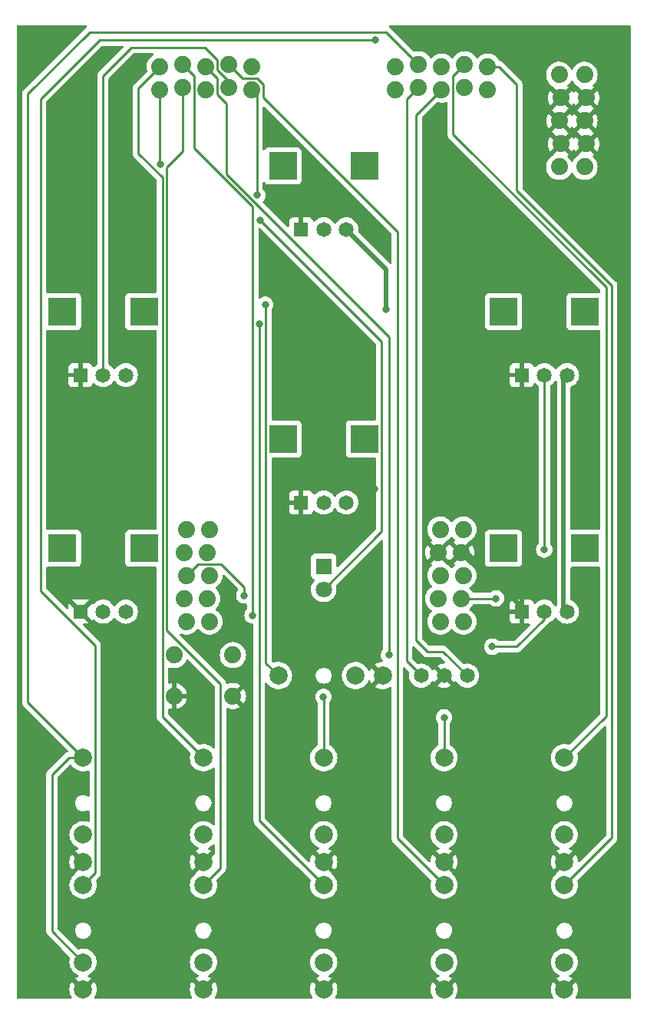
<source format=gtl>
%TF.GenerationSoftware,KiCad,Pcbnew,7.0.8*%
%TF.CreationDate,2024-02-25T22:02:07-05:00*%
%TF.ProjectId,lichen-dev-module,6c696368-656e-42d6-9465-762d6d6f6475,1.0*%
%TF.SameCoordinates,Original*%
%TF.FileFunction,Copper,L1,Top*%
%TF.FilePolarity,Positive*%
%FSLAX46Y46*%
G04 Gerber Fmt 4.6, Leading zero omitted, Abs format (unit mm)*
G04 Created by KiCad (PCBNEW 7.0.8) date 2024-02-25 22:02:07*
%MOMM*%
%LPD*%
G01*
G04 APERTURE LIST*
%TA.AperFunction,ComponentPad*%
%ADD10C,2.000000*%
%TD*%
%TA.AperFunction,ComponentPad*%
%ADD11R,1.650000X1.650000*%
%TD*%
%TA.AperFunction,ComponentPad*%
%ADD12C,1.650000*%
%TD*%
%TA.AperFunction,ComponentPad*%
%ADD13R,3.116000X3.116000*%
%TD*%
%TA.AperFunction,ComponentPad*%
%ADD14C,1.879600*%
%TD*%
%TA.AperFunction,ComponentPad*%
%ADD15R,1.800000X1.800000*%
%TD*%
%TA.AperFunction,ComponentPad*%
%ADD16C,1.800000*%
%TD*%
%TA.AperFunction,ComponentPad*%
%ADD17C,1.651000*%
%TD*%
%TA.AperFunction,ViaPad*%
%ADD18C,0.800000*%
%TD*%
%TA.AperFunction,Conductor*%
%ADD19C,0.500000*%
%TD*%
%TA.AperFunction,Conductor*%
%ADD20C,0.250000*%
%TD*%
G04 APERTURE END LIST*
D10*
%TO.P,J10,S,Sleeve*%
%TO.N,GND*%
X161950000Y-216930000D03*
%TO.P,J10,T,Tip*%
%TO.N,AUDIO_OUT_R*%
X161950000Y-205430000D03*
%TO.P,J10,TN,Tip_normalize*%
%TO.N,unconnected-(J10-Tip_normalize-PadTN)*%
X161950000Y-213930000D03*
%TD*%
%TO.P,J11,S,Sleeve*%
%TO.N,GND*%
X141900000Y-182321000D03*
%TO.P,J11,T,Tip*%
%TO.N,GATEIN*%
X130400000Y-182321000D03*
%TO.P,J11,TN,Tip_normalize*%
%TO.N,unconnected-(J11-Tip_normalize-PadTN)*%
X138900000Y-182321000D03*
%TD*%
D11*
%TO.P,RV4,1,1*%
%TO.N,GND*%
X108563000Y-175265000D03*
D12*
%TO.P,RV4,2,2*%
%TO.N,POT_CV_4*%
X111063000Y-175265000D03*
%TO.P,RV4,3,3*%
%TO.N,+3.3V*%
X113563000Y-175265000D03*
D13*
%TO.P,RV4,CHASSIS1*%
%TO.N,N/C*%
X106563000Y-168265000D03*
%TO.P,RV4,CHASSIS2*%
X115563000Y-168265000D03*
%TD*%
D10*
%TO.P,J4,S,Sleeve*%
%TO.N,GND*%
X122125000Y-216930000D03*
%TO.P,J4,T,Tip*%
%TO.N,CV_IN_6*%
X122125000Y-205430000D03*
%TO.P,J4,TN,Tip_normalize*%
%TO.N,unconnected-(J4-Tip_normalize-PadTN)*%
X122125000Y-213930000D03*
%TD*%
%TO.P,J8,S,Sleeve*%
%TO.N,GND*%
X108850000Y-216930000D03*
%TO.P,J8,T,Tip*%
%TO.N,AUDIO_IN_R*%
X108850000Y-205430000D03*
%TO.P,J8,TN,Tip_normalize*%
%TO.N,AUDIO_IN_L*%
X108850000Y-213930000D03*
%TD*%
D11*
%TO.P,RV2,1,1*%
%TO.N,GND*%
X108563000Y-149163000D03*
D12*
%TO.P,RV2,2,2*%
%TO.N,POT_CV_2*%
X111063000Y-149163000D03*
%TO.P,RV2,3,3*%
%TO.N,+5V*%
X113563000Y-149163000D03*
D13*
%TO.P,RV2,CHASSIS1*%
%TO.N,N/C*%
X106563000Y-142163000D03*
%TO.P,RV2,CHASSIS2*%
X115563000Y-142163000D03*
%TD*%
D11*
%TO.P,RV6,1,1*%
%TO.N,GND*%
X157237000Y-175265000D03*
D12*
%TO.P,RV6,2,2*%
%TO.N,POT_CV_6*%
X159737000Y-175265000D03*
%TO.P,RV6,3,3*%
%TO.N,+3.3V*%
X162237000Y-175265000D03*
D13*
%TO.P,RV6,CHASSIS1*%
%TO.N,N/C*%
X155237000Y-168265000D03*
%TO.P,RV6,CHASSIS2*%
X164237000Y-168265000D03*
%TD*%
D10*
%TO.P,J5,S,Sleeve*%
%TO.N,GND*%
X135400000Y-216930000D03*
%TO.P,J5,T,Tip*%
%TO.N,CV_IN_5*%
X135400000Y-205430000D03*
%TO.P,J5,TN,Tip_normalize*%
%TO.N,unconnected-(J5-Tip_normalize-PadTN)*%
X135400000Y-213930000D03*
%TD*%
%TO.P,J6,S,Sleeve*%
%TO.N,GND*%
X148675000Y-216930000D03*
%TO.P,J6,T,Tip*%
%TO.N,CV_IN_4*%
X148675000Y-205430000D03*
%TO.P,J6,TN,Tip_normalize*%
%TO.N,unconnected-(J6-Tip_normalize-PadTN)*%
X148675000Y-213930000D03*
%TD*%
%TO.P,J9,S,Sleeve*%
%TO.N,GND*%
X161950000Y-202875000D03*
%TO.P,J9,T,Tip*%
%TO.N,AUDIO_OUT_L*%
X161950000Y-191375000D03*
%TO.P,J9,TN,Tip_normalize*%
%TO.N,unconnected-(J9-Tip_normalize-PadTN)*%
X161950000Y-199875000D03*
%TD*%
%TO.P,J2,S,Sleeve*%
%TO.N,GND*%
X135400000Y-202875000D03*
%TO.P,J2,T,Tip*%
%TO.N,CV_IN_2*%
X135400000Y-191375000D03*
%TO.P,J2,TN,Tip_normalize*%
%TO.N,unconnected-(J2-Tip_normalize-PadTN)*%
X135400000Y-199875000D03*
%TD*%
D14*
%TO.P,B1,1,1*%
%TO.N,BUTTON*%
X118873800Y-180060400D03*
%TO.P,B1,2,2*%
X125376200Y-180060400D03*
%TO.P,B1,3,3*%
%TO.N,GND*%
X118873800Y-184581600D03*
%TO.P,B1,4,4*%
X125376200Y-184581600D03*
%TD*%
D15*
%TO.P,LED1,1*%
%TO.N,N/C*%
X135400000Y-170274000D03*
D16*
%TO.P,LED1,2*%
%TO.N,CV_OUT_LED*%
X135400000Y-172814000D03*
%TD*%
D11*
%TO.P,RV5,1,1*%
%TO.N,GND*%
X132900000Y-163219000D03*
D12*
%TO.P,RV5,2,2*%
%TO.N,POT_CV_5*%
X135400000Y-163219000D03*
%TO.P,RV5,3,3*%
%TO.N,+3.3V*%
X137900000Y-163219000D03*
D13*
%TO.P,RV5,CHASSIS1*%
%TO.N,N/C*%
X130900000Y-156219000D03*
%TO.P,RV5,CHASSIS2*%
X139900000Y-156219000D03*
%TD*%
D10*
%TO.P,J3,S,Sleeve*%
%TO.N,GND*%
X148675000Y-202875000D03*
%TO.P,J3,T,Tip*%
%TO.N,CV_IN_3*%
X148675000Y-191375000D03*
%TO.P,J3,TN,Tip_normalize*%
%TO.N,unconnected-(J3-Tip_normalize-PadTN)*%
X148675000Y-199875000D03*
%TD*%
%TO.P,J1,S,Sleeve*%
%TO.N,GND*%
X122125000Y-202875000D03*
%TO.P,J1,T,Tip*%
%TO.N,CV_IN_1*%
X122125000Y-191375000D03*
%TO.P,J1,TN,Tip_normalize*%
%TO.N,unconnected-(J1-Tip_normalize-PadTN)*%
X122125000Y-199875000D03*
%TD*%
D11*
%TO.P,RV1,1,1*%
%TO.N,GND*%
X132900000Y-133102000D03*
D12*
%TO.P,RV1,2,2*%
%TO.N,POT_CV_1*%
X135400000Y-133102000D03*
%TO.P,RV1,3,3*%
%TO.N,+5V*%
X137900000Y-133102000D03*
D13*
%TO.P,RV1,CHASSIS1*%
%TO.N,N/C*%
X130900000Y-126102000D03*
%TO.P,RV1,CHASSIS2*%
X139900000Y-126102000D03*
%TD*%
D10*
%TO.P,J7,S,Sleeve*%
%TO.N,GND*%
X108850000Y-202875000D03*
%TO.P,J7,T,Tip*%
%TO.N,AUDIO_IN_L*%
X108850000Y-191375000D03*
%TO.P,J7,TN,Tip_normalize*%
%TO.N,unconnected-(J7-Tip_normalize-PadTN)*%
X108850000Y-199875000D03*
%TD*%
D17*
%TO.P,SW1,1,1*%
%TO.N,SWITCH_ON_LEFT*%
X146135000Y-182321000D03*
%TO.P,SW1,2,2*%
%TO.N,GND*%
X148675000Y-182321000D03*
%TO.P,SW1,3,3*%
%TO.N,SWITCH_ON_RIGHT*%
X151215000Y-182321000D03*
%TD*%
D11*
%TO.P,RV3,1,1*%
%TO.N,GND*%
X157237000Y-149163000D03*
D12*
%TO.P,RV3,2,2*%
%TO.N,POT_CV_3*%
X159737000Y-149163000D03*
%TO.P,RV3,3,3*%
%TO.N,+3.3V*%
X162237000Y-149163000D03*
D13*
%TO.P,RV3,CHASSIS1*%
%TO.N,N/C*%
X155237000Y-142163000D03*
%TO.P,RV3,CHASSIS2*%
X164237000Y-142163000D03*
%TD*%
D14*
%TO.P,MCU1,A1,-12V*%
%TO.N,-12V*%
X150797000Y-176363000D03*
%TO.P,MCU1,A2,UART_RX*%
%TO.N,POT_CV_3*%
X150543000Y-173823000D03*
%TO.P,MCU1,A3,UART_TX*%
%TO.N,POT_CV_4*%
X150797000Y-171283000D03*
%TO.P,MCU1,A4,GND*%
%TO.N,GND*%
X150543000Y-168743000D03*
%TO.P,MCU1,A5,+12V*%
%TO.N,+12V*%
X150797000Y-166203000D03*
%TO.P,MCU1,A6,+5V*%
%TO.N,+5V*%
X148257000Y-166203000D03*
%TO.P,MCU1,A7,GND*%
%TO.N,GND*%
X148003000Y-168743000D03*
%TO.P,MCU1,A8,USB_DM*%
%TO.N,unconnected-(MCU1-USB_DM-PadA8)*%
X148257000Y-171283000D03*
%TO.P,MCU1,A9,USB_DP*%
%TO.N,unconnected-(MCU1-USB_DP-PadA9)*%
X148003000Y-173823000D03*
%TO.P,MCU1,A10,+3V3*%
%TO.N,+3.3V*%
X148257000Y-176363000D03*
%TO.P,MCU1,B1,AUDIO_OUT_R*%
%TO.N,AUDIO_OUT_R*%
X153480000Y-115140000D03*
%TO.P,MCU1,B2,AUDIO_OUT_L*%
%TO.N,AUDIO_OUT_L*%
X150940000Y-114886000D03*
%TO.P,MCU1,B3,AUDIO_IN_R*%
%TO.N,AUDIO_IN_R*%
X148400000Y-115140000D03*
%TO.P,MCU1,B4,AUDIO_IN_L*%
%TO.N,AUDIO_IN_L*%
X145860000Y-114886000D03*
%TO.P,MCU1,B5,GATE_OUT_1*%
%TO.N,unconnected-(MCU1-GATE_OUT_1-PadB5)*%
X143320000Y-115140000D03*
%TO.P,MCU1,B6,GATE_OUT_2*%
%TO.N,unconnected-(MCU1-GATE_OUT_2-PadB6)*%
X143320000Y-117680000D03*
%TO.P,MCU1,B7,I2C1_SCL*%
%TO.N,SWITCH_ON_LEFT*%
X145860000Y-117426000D03*
%TO.P,MCU1,B8,I2C1_SDA*%
%TO.N,SWITCH_ON_RIGHT*%
X148400000Y-117680000D03*
%TO.P,MCU1,B9,GATE_IN_2*%
%TO.N,unconnected-(MCU1-GATE_IN_2-PadB9)*%
X150940000Y-117426000D03*
%TO.P,MCU1,B10,GATE_IN_1*%
%TO.N,GATEIN*%
X153480000Y-117680000D03*
%TO.P,MCU1,C1,CV_OUT_2*%
%TO.N,unconnected-(MCU1-CV_OUT_2-PadC1)*%
X127480000Y-115140000D03*
%TO.P,MCU1,C2,CV4*%
%TO.N,CV_IN_4*%
X124940000Y-114886000D03*
%TO.P,MCU1,C3,CV3*%
%TO.N,CV_IN_3*%
X122400000Y-115140000D03*
%TO.P,MCU1,C4,CV2*%
%TO.N,CV_IN_2*%
X119860000Y-114886000D03*
%TO.P,MCU1,C5,CV1*%
%TO.N,CV_IN_1*%
X117320000Y-115140000D03*
%TO.P,MCU1,C6,CV5*%
%TO.N,CV_IN_5*%
X117320000Y-117680000D03*
%TO.P,MCU1,C7,CV6*%
%TO.N,CV_IN_6*%
X119860000Y-117426000D03*
%TO.P,MCU1,C8,CV7*%
%TO.N,POT_CV_1*%
X122400000Y-117680000D03*
%TO.P,MCU1,C9,CV8*%
%TO.N,POT_CV_2*%
X124940000Y-117426000D03*
%TO.P,MCU1,C10,CV_OUT_1*%
%TO.N,CV_OUT_LED*%
X127480000Y-117680000D03*
%TO.P,MCU1,D1,SPI_NSS*%
%TO.N,BUTTON*%
X122797000Y-176363000D03*
%TO.P,MCU1,D2,SDMMC_D3*%
%TO.N,unconnected-(MCU1-SDMMC_D3-PadD2)*%
X122543000Y-173823000D03*
%TO.P,MCU1,D3,SDMMC_D2*%
%TO.N,unconnected-(MCU1-SDMMC_D2-PadD3)*%
X122797000Y-171283000D03*
%TO.P,MCU1,D4,SDMMC_D1*%
%TO.N,unconnected-(MCU1-SDMMC_D1-PadD4)*%
X122543000Y-168743000D03*
%TO.P,MCU1,D5,SDMMC_D0*%
%TO.N,unconnected-(MCU1-SDMMC_D0-PadD5)*%
X122797000Y-166203000D03*
%TO.P,MCU1,D6,SDMMC_CK*%
%TO.N,unconnected-(MCU1-SDMMC_CK-PadD6)*%
X120257000Y-166203000D03*
%TO.P,MCU1,D7,SDMMC_CMD*%
%TO.N,unconnected-(MCU1-SDMMC_CMD-PadD7)*%
X120003000Y-168743000D03*
%TO.P,MCU1,D8,SPI_MISO*%
%TO.N,POT_CV_6*%
X120257000Y-171283000D03*
%TO.P,MCU1,D9,SPI_MOSI*%
%TO.N,POT_CV_5*%
X120003000Y-173823000D03*
%TO.P,MCU1,D10,SPI_SCK*%
%TO.N,unconnected-(MCU1-SPI_SCK-PadD10)*%
X120257000Y-176363000D03*
%TD*%
%TO.P,PWR1,1,-12V*%
%TO.N,-12V*%
X161376000Y-126210000D03*
%TO.P,PWR1,2,-12V*%
X164170000Y-126210000D03*
%TO.P,PWR1,3,GND*%
%TO.N,GND*%
X161579200Y-123670000D03*
%TO.P,PWR1,4,GND*%
X164373200Y-123670000D03*
%TO.P,PWR1,5,GND*%
X161376000Y-121130000D03*
%TO.P,PWR1,6,GND*%
X164170000Y-121130000D03*
%TO.P,PWR1,7,GND*%
X161579200Y-118590000D03*
%TO.P,PWR1,8,GND*%
X164373200Y-118590000D03*
%TO.P,PWR1,9,+12V*%
%TO.N,+12V*%
X161376000Y-116050000D03*
%TO.P,PWR1,10,+12V*%
X164170000Y-116050000D03*
%TD*%
D18*
%TO.N,GND*%
X140990000Y-161730000D03*
X115240000Y-216190000D03*
%TO.N,CV_IN_2*%
X135360000Y-184680000D03*
X127550000Y-175680000D03*
%TO.N,CV_IN_3*%
X148670000Y-186930000D03*
X142600000Y-180050000D03*
%TO.N,CV_IN_5*%
X128280000Y-143530000D03*
X117360000Y-125920000D03*
%TO.N,AUDIO_IN_R*%
X141060000Y-112200000D03*
%TO.N,POT_CV_6*%
X153990000Y-179120000D03*
X126630000Y-173480000D03*
%TO.N,CV_OUT_LED*%
X128060000Y-129340000D03*
X128390000Y-132070000D03*
%TO.N,POT_CV_3*%
X154400000Y-173800000D03*
X159720000Y-168420000D03*
%TO.N,+5V*%
X142260000Y-141910000D03*
%TO.N,GATEIN*%
X128940000Y-141400000D03*
%TD*%
D19*
%TO.N,GND*%
X157065000Y-174605000D02*
X151203000Y-168743000D01*
X157065000Y-175265000D02*
X157065000Y-174605000D01*
D20*
X157237000Y-175265000D02*
X157065000Y-175265000D01*
D19*
X151203000Y-168743000D02*
X150543000Y-168743000D01*
D20*
%TO.N,CV_IN_1*%
X114950000Y-117510000D02*
X117320000Y-115140000D01*
X114950000Y-124730000D02*
X114950000Y-117510000D01*
X122125000Y-191375000D02*
X117609000Y-186859000D01*
X117609000Y-186859000D02*
X117609000Y-127389000D01*
X117609000Y-127389000D02*
X114950000Y-124730000D01*
%TO.N,CV_IN_2*%
X127550000Y-175680000D02*
X127550000Y-130544016D01*
X135400000Y-184720000D02*
X135360000Y-184680000D01*
X121124800Y-124118816D02*
X121124800Y-116150800D01*
X135360000Y-184680000D02*
X135400000Y-184640000D01*
X135400000Y-184640000D02*
X135400000Y-184610000D01*
X121124800Y-116150800D02*
X119860000Y-114886000D01*
X127500000Y-175600000D02*
X127550000Y-175680000D01*
X127550000Y-130544016D02*
X121124800Y-124118816D01*
X135400000Y-191375000D02*
X135400000Y-184720000D01*
%TO.N,CV_IN_3*%
X124670000Y-119207278D02*
X123664800Y-118202078D01*
X124670000Y-127027620D02*
X124670000Y-119207278D01*
X148675000Y-186935000D02*
X148670000Y-186930000D01*
X142600000Y-180050000D02*
X142580000Y-180030000D01*
X142580000Y-180030000D02*
X142580000Y-144937620D01*
X123664800Y-118202078D02*
X123664800Y-116404800D01*
X148675000Y-191375000D02*
X148675000Y-186935000D01*
X142580000Y-144937620D02*
X124670000Y-127027620D01*
X142640000Y-179940000D02*
X142600000Y-180050000D01*
X123664800Y-116404800D02*
X122400000Y-115140000D01*
%TO.N,CV_IN_6*%
X124000000Y-183230000D02*
X118059000Y-177289000D01*
X124000000Y-203555000D02*
X124000000Y-183230000D01*
X119860000Y-124445305D02*
X119860000Y-117426000D01*
X118059000Y-126246305D02*
X119860000Y-124445305D01*
X118059000Y-177289000D02*
X118059000Y-126246305D01*
X122125000Y-205430000D02*
X124000000Y-203555000D01*
%TO.N,CV_IN_5*%
X135400000Y-205430000D02*
X128290000Y-198320000D01*
X117320000Y-125880000D02*
X117320000Y-117680000D01*
X128290000Y-198320000D02*
X128290000Y-143690000D01*
%TO.N,CV_IN_4*%
X128744800Y-118568420D02*
X128744800Y-117137226D01*
X143510000Y-133333620D02*
X128744800Y-118568420D01*
X126463561Y-116409561D02*
X124940000Y-114886000D01*
X148675000Y-205430000D02*
X143510000Y-200265000D01*
X128017135Y-116409561D02*
X126463561Y-116409561D01*
X143510000Y-200265000D02*
X143510000Y-133333620D01*
X128744800Y-117137226D02*
X128017135Y-116409561D01*
%TO.N,AUDIO_IN_L*%
X107285000Y-191375000D02*
X108850000Y-191375000D01*
X105400000Y-193260000D02*
X107285000Y-191375000D01*
X108850000Y-213930000D02*
X105400000Y-210480000D01*
X108850000Y-191375000D02*
X102760000Y-185285000D01*
X142294000Y-111320000D02*
X145860000Y-114886000D01*
X102760000Y-118140000D02*
X109580000Y-111320000D01*
X109580000Y-111320000D02*
X142294000Y-111320000D01*
X105400000Y-210480000D02*
X105400000Y-193260000D01*
X102760000Y-185285000D02*
X102760000Y-118140000D01*
%TO.N,AUDIO_IN_R*%
X110175000Y-178986620D02*
X104150000Y-172961620D01*
X110175000Y-204105000D02*
X110175000Y-178986620D01*
X141060000Y-112200000D02*
X141080000Y-112220000D01*
X104150000Y-172961620D02*
X104150000Y-118740000D01*
X104150000Y-118740000D02*
X110670000Y-112220000D01*
X110670000Y-112220000D02*
X141040000Y-112220000D01*
X108850000Y-205430000D02*
X110175000Y-204105000D01*
X141040000Y-112220000D02*
X141060000Y-112200000D01*
%TO.N,AUDIO_OUT_L*%
X166550000Y-186775000D02*
X166550000Y-139490000D01*
X149675200Y-116150800D02*
X150940000Y-114886000D01*
X149675200Y-122615200D02*
X149675200Y-116150800D01*
X161950000Y-191375000D02*
X166550000Y-186775000D01*
X166550000Y-139490000D02*
X149675200Y-122615200D01*
%TO.N,AUDIO_OUT_R*%
X167170000Y-139300000D02*
X156680000Y-128810000D01*
X156680000Y-128810000D02*
X156680000Y-117100000D01*
X167170000Y-200210000D02*
X167170000Y-139300000D01*
X161950000Y-205430000D02*
X167170000Y-200210000D01*
X156680000Y-117100000D02*
X154720000Y-115140000D01*
X154720000Y-115140000D02*
X153480000Y-115140000D01*
%TO.N,POT_CV_6*%
X153990000Y-179120000D02*
X154070000Y-179120000D01*
X159737000Y-176085481D02*
X156702481Y-179120000D01*
X159737000Y-175265000D02*
X159737000Y-176085481D01*
X124100000Y-170010000D02*
X121530000Y-170010000D01*
X126630000Y-173480000D02*
X126630000Y-172540000D01*
X121530000Y-170010000D02*
X120257000Y-171283000D01*
X156702481Y-179120000D02*
X153990000Y-179120000D01*
X126630000Y-172540000D02*
X124100000Y-170010000D01*
%TO.N,POT_CV_2*%
X111030000Y-149130000D02*
X111030000Y-116170000D01*
X124940000Y-116780000D02*
X124940000Y-117426000D01*
X114150000Y-113050000D02*
X122320000Y-113050000D01*
X123675200Y-114405200D02*
X123675200Y-115515200D01*
X111030000Y-116170000D02*
X114150000Y-113050000D01*
X122320000Y-113050000D02*
X123675200Y-114405200D01*
X123675200Y-115515200D02*
X124940000Y-116780000D01*
X111063000Y-149163000D02*
X111030000Y-149130000D01*
%TO.N,CV_OUT_LED*%
X141783000Y-145463000D02*
X128390000Y-132070000D01*
X128390000Y-132070000D02*
X128450000Y-132130000D01*
X141783000Y-166431000D02*
X141783000Y-145463000D01*
X128040000Y-129320000D02*
X128040000Y-118240000D01*
X135400000Y-172814000D02*
X141783000Y-166431000D01*
%TO.N,SWITCH_ON_LEFT*%
X144550000Y-118736000D02*
X145860000Y-117426000D01*
X146135000Y-182321000D02*
X144550000Y-180736000D01*
X144550000Y-180736000D02*
X144550000Y-118736000D01*
%TO.N,SWITCH_ON_RIGHT*%
X151215000Y-182321000D02*
X148554000Y-179660000D01*
X145600000Y-120480000D02*
X148400000Y-117680000D01*
X148554000Y-179660000D02*
X146810000Y-179660000D01*
X145600000Y-178450000D02*
X145600000Y-120480000D01*
X146810000Y-179660000D02*
X145600000Y-178450000D01*
D19*
%TO.N,+3.3V*%
X161870000Y-149530000D02*
X161870000Y-174898000D01*
X161870000Y-174898000D02*
X162237000Y-175265000D01*
X162237000Y-149163000D02*
X161870000Y-149530000D01*
D20*
%TO.N,POT_CV_3*%
X159737000Y-168403000D02*
X159720000Y-168420000D01*
X154400000Y-173800000D02*
X154390000Y-173800000D01*
X154400000Y-173790000D02*
X154400000Y-173800000D01*
X159720000Y-168420000D02*
X159737000Y-168437000D01*
X159737000Y-168437000D02*
X159737000Y-168453000D01*
X154367000Y-173823000D02*
X150543000Y-173823000D01*
X154390000Y-173800000D02*
X154367000Y-173823000D01*
X159737000Y-149163000D02*
X159737000Y-168403000D01*
%TO.N,+5V*%
X142260000Y-141910000D02*
X142280000Y-141910000D01*
D19*
X142260000Y-137508000D02*
X142260000Y-141910000D01*
X137854000Y-133102000D02*
X142260000Y-137508000D01*
D20*
%TO.N,GATEIN*%
X129017000Y-180938000D02*
X129017000Y-141427000D01*
X128940000Y-141400000D02*
X128940000Y-141350000D01*
X129017000Y-141427000D02*
X128990000Y-141400000D01*
X128990000Y-141400000D02*
X128940000Y-141400000D01*
X128940000Y-141350000D02*
X128940000Y-141350000D01*
X130400000Y-182321000D02*
X129017000Y-180938000D01*
%TD*%
%TA.AperFunction,Conductor*%
%TO.N,GND*%
G36*
X109232326Y-110590185D02*
G01*
X109278081Y-110642989D01*
X109288025Y-110712147D01*
X109259000Y-110775703D01*
X109228409Y-110801230D01*
X109221628Y-110805240D01*
X109193580Y-110821828D01*
X109179408Y-110836000D01*
X109164623Y-110848628D01*
X109148412Y-110860407D01*
X109118709Y-110896310D01*
X109114777Y-110900631D01*
X102376208Y-117639199D01*
X102363951Y-117649020D01*
X102364134Y-117649241D01*
X102358123Y-117654213D01*
X102310772Y-117704636D01*
X102289889Y-117725519D01*
X102289877Y-117725532D01*
X102285621Y-117731017D01*
X102281837Y-117735447D01*
X102249937Y-117769418D01*
X102249936Y-117769420D01*
X102240284Y-117786976D01*
X102229610Y-117803226D01*
X102217329Y-117819061D01*
X102217324Y-117819068D01*
X102198815Y-117861838D01*
X102196245Y-117867084D01*
X102173803Y-117907906D01*
X102168822Y-117927307D01*
X102162521Y-117945710D01*
X102154562Y-117964102D01*
X102154561Y-117964105D01*
X102147271Y-118010127D01*
X102146087Y-118015846D01*
X102134501Y-118060972D01*
X102134500Y-118060982D01*
X102134500Y-118081016D01*
X102132973Y-118100415D01*
X102129840Y-118120194D01*
X102129840Y-118120195D01*
X102134225Y-118166583D01*
X102134500Y-118172421D01*
X102134500Y-185202255D01*
X102132775Y-185217872D01*
X102133061Y-185217899D01*
X102132326Y-185225665D01*
X102134500Y-185294814D01*
X102134500Y-185324343D01*
X102134501Y-185324360D01*
X102135368Y-185331231D01*
X102135826Y-185337050D01*
X102137290Y-185383624D01*
X102137291Y-185383627D01*
X102142880Y-185402867D01*
X102146824Y-185421911D01*
X102149336Y-185441792D01*
X102166490Y-185485119D01*
X102168382Y-185490647D01*
X102181381Y-185535388D01*
X102191580Y-185552634D01*
X102200138Y-185570103D01*
X102207514Y-185588732D01*
X102234898Y-185626423D01*
X102238106Y-185631307D01*
X102261827Y-185671416D01*
X102261833Y-185671424D01*
X102275990Y-185685580D01*
X102288628Y-185700376D01*
X102300405Y-185716586D01*
X102300406Y-185716587D01*
X102336309Y-185746288D01*
X102340620Y-185750210D01*
X106445416Y-189855006D01*
X107157011Y-190566601D01*
X107190496Y-190627924D01*
X107185512Y-190697616D01*
X107143640Y-190753549D01*
X107114972Y-190769576D01*
X107084882Y-190781488D01*
X107079357Y-190783380D01*
X107034614Y-190796380D01*
X107034610Y-190796381D01*
X107017366Y-190806579D01*
X106999905Y-190815133D01*
X106981274Y-190822510D01*
X106981262Y-190822517D01*
X106943570Y-190849902D01*
X106938687Y-190853109D01*
X106898580Y-190876829D01*
X106884414Y-190890995D01*
X106869624Y-190903627D01*
X106853414Y-190915404D01*
X106853411Y-190915407D01*
X106823710Y-190951309D01*
X106819777Y-190955631D01*
X105016208Y-192759199D01*
X105003951Y-192769020D01*
X105004134Y-192769241D01*
X104998123Y-192774213D01*
X104950772Y-192824636D01*
X104929889Y-192845519D01*
X104929877Y-192845532D01*
X104925621Y-192851017D01*
X104921837Y-192855447D01*
X104889937Y-192889418D01*
X104889936Y-192889420D01*
X104880284Y-192906976D01*
X104869610Y-192923226D01*
X104857329Y-192939061D01*
X104857324Y-192939068D01*
X104838815Y-192981838D01*
X104836245Y-192987084D01*
X104813803Y-193027906D01*
X104808822Y-193047307D01*
X104802521Y-193065710D01*
X104794562Y-193084102D01*
X104794561Y-193084105D01*
X104787271Y-193130127D01*
X104786087Y-193135846D01*
X104774501Y-193180972D01*
X104774500Y-193180982D01*
X104774500Y-193201016D01*
X104772973Y-193220415D01*
X104769840Y-193240194D01*
X104769840Y-193240195D01*
X104774225Y-193286583D01*
X104774500Y-193292421D01*
X104774500Y-210397255D01*
X104772775Y-210412872D01*
X104773061Y-210412899D01*
X104772326Y-210420665D01*
X104774500Y-210489814D01*
X104774500Y-210519343D01*
X104774501Y-210519360D01*
X104775368Y-210526231D01*
X104775826Y-210532050D01*
X104777290Y-210578624D01*
X104777291Y-210578627D01*
X104782880Y-210597867D01*
X104786824Y-210616911D01*
X104789336Y-210636791D01*
X104806490Y-210680119D01*
X104808382Y-210685647D01*
X104821381Y-210730388D01*
X104831580Y-210747634D01*
X104840138Y-210765103D01*
X104847514Y-210783732D01*
X104874898Y-210821423D01*
X104878106Y-210826307D01*
X104901827Y-210866416D01*
X104901833Y-210866424D01*
X104915990Y-210880580D01*
X104928628Y-210895376D01*
X104940405Y-210911586D01*
X104940406Y-210911587D01*
X104976309Y-210941288D01*
X104980620Y-210945210D01*
X106464910Y-212429500D01*
X107386338Y-213350928D01*
X107419823Y-213412251D01*
X107418863Y-213469049D01*
X107364892Y-213682174D01*
X107364890Y-213682187D01*
X107344357Y-213929994D01*
X107344357Y-213930005D01*
X107364890Y-214177812D01*
X107364892Y-214177824D01*
X107425936Y-214418881D01*
X107525826Y-214646606D01*
X107661833Y-214854782D01*
X107661836Y-214854785D01*
X107830256Y-215037738D01*
X108026491Y-215190474D01*
X108245190Y-215308828D01*
X108257292Y-215312982D01*
X108314307Y-215353365D01*
X108340439Y-215418164D01*
X108327391Y-215486804D01*
X108279304Y-215537493D01*
X108257300Y-215547543D01*
X108245398Y-215551629D01*
X108245390Y-215551632D01*
X108026761Y-215669949D01*
X107979942Y-215706388D01*
X107979942Y-215706390D01*
X108678431Y-216404878D01*
X108561542Y-216455651D01*
X108444261Y-216551066D01*
X108357072Y-216674585D01*
X108326645Y-216760197D01*
X107626564Y-216060116D01*
X107526267Y-216213632D01*
X107426412Y-216441282D01*
X107365387Y-216682261D01*
X107365385Y-216682270D01*
X107344859Y-216929994D01*
X107344859Y-216930005D01*
X107365385Y-217177729D01*
X107365387Y-217177738D01*
X107426412Y-217418717D01*
X107526267Y-217646367D01*
X107585924Y-217737679D01*
X107606111Y-217804568D01*
X107586931Y-217871754D01*
X107534473Y-217917904D01*
X107482115Y-217929500D01*
X101634500Y-217929500D01*
X101567461Y-217909815D01*
X101521706Y-217857011D01*
X101510500Y-217805500D01*
X101510500Y-110694500D01*
X101530185Y-110627461D01*
X101582989Y-110581706D01*
X101634500Y-110570500D01*
X109165287Y-110570500D01*
X109232326Y-110590185D01*
G37*
%TD.AperFunction*%
%TA.AperFunction,Conductor*%
G36*
X150076155Y-168956201D02*
G01*
X150155131Y-169079090D01*
X150265530Y-169174752D01*
X150398408Y-169235435D01*
X150403399Y-169236152D01*
X149715839Y-169923711D01*
X149715840Y-169923712D01*
X149752802Y-169952481D01*
X149752808Y-169952486D01*
X149826955Y-169992612D01*
X149876546Y-170041831D01*
X149891654Y-170110048D01*
X149867484Y-170175604D01*
X149844102Y-170199519D01*
X149818171Y-170219702D01*
X149656508Y-170395315D01*
X149630808Y-170434652D01*
X149577661Y-170480008D01*
X149508430Y-170489431D01*
X149445094Y-170459928D01*
X149423192Y-170434652D01*
X149397494Y-170395318D01*
X149235832Y-170219705D01*
X149047469Y-170073097D01*
X148897899Y-169992153D01*
X148848310Y-169942934D01*
X148848000Y-169941553D01*
X148142599Y-169236152D01*
X148147592Y-169235435D01*
X148280470Y-169174752D01*
X148390869Y-169079090D01*
X148469845Y-168956201D01*
X148492521Y-168878969D01*
X149182941Y-169569389D01*
X149195361Y-169568101D01*
X149222337Y-169545080D01*
X149291568Y-169535656D01*
X149354904Y-169565158D01*
X149358127Y-169568878D01*
X149363057Y-169569389D01*
X150053477Y-168878969D01*
X150076155Y-168956201D01*
G37*
%TD.AperFunction*%
%TA.AperFunction,Conductor*%
G36*
X149608904Y-167026071D02*
G01*
X149630809Y-167051350D01*
X149656506Y-167090682D01*
X149818168Y-167266295D01*
X149844100Y-167286479D01*
X149884913Y-167343188D01*
X149888588Y-167412961D01*
X149853957Y-167473644D01*
X149826956Y-167493386D01*
X149752811Y-167533511D01*
X149752802Y-167533517D01*
X149715840Y-167562286D01*
X149715840Y-167562287D01*
X150403400Y-168249847D01*
X150398408Y-168250565D01*
X150265530Y-168311248D01*
X150155131Y-168406910D01*
X150076155Y-168529799D01*
X150053478Y-168607030D01*
X149363057Y-167916609D01*
X149350634Y-167917897D01*
X149323659Y-167940919D01*
X149254428Y-167950341D01*
X149191093Y-167920839D01*
X149187871Y-167917120D01*
X149182941Y-167916609D01*
X148492521Y-168607029D01*
X148469845Y-168529799D01*
X148390869Y-168406910D01*
X148280470Y-168311248D01*
X148147592Y-168250565D01*
X148142600Y-168249847D01*
X148848253Y-167544192D01*
X148848649Y-167542452D01*
X148897899Y-167493846D01*
X149047469Y-167412903D01*
X149235832Y-167266295D01*
X149397494Y-167090682D01*
X149423191Y-167051350D01*
X149476337Y-167005993D01*
X149545568Y-166996569D01*
X149608904Y-167026071D01*
G37*
%TD.AperFunction*%
%TA.AperFunction,Conductor*%
G36*
X163906355Y-123883201D02*
G01*
X163985331Y-124006090D01*
X164095730Y-124101752D01*
X164228608Y-124162435D01*
X164233599Y-124163152D01*
X163537910Y-124858840D01*
X163529199Y-124897146D01*
X163479949Y-124945752D01*
X163379537Y-125000092D01*
X163379530Y-125000097D01*
X163191169Y-125146704D01*
X163029506Y-125322317D01*
X162898952Y-125522145D01*
X162886556Y-125550406D01*
X162841599Y-125603891D01*
X162774863Y-125624581D01*
X162707535Y-125605906D01*
X162660992Y-125553795D01*
X162659444Y-125550406D01*
X162647047Y-125522145D01*
X162647047Y-125522144D01*
X162516494Y-125322318D01*
X162354832Y-125146705D01*
X162315922Y-125116420D01*
X162308063Y-125110303D01*
X162267250Y-125053593D01*
X162263577Y-124983820D01*
X162298208Y-124923137D01*
X162325210Y-124903394D01*
X162369397Y-124879481D01*
X162369400Y-124879480D01*
X162406358Y-124850712D01*
X162406358Y-124850711D01*
X161718799Y-124163152D01*
X161723792Y-124162435D01*
X161856670Y-124101752D01*
X161967069Y-124006090D01*
X162046045Y-123883201D01*
X162068721Y-123805969D01*
X162759141Y-124496389D01*
X162849804Y-124357621D01*
X162849806Y-124357619D01*
X162862643Y-124328353D01*
X162907599Y-124274867D01*
X162974334Y-124254176D01*
X163041662Y-124272850D01*
X163088207Y-124324959D01*
X163089757Y-124328353D01*
X163102593Y-124357617D01*
X163193257Y-124496389D01*
X163883677Y-123805969D01*
X163906355Y-123883201D01*
G37*
%TD.AperFunction*%
%TA.AperFunction,Conductor*%
G36*
X163703155Y-121343201D02*
G01*
X163782131Y-121466090D01*
X163892530Y-121561752D01*
X164025408Y-121622435D01*
X164030399Y-121623152D01*
X163342839Y-122310711D01*
X163342840Y-122310712D01*
X163379802Y-122339481D01*
X163379808Y-122339486D01*
X163479982Y-122393697D01*
X163529573Y-122442916D01*
X163538227Y-122481474D01*
X164233600Y-123176847D01*
X164228608Y-123177565D01*
X164095730Y-123238248D01*
X163985331Y-123333910D01*
X163906355Y-123456799D01*
X163883678Y-123534030D01*
X163193257Y-122843609D01*
X163102592Y-122982382D01*
X163089756Y-123011647D01*
X163044800Y-123065133D01*
X162978064Y-123085823D01*
X162910736Y-123067149D01*
X162864193Y-123015038D01*
X162862644Y-123011647D01*
X162849806Y-122982380D01*
X162759141Y-122843609D01*
X162068721Y-123534029D01*
X162046045Y-123456799D01*
X161967069Y-123333910D01*
X161856670Y-123238248D01*
X161723792Y-123177565D01*
X161718800Y-123176847D01*
X162406359Y-122489288D01*
X162406358Y-122489286D01*
X162369397Y-122460518D01*
X162369391Y-122460514D01*
X162269216Y-122406302D01*
X162219625Y-122357083D01*
X162210970Y-122318523D01*
X161515599Y-121623152D01*
X161520592Y-121622435D01*
X161653470Y-121561752D01*
X161763869Y-121466090D01*
X161842845Y-121343201D01*
X161865522Y-121265969D01*
X162555941Y-121956389D01*
X162646604Y-121817621D01*
X162646606Y-121817619D01*
X162659443Y-121788353D01*
X162704399Y-121734867D01*
X162771134Y-121714176D01*
X162838462Y-121732850D01*
X162885007Y-121784959D01*
X162886557Y-121788353D01*
X162899393Y-121817617D01*
X162990057Y-121956389D01*
X163680477Y-121265969D01*
X163703155Y-121343201D01*
G37*
%TD.AperFunction*%
%TA.AperFunction,Conductor*%
G36*
X163906355Y-118803201D02*
G01*
X163985331Y-118926090D01*
X164095730Y-119021752D01*
X164228608Y-119082435D01*
X164233599Y-119083152D01*
X163538116Y-119778634D01*
X163529233Y-119817697D01*
X163479982Y-119866303D01*
X163379807Y-119920514D01*
X163379802Y-119920517D01*
X163342840Y-119949286D01*
X163342840Y-119949287D01*
X164030400Y-120636847D01*
X164025408Y-120637565D01*
X163892530Y-120698248D01*
X163782131Y-120793910D01*
X163703155Y-120916799D01*
X163680478Y-120994030D01*
X162990057Y-120303609D01*
X162899392Y-120442382D01*
X162886556Y-120471647D01*
X162841600Y-120525133D01*
X162774864Y-120545823D01*
X162707536Y-120527149D01*
X162660993Y-120475038D01*
X162659444Y-120471647D01*
X162646606Y-120442380D01*
X162555941Y-120303609D01*
X161865521Y-120994029D01*
X161842845Y-120916799D01*
X161763869Y-120793910D01*
X161653470Y-120698248D01*
X161520592Y-120637565D01*
X161515600Y-120636847D01*
X162211081Y-119941365D01*
X162219963Y-119902307D01*
X162269216Y-119853697D01*
X162369392Y-119799484D01*
X162369400Y-119799480D01*
X162406358Y-119770712D01*
X162406358Y-119770711D01*
X161718799Y-119083152D01*
X161723792Y-119082435D01*
X161856670Y-119021752D01*
X161967069Y-118926090D01*
X162046045Y-118803201D01*
X162068721Y-118725969D01*
X162759141Y-119416389D01*
X162849804Y-119277621D01*
X162849806Y-119277619D01*
X162862643Y-119248353D01*
X162907599Y-119194867D01*
X162974334Y-119174176D01*
X163041662Y-119192850D01*
X163088207Y-119244959D01*
X163089757Y-119248353D01*
X163102593Y-119277617D01*
X163193257Y-119416389D01*
X163883677Y-118725969D01*
X163906355Y-118803201D01*
G37*
%TD.AperFunction*%
%TA.AperFunction,Conductor*%
G36*
X162838464Y-116654092D02*
G01*
X162885007Y-116706202D01*
X162886556Y-116709594D01*
X162897364Y-116734235D01*
X162898953Y-116737856D01*
X163029506Y-116937682D01*
X163191168Y-117113295D01*
X163379531Y-117259903D01*
X163479948Y-117314246D01*
X163529539Y-117363465D01*
X163538024Y-117401271D01*
X164233600Y-118096847D01*
X164228608Y-118097565D01*
X164095730Y-118158248D01*
X163985331Y-118253910D01*
X163906355Y-118376799D01*
X163883678Y-118454030D01*
X163193257Y-117763609D01*
X163102592Y-117902382D01*
X163089756Y-117931647D01*
X163044800Y-117985133D01*
X162978064Y-118005823D01*
X162910736Y-117987149D01*
X162864193Y-117935038D01*
X162862644Y-117931647D01*
X162849806Y-117902380D01*
X162759141Y-117763609D01*
X162068721Y-118454029D01*
X162046045Y-118376799D01*
X161967069Y-118253910D01*
X161856670Y-118158248D01*
X161723792Y-118097565D01*
X161718800Y-118096847D01*
X162406359Y-117409288D01*
X162406358Y-117409286D01*
X162369397Y-117380518D01*
X162369391Y-117380514D01*
X162325209Y-117356604D01*
X162275618Y-117307385D01*
X162260510Y-117239169D01*
X162284680Y-117173613D01*
X162308060Y-117149698D01*
X162354832Y-117113295D01*
X162516494Y-116937682D01*
X162647047Y-116737856D01*
X162659444Y-116709594D01*
X162704400Y-116656108D01*
X162771136Y-116635418D01*
X162838464Y-116654092D01*
G37*
%TD.AperFunction*%
%TA.AperFunction,Conductor*%
G36*
X169232539Y-110590185D02*
G01*
X169278294Y-110642989D01*
X169289500Y-110694500D01*
X169289500Y-217805500D01*
X169269815Y-217872539D01*
X169217011Y-217918294D01*
X169165500Y-217929500D01*
X163317885Y-217929500D01*
X163250846Y-217909815D01*
X163205091Y-217857011D01*
X163195147Y-217787853D01*
X163214076Y-217737679D01*
X163273732Y-217646367D01*
X163373587Y-217418717D01*
X163434612Y-217177738D01*
X163434614Y-217177729D01*
X163455141Y-216930005D01*
X163455141Y-216929994D01*
X163434614Y-216682270D01*
X163434612Y-216682261D01*
X163373587Y-216441282D01*
X163273731Y-216213630D01*
X163173434Y-216060116D01*
X162475928Y-216757621D01*
X162473116Y-216744085D01*
X162403558Y-216609844D01*
X162300362Y-216499348D01*
X162171181Y-216420791D01*
X162119997Y-216406450D01*
X162820057Y-215706390D01*
X162820056Y-215706389D01*
X162773229Y-215669943D01*
X162554614Y-215551635D01*
X162554605Y-215551631D01*
X162542701Y-215547544D01*
X162485687Y-215507156D01*
X162459559Y-215442356D01*
X162472612Y-215373716D01*
X162520703Y-215323030D01*
X162542705Y-215312983D01*
X162554810Y-215308828D01*
X162773509Y-215190474D01*
X162969744Y-215037738D01*
X163138164Y-214854785D01*
X163274173Y-214646607D01*
X163374063Y-214418881D01*
X163435108Y-214177821D01*
X163455643Y-213930000D01*
X163435108Y-213682179D01*
X163374063Y-213441119D01*
X163361400Y-213412251D01*
X163274173Y-213213393D01*
X163138166Y-213005217D01*
X163116557Y-212981744D01*
X162969744Y-212822262D01*
X162773509Y-212669526D01*
X162773507Y-212669525D01*
X162773506Y-212669524D01*
X162554811Y-212551172D01*
X162554802Y-212551169D01*
X162319616Y-212470429D01*
X162074335Y-212429500D01*
X161825665Y-212429500D01*
X161580383Y-212470429D01*
X161345197Y-212551169D01*
X161345188Y-212551172D01*
X161126493Y-212669524D01*
X160930257Y-212822261D01*
X160761833Y-213005217D01*
X160625826Y-213213393D01*
X160525936Y-213441118D01*
X160464892Y-213682175D01*
X160464890Y-213682187D01*
X160444357Y-213929994D01*
X160444357Y-213930005D01*
X160464890Y-214177812D01*
X160464892Y-214177824D01*
X160525936Y-214418881D01*
X160625826Y-214646606D01*
X160761833Y-214854782D01*
X160761836Y-214854785D01*
X160930256Y-215037738D01*
X161126491Y-215190474D01*
X161345190Y-215308828D01*
X161357292Y-215312982D01*
X161414307Y-215353365D01*
X161440439Y-215418164D01*
X161427391Y-215486804D01*
X161379304Y-215537493D01*
X161357300Y-215547543D01*
X161345398Y-215551629D01*
X161345390Y-215551632D01*
X161126761Y-215669949D01*
X161079942Y-215706388D01*
X161079942Y-215706390D01*
X161778431Y-216404878D01*
X161661542Y-216455651D01*
X161544261Y-216551066D01*
X161457072Y-216674585D01*
X161426645Y-216760197D01*
X160726564Y-216060116D01*
X160626267Y-216213632D01*
X160526412Y-216441282D01*
X160465387Y-216682261D01*
X160465385Y-216682270D01*
X160444859Y-216929994D01*
X160444859Y-216930005D01*
X160465385Y-217177729D01*
X160465387Y-217177738D01*
X160526412Y-217418717D01*
X160626267Y-217646367D01*
X160685924Y-217737679D01*
X160706111Y-217804568D01*
X160686931Y-217871754D01*
X160634473Y-217917904D01*
X160582115Y-217929500D01*
X150042885Y-217929500D01*
X149975846Y-217909815D01*
X149930091Y-217857011D01*
X149920147Y-217787853D01*
X149939076Y-217737679D01*
X149998732Y-217646367D01*
X150098587Y-217418717D01*
X150159612Y-217177738D01*
X150159614Y-217177729D01*
X150180141Y-216930005D01*
X150180141Y-216929994D01*
X150159614Y-216682270D01*
X150159612Y-216682261D01*
X150098587Y-216441282D01*
X149998731Y-216213630D01*
X149898434Y-216060116D01*
X149200928Y-216757621D01*
X149198116Y-216744085D01*
X149128558Y-216609844D01*
X149025362Y-216499348D01*
X148896181Y-216420791D01*
X148844997Y-216406450D01*
X149545057Y-215706390D01*
X149545056Y-215706389D01*
X149498229Y-215669943D01*
X149279614Y-215551635D01*
X149279605Y-215551631D01*
X149267701Y-215547544D01*
X149210687Y-215507156D01*
X149184559Y-215442356D01*
X149197612Y-215373716D01*
X149245703Y-215323030D01*
X149267705Y-215312983D01*
X149279810Y-215308828D01*
X149498509Y-215190474D01*
X149694744Y-215037738D01*
X149863164Y-214854785D01*
X149999173Y-214646607D01*
X150099063Y-214418881D01*
X150160108Y-214177821D01*
X150180643Y-213930000D01*
X150160108Y-213682179D01*
X150099063Y-213441119D01*
X150086400Y-213412251D01*
X149999173Y-213213393D01*
X149863166Y-213005217D01*
X149841557Y-212981744D01*
X149694744Y-212822262D01*
X149498509Y-212669526D01*
X149498507Y-212669525D01*
X149498506Y-212669524D01*
X149279811Y-212551172D01*
X149279802Y-212551169D01*
X149044616Y-212470429D01*
X148799335Y-212429500D01*
X148550665Y-212429500D01*
X148305383Y-212470429D01*
X148070197Y-212551169D01*
X148070188Y-212551172D01*
X147851493Y-212669524D01*
X147655257Y-212822261D01*
X147486833Y-213005217D01*
X147350826Y-213213393D01*
X147250936Y-213441118D01*
X147189892Y-213682175D01*
X147189890Y-213682187D01*
X147169357Y-213929994D01*
X147169357Y-213930005D01*
X147189890Y-214177812D01*
X147189892Y-214177824D01*
X147250936Y-214418881D01*
X147350826Y-214646606D01*
X147486833Y-214854782D01*
X147486836Y-214854785D01*
X147655256Y-215037738D01*
X147851491Y-215190474D01*
X148070190Y-215308828D01*
X148082292Y-215312982D01*
X148139307Y-215353365D01*
X148165439Y-215418164D01*
X148152391Y-215486804D01*
X148104304Y-215537493D01*
X148082300Y-215547543D01*
X148070398Y-215551629D01*
X148070390Y-215551632D01*
X147851761Y-215669949D01*
X147804942Y-215706388D01*
X147804942Y-215706390D01*
X148503431Y-216404878D01*
X148386542Y-216455651D01*
X148269261Y-216551066D01*
X148182072Y-216674585D01*
X148151645Y-216760197D01*
X147451564Y-216060116D01*
X147351267Y-216213632D01*
X147251412Y-216441282D01*
X147190387Y-216682261D01*
X147190385Y-216682270D01*
X147169859Y-216929994D01*
X147169859Y-216930005D01*
X147190385Y-217177729D01*
X147190387Y-217177738D01*
X147251412Y-217418717D01*
X147351267Y-217646367D01*
X147410924Y-217737679D01*
X147431111Y-217804568D01*
X147411931Y-217871754D01*
X147359473Y-217917904D01*
X147307115Y-217929500D01*
X136767885Y-217929500D01*
X136700846Y-217909815D01*
X136655091Y-217857011D01*
X136645147Y-217787853D01*
X136664076Y-217737679D01*
X136723732Y-217646367D01*
X136823587Y-217418717D01*
X136884612Y-217177738D01*
X136884614Y-217177729D01*
X136905141Y-216930005D01*
X136905141Y-216929994D01*
X136884614Y-216682270D01*
X136884612Y-216682261D01*
X136823587Y-216441282D01*
X136723731Y-216213630D01*
X136623434Y-216060116D01*
X135925928Y-216757621D01*
X135923116Y-216744085D01*
X135853558Y-216609844D01*
X135750362Y-216499348D01*
X135621181Y-216420791D01*
X135569997Y-216406450D01*
X136270057Y-215706390D01*
X136270056Y-215706389D01*
X136223229Y-215669943D01*
X136004614Y-215551635D01*
X136004605Y-215551631D01*
X135992701Y-215547544D01*
X135935687Y-215507156D01*
X135909559Y-215442356D01*
X135922612Y-215373716D01*
X135970703Y-215323030D01*
X135992705Y-215312983D01*
X136004810Y-215308828D01*
X136223509Y-215190474D01*
X136419744Y-215037738D01*
X136588164Y-214854785D01*
X136724173Y-214646607D01*
X136824063Y-214418881D01*
X136885108Y-214177821D01*
X136905643Y-213930000D01*
X136885108Y-213682179D01*
X136824063Y-213441119D01*
X136811400Y-213412251D01*
X136724173Y-213213393D01*
X136588166Y-213005217D01*
X136566557Y-212981744D01*
X136419744Y-212822262D01*
X136223509Y-212669526D01*
X136223507Y-212669525D01*
X136223506Y-212669524D01*
X136004811Y-212551172D01*
X136004802Y-212551169D01*
X135769616Y-212470429D01*
X135524335Y-212429500D01*
X135275665Y-212429500D01*
X135030383Y-212470429D01*
X134795197Y-212551169D01*
X134795188Y-212551172D01*
X134576493Y-212669524D01*
X134380257Y-212822261D01*
X134211833Y-213005217D01*
X134075826Y-213213393D01*
X133975936Y-213441118D01*
X133914892Y-213682175D01*
X133914890Y-213682187D01*
X133894357Y-213929994D01*
X133894357Y-213930005D01*
X133914890Y-214177812D01*
X133914892Y-214177824D01*
X133975936Y-214418881D01*
X134075826Y-214646606D01*
X134211833Y-214854782D01*
X134211836Y-214854785D01*
X134380256Y-215037738D01*
X134576491Y-215190474D01*
X134795190Y-215308828D01*
X134807292Y-215312982D01*
X134864307Y-215353365D01*
X134890439Y-215418164D01*
X134877391Y-215486804D01*
X134829304Y-215537493D01*
X134807300Y-215547543D01*
X134795398Y-215551629D01*
X134795390Y-215551632D01*
X134576761Y-215669949D01*
X134529942Y-215706388D01*
X134529942Y-215706390D01*
X135228431Y-216404878D01*
X135111542Y-216455651D01*
X134994261Y-216551066D01*
X134907072Y-216674585D01*
X134876645Y-216760197D01*
X134176564Y-216060116D01*
X134076267Y-216213632D01*
X133976412Y-216441282D01*
X133915387Y-216682261D01*
X133915385Y-216682270D01*
X133894859Y-216929994D01*
X133894859Y-216930005D01*
X133915385Y-217177729D01*
X133915387Y-217177738D01*
X133976412Y-217418717D01*
X134076267Y-217646367D01*
X134135924Y-217737679D01*
X134156111Y-217804568D01*
X134136931Y-217871754D01*
X134084473Y-217917904D01*
X134032115Y-217929500D01*
X123492885Y-217929500D01*
X123425846Y-217909815D01*
X123380091Y-217857011D01*
X123370147Y-217787853D01*
X123389076Y-217737679D01*
X123448732Y-217646367D01*
X123548587Y-217418717D01*
X123609612Y-217177738D01*
X123609614Y-217177729D01*
X123630141Y-216930005D01*
X123630141Y-216929994D01*
X123609614Y-216682270D01*
X123609612Y-216682261D01*
X123548587Y-216441282D01*
X123448731Y-216213630D01*
X123348434Y-216060116D01*
X122650928Y-216757621D01*
X122648116Y-216744085D01*
X122578558Y-216609844D01*
X122475362Y-216499348D01*
X122346181Y-216420791D01*
X122294997Y-216406450D01*
X122995057Y-215706390D01*
X122995056Y-215706389D01*
X122948229Y-215669943D01*
X122729614Y-215551635D01*
X122729605Y-215551631D01*
X122717701Y-215547544D01*
X122660687Y-215507156D01*
X122634559Y-215442356D01*
X122647612Y-215373716D01*
X122695703Y-215323030D01*
X122717705Y-215312983D01*
X122729810Y-215308828D01*
X122948509Y-215190474D01*
X123144744Y-215037738D01*
X123313164Y-214854785D01*
X123449173Y-214646607D01*
X123549063Y-214418881D01*
X123610108Y-214177821D01*
X123630643Y-213930000D01*
X123610108Y-213682179D01*
X123549063Y-213441119D01*
X123536400Y-213412251D01*
X123449173Y-213213393D01*
X123313166Y-213005217D01*
X123291557Y-212981744D01*
X123144744Y-212822262D01*
X122948509Y-212669526D01*
X122948507Y-212669525D01*
X122948506Y-212669524D01*
X122729811Y-212551172D01*
X122729802Y-212551169D01*
X122494616Y-212470429D01*
X122249335Y-212429500D01*
X122000665Y-212429500D01*
X121755383Y-212470429D01*
X121520197Y-212551169D01*
X121520188Y-212551172D01*
X121301493Y-212669524D01*
X121105257Y-212822261D01*
X120936833Y-213005217D01*
X120800826Y-213213393D01*
X120700936Y-213441118D01*
X120639892Y-213682175D01*
X120639890Y-213682187D01*
X120619357Y-213929994D01*
X120619357Y-213930005D01*
X120639890Y-214177812D01*
X120639892Y-214177824D01*
X120700936Y-214418881D01*
X120800826Y-214646606D01*
X120936833Y-214854782D01*
X120936836Y-214854785D01*
X121105256Y-215037738D01*
X121301491Y-215190474D01*
X121520190Y-215308828D01*
X121532292Y-215312982D01*
X121589307Y-215353365D01*
X121615439Y-215418164D01*
X121602391Y-215486804D01*
X121554304Y-215537493D01*
X121532300Y-215547543D01*
X121520398Y-215551629D01*
X121520390Y-215551632D01*
X121301761Y-215669949D01*
X121254942Y-215706388D01*
X121254942Y-215706390D01*
X121953431Y-216404878D01*
X121836542Y-216455651D01*
X121719261Y-216551066D01*
X121632072Y-216674585D01*
X121601645Y-216760197D01*
X120901564Y-216060116D01*
X120801267Y-216213632D01*
X120701412Y-216441282D01*
X120640387Y-216682261D01*
X120640385Y-216682270D01*
X120619859Y-216929994D01*
X120619859Y-216930005D01*
X120640385Y-217177729D01*
X120640387Y-217177738D01*
X120701412Y-217418717D01*
X120801267Y-217646367D01*
X120860924Y-217737679D01*
X120881111Y-217804568D01*
X120861931Y-217871754D01*
X120809473Y-217917904D01*
X120757115Y-217929500D01*
X110217885Y-217929500D01*
X110150846Y-217909815D01*
X110105091Y-217857011D01*
X110095147Y-217787853D01*
X110114076Y-217737679D01*
X110173732Y-217646367D01*
X110273587Y-217418717D01*
X110334612Y-217177738D01*
X110334614Y-217177729D01*
X110355141Y-216930005D01*
X110355141Y-216929994D01*
X110334614Y-216682270D01*
X110334612Y-216682261D01*
X110273587Y-216441282D01*
X110173731Y-216213630D01*
X110073434Y-216060116D01*
X109375928Y-216757621D01*
X109373116Y-216744085D01*
X109303558Y-216609844D01*
X109200362Y-216499348D01*
X109071181Y-216420791D01*
X109019997Y-216406450D01*
X109720057Y-215706390D01*
X109720056Y-215706389D01*
X109673229Y-215669943D01*
X109454614Y-215551635D01*
X109454605Y-215551631D01*
X109442701Y-215547544D01*
X109385687Y-215507156D01*
X109359559Y-215442356D01*
X109372612Y-215373716D01*
X109420703Y-215323030D01*
X109442705Y-215312983D01*
X109454810Y-215308828D01*
X109673509Y-215190474D01*
X109869744Y-215037738D01*
X110038164Y-214854785D01*
X110174173Y-214646607D01*
X110274063Y-214418881D01*
X110335108Y-214177821D01*
X110355643Y-213930000D01*
X110335108Y-213682179D01*
X110274063Y-213441119D01*
X110261400Y-213412251D01*
X110174173Y-213213393D01*
X110038166Y-213005217D01*
X110016557Y-212981744D01*
X109869744Y-212822262D01*
X109673509Y-212669526D01*
X109673507Y-212669525D01*
X109673506Y-212669524D01*
X109454811Y-212551172D01*
X109454802Y-212551169D01*
X109219616Y-212470429D01*
X108974335Y-212429500D01*
X108725665Y-212429500D01*
X108480386Y-212470428D01*
X108400711Y-212497780D01*
X108330912Y-212500929D01*
X108272769Y-212468179D01*
X106234592Y-210430001D01*
X107950000Y-210430001D01*
X108049999Y-210879998D01*
X108050000Y-210880000D01*
X108350000Y-211230000D01*
X108349999Y-211230000D01*
X108850000Y-211330000D01*
X109350000Y-211230000D01*
X109650000Y-210880000D01*
X109730142Y-210519360D01*
X109750000Y-210430001D01*
X121225000Y-210430001D01*
X121324999Y-210879998D01*
X121325000Y-210880000D01*
X121625000Y-211230000D01*
X121624999Y-211230000D01*
X122125000Y-211330000D01*
X122625000Y-211230000D01*
X122925000Y-210880000D01*
X123005142Y-210519360D01*
X123025000Y-210430001D01*
X134500000Y-210430001D01*
X134599999Y-210879998D01*
X134600000Y-210880000D01*
X134900000Y-211230000D01*
X134899999Y-211230000D01*
X135400000Y-211330000D01*
X135900000Y-211230000D01*
X136200000Y-210880000D01*
X136280142Y-210519360D01*
X136300000Y-210430001D01*
X147775000Y-210430001D01*
X147874999Y-210879998D01*
X147875000Y-210880000D01*
X148175000Y-211230000D01*
X148174999Y-211230000D01*
X148675000Y-211330000D01*
X149175000Y-211230000D01*
X149475000Y-210880000D01*
X149555142Y-210519360D01*
X149575000Y-210430001D01*
X161050000Y-210430001D01*
X161149999Y-210879998D01*
X161150000Y-210880000D01*
X161450000Y-211230000D01*
X161449999Y-211230000D01*
X161950000Y-211330000D01*
X162450000Y-211230000D01*
X162750000Y-210880000D01*
X162830142Y-210519360D01*
X162850000Y-210430001D01*
X162850000Y-210429998D01*
X162797979Y-210195905D01*
X162750000Y-209980000D01*
X162749999Y-209979999D01*
X162749999Y-209979998D01*
X162450000Y-209679999D01*
X161950001Y-209530000D01*
X161949999Y-209530000D01*
X161449999Y-209679999D01*
X161449999Y-209680000D01*
X161150000Y-209979999D01*
X161050000Y-210429998D01*
X161050000Y-210430001D01*
X149575000Y-210430001D01*
X149575000Y-210429998D01*
X149522979Y-210195905D01*
X149475000Y-209980000D01*
X149474999Y-209979999D01*
X149474999Y-209979998D01*
X149175000Y-209679999D01*
X148675001Y-209530000D01*
X148674999Y-209530000D01*
X148174999Y-209679999D01*
X148174999Y-209680000D01*
X147875000Y-209979999D01*
X147775000Y-210429998D01*
X147775000Y-210430001D01*
X136300000Y-210430001D01*
X136300000Y-210429998D01*
X136247979Y-210195905D01*
X136200000Y-209980000D01*
X136199999Y-209979999D01*
X136199999Y-209979998D01*
X135900000Y-209679999D01*
X135400001Y-209530000D01*
X135399999Y-209530000D01*
X134899999Y-209679999D01*
X134899999Y-209680000D01*
X134600000Y-209979999D01*
X134500000Y-210429998D01*
X134500000Y-210430001D01*
X123025000Y-210430001D01*
X123025000Y-210429998D01*
X122972979Y-210195905D01*
X122925000Y-209980000D01*
X122924999Y-209979999D01*
X122924999Y-209979998D01*
X122625000Y-209679999D01*
X122125001Y-209530000D01*
X122124999Y-209530000D01*
X121624999Y-209679999D01*
X121624999Y-209680000D01*
X121325000Y-209979999D01*
X121225000Y-210429998D01*
X121225000Y-210430001D01*
X109750000Y-210430001D01*
X109750000Y-210429998D01*
X109697979Y-210195905D01*
X109650000Y-209980000D01*
X109649999Y-209979999D01*
X109649999Y-209979998D01*
X109350000Y-209679999D01*
X108850001Y-209530000D01*
X108849999Y-209530000D01*
X108349999Y-209679999D01*
X108349999Y-209680000D01*
X108050000Y-209979999D01*
X107950000Y-210429998D01*
X107950000Y-210430001D01*
X106234592Y-210430001D01*
X106061819Y-210257228D01*
X106028334Y-210195905D01*
X106025500Y-210169547D01*
X106025500Y-193570451D01*
X106045185Y-193503412D01*
X106061814Y-193482775D01*
X107389070Y-192155518D01*
X107450391Y-192122035D01*
X107520083Y-192127019D01*
X107576016Y-192168891D01*
X107580558Y-192175380D01*
X107661833Y-192299782D01*
X107661836Y-192299785D01*
X107830256Y-192482738D01*
X108026491Y-192635474D01*
X108245190Y-192753828D01*
X108480386Y-192834571D01*
X108725665Y-192875500D01*
X108974335Y-192875500D01*
X109219614Y-192834571D01*
X109385238Y-192777711D01*
X109455035Y-192774562D01*
X109515457Y-192809648D01*
X109547317Y-192871830D01*
X109549500Y-192894993D01*
X109549500Y-195525660D01*
X109529815Y-195592699D01*
X109477011Y-195638454D01*
X109407853Y-195648398D01*
X109361915Y-195632116D01*
X109350000Y-195624999D01*
X108850001Y-195475000D01*
X108849999Y-195475000D01*
X108349999Y-195624999D01*
X108349999Y-195625000D01*
X108050000Y-195924999D01*
X107950000Y-196374998D01*
X107950000Y-196375001D01*
X108049999Y-196824998D01*
X108050000Y-196825000D01*
X108350000Y-197175000D01*
X108349999Y-197175000D01*
X108850000Y-197275000D01*
X109350000Y-197175000D01*
X109350002Y-197174997D01*
X109362837Y-197167482D01*
X109430634Y-197150590D01*
X109496801Y-197173034D01*
X109540330Y-197227687D01*
X109549500Y-197274484D01*
X109549500Y-198355006D01*
X109529815Y-198422045D01*
X109477011Y-198467800D01*
X109407853Y-198477744D01*
X109385237Y-198472287D01*
X109219616Y-198415429D01*
X108974335Y-198374500D01*
X108725665Y-198374500D01*
X108480383Y-198415429D01*
X108245197Y-198496169D01*
X108245188Y-198496172D01*
X108026493Y-198614524D01*
X107830257Y-198767261D01*
X107661833Y-198950217D01*
X107525826Y-199158393D01*
X107425936Y-199386118D01*
X107364892Y-199627175D01*
X107364890Y-199627187D01*
X107344357Y-199874994D01*
X107344357Y-199875005D01*
X107364890Y-200122812D01*
X107364892Y-200122824D01*
X107425936Y-200363881D01*
X107525826Y-200591606D01*
X107661833Y-200799782D01*
X107661836Y-200799785D01*
X107830256Y-200982738D01*
X108026491Y-201135474D01*
X108245190Y-201253828D01*
X108257292Y-201257982D01*
X108314307Y-201298365D01*
X108340439Y-201363164D01*
X108327391Y-201431804D01*
X108279304Y-201482493D01*
X108257300Y-201492543D01*
X108245398Y-201496629D01*
X108245390Y-201496632D01*
X108026761Y-201614949D01*
X107979942Y-201651388D01*
X107979942Y-201651390D01*
X108678431Y-202349878D01*
X108561542Y-202400651D01*
X108444261Y-202496066D01*
X108357072Y-202619585D01*
X108326645Y-202705197D01*
X107626564Y-202005116D01*
X107526267Y-202158632D01*
X107426412Y-202386282D01*
X107365387Y-202627261D01*
X107365385Y-202627270D01*
X107344859Y-202874994D01*
X107344859Y-202875005D01*
X107365385Y-203122729D01*
X107365387Y-203122738D01*
X107426412Y-203363717D01*
X107526266Y-203591364D01*
X107626564Y-203744882D01*
X108324070Y-203047376D01*
X108326884Y-203060915D01*
X108396442Y-203195156D01*
X108499638Y-203305652D01*
X108628819Y-203384209D01*
X108680001Y-203398549D01*
X107979941Y-204098610D01*
X107982231Y-204135486D01*
X107966738Y-204203617D01*
X107934632Y-204241022D01*
X107830258Y-204322260D01*
X107661833Y-204505217D01*
X107525826Y-204713393D01*
X107425936Y-204941118D01*
X107364892Y-205182175D01*
X107364890Y-205182187D01*
X107344357Y-205429994D01*
X107344357Y-205430005D01*
X107364890Y-205677812D01*
X107364892Y-205677824D01*
X107425936Y-205918881D01*
X107525826Y-206146606D01*
X107661833Y-206354782D01*
X107661836Y-206354785D01*
X107830256Y-206537738D01*
X108026491Y-206690474D01*
X108245190Y-206808828D01*
X108480386Y-206889571D01*
X108725665Y-206930500D01*
X108974335Y-206930500D01*
X109219614Y-206889571D01*
X109454810Y-206808828D01*
X109673509Y-206690474D01*
X109869744Y-206537738D01*
X110038164Y-206354785D01*
X110174173Y-206146607D01*
X110274063Y-205918881D01*
X110335108Y-205677821D01*
X110355643Y-205430000D01*
X110335108Y-205182179D01*
X110281136Y-204969049D01*
X110283761Y-204899229D01*
X110313661Y-204850928D01*
X110558787Y-204605802D01*
X110571042Y-204595986D01*
X110570859Y-204595764D01*
X110576866Y-204590792D01*
X110576877Y-204590786D01*
X110607775Y-204557882D01*
X110624227Y-204540364D01*
X110634671Y-204529918D01*
X110645120Y-204519471D01*
X110649379Y-204513978D01*
X110653152Y-204509561D01*
X110685062Y-204475582D01*
X110694715Y-204458020D01*
X110705389Y-204441770D01*
X110717673Y-204425936D01*
X110736180Y-204383167D01*
X110738749Y-204377924D01*
X110761196Y-204337093D01*
X110761197Y-204337092D01*
X110766177Y-204317691D01*
X110772478Y-204299288D01*
X110780438Y-204280896D01*
X110787730Y-204234849D01*
X110788911Y-204229152D01*
X110800500Y-204184019D01*
X110800500Y-204163983D01*
X110802027Y-204144582D01*
X110805160Y-204124804D01*
X110800775Y-204078415D01*
X110800500Y-204072577D01*
X110800500Y-196375001D01*
X121225000Y-196375001D01*
X121324999Y-196824998D01*
X121325000Y-196825000D01*
X121625000Y-197175000D01*
X121624999Y-197175000D01*
X122125000Y-197275000D01*
X122625000Y-197175000D01*
X122925000Y-196825000D01*
X123025000Y-196375000D01*
X122925000Y-195925000D01*
X122924999Y-195924999D01*
X122924999Y-195924998D01*
X122625000Y-195624999D01*
X122125001Y-195475000D01*
X122124999Y-195475000D01*
X121624999Y-195624999D01*
X121624999Y-195625000D01*
X121325000Y-195924999D01*
X121225000Y-196374998D01*
X121225000Y-196375001D01*
X110800500Y-196375001D01*
X110800500Y-179069362D01*
X110802224Y-179053742D01*
X110801939Y-179053715D01*
X110802673Y-179045953D01*
X110800500Y-178976792D01*
X110800500Y-178947276D01*
X110800500Y-178947270D01*
X110799631Y-178940399D01*
X110799173Y-178934572D01*
X110798500Y-178913152D01*
X110797710Y-178887993D01*
X110792119Y-178868750D01*
X110788173Y-178849698D01*
X110785664Y-178829828D01*
X110768504Y-178786487D01*
X110766624Y-178780999D01*
X110753618Y-178736230D01*
X110743422Y-178718990D01*
X110734861Y-178701514D01*
X110727487Y-178682890D01*
X110727486Y-178682888D01*
X110700079Y-178645165D01*
X110696888Y-178640306D01*
X110673172Y-178600203D01*
X110673165Y-178600194D01*
X110659006Y-178586035D01*
X110646368Y-178571239D01*
X110634594Y-178555033D01*
X110598688Y-178525329D01*
X110594376Y-178521406D01*
X108874650Y-176801680D01*
X108841166Y-176740358D01*
X108846150Y-176670666D01*
X108888022Y-176614733D01*
X108953486Y-176590316D01*
X108962332Y-176590000D01*
X109435828Y-176590000D01*
X109435844Y-176589999D01*
X109495375Y-176583598D01*
X109519170Y-176574723D01*
X109519170Y-176574722D01*
X108734568Y-175790121D01*
X108851458Y-175739349D01*
X108968739Y-175643934D01*
X109055928Y-175520415D01*
X109086354Y-175434802D01*
X109872721Y-176221169D01*
X109879160Y-176203909D01*
X109921032Y-176147976D01*
X109986496Y-176123559D01*
X110054769Y-176138411D01*
X110083023Y-176159562D01*
X110207731Y-176284270D01*
X110397718Y-176417301D01*
X110607921Y-176515320D01*
X110831950Y-176575349D01*
X110996985Y-176589787D01*
X111062998Y-176595563D01*
X111063000Y-176595563D01*
X111063002Y-176595563D01*
X111126586Y-176590000D01*
X111294050Y-176575349D01*
X111518079Y-176515320D01*
X111728282Y-176417301D01*
X111918269Y-176284270D01*
X112082270Y-176120269D01*
X112211427Y-175935814D01*
X112266002Y-175892192D01*
X112335501Y-175884999D01*
X112397855Y-175916521D01*
X112414569Y-175935809D01*
X112543730Y-176120269D01*
X112707731Y-176284270D01*
X112897718Y-176417301D01*
X113107921Y-176515320D01*
X113331950Y-176575349D01*
X113496985Y-176589787D01*
X113562998Y-176595563D01*
X113563000Y-176595563D01*
X113563002Y-176595563D01*
X113626586Y-176590000D01*
X113794050Y-176575349D01*
X114018079Y-176515320D01*
X114228282Y-176417301D01*
X114418269Y-176284270D01*
X114582270Y-176120269D01*
X114715301Y-175930282D01*
X114813320Y-175720079D01*
X114873349Y-175496050D01*
X114893563Y-175265000D01*
X114890248Y-175227114D01*
X114887035Y-175190383D01*
X114873349Y-175033950D01*
X114813320Y-174809921D01*
X114715301Y-174599719D01*
X114715299Y-174599716D01*
X114715298Y-174599714D01*
X114582273Y-174409735D01*
X114582268Y-174409729D01*
X114418269Y-174245730D01*
X114373668Y-174214500D01*
X114228282Y-174112699D01*
X114018079Y-174014680D01*
X114018076Y-174014679D01*
X114018074Y-174014678D01*
X113794051Y-173954651D01*
X113794044Y-173954650D01*
X113563002Y-173934437D01*
X113562998Y-173934437D01*
X113331955Y-173954650D01*
X113331948Y-173954651D01*
X113107917Y-174014681D01*
X112897718Y-174112699D01*
X112897714Y-174112701D01*
X112707735Y-174245726D01*
X112707729Y-174245731D01*
X112543731Y-174409729D01*
X112543726Y-174409735D01*
X112414575Y-174594183D01*
X112359998Y-174637808D01*
X112290500Y-174645002D01*
X112228145Y-174613479D01*
X112211425Y-174594183D01*
X112082273Y-174409735D01*
X112082268Y-174409729D01*
X111918269Y-174245730D01*
X111873668Y-174214500D01*
X111728282Y-174112699D01*
X111518079Y-174014680D01*
X111518076Y-174014679D01*
X111518074Y-174014678D01*
X111294051Y-173954651D01*
X111294044Y-173954650D01*
X111063002Y-173934437D01*
X111062998Y-173934437D01*
X110831955Y-173954650D01*
X110831948Y-173954651D01*
X110607917Y-174014681D01*
X110397718Y-174112699D01*
X110397714Y-174112701D01*
X110207735Y-174245726D01*
X110083023Y-174370438D01*
X110021700Y-174403922D01*
X109952008Y-174398938D01*
X109896075Y-174357066D01*
X109879160Y-174326089D01*
X109872722Y-174308829D01*
X109088929Y-175092622D01*
X109086116Y-175079085D01*
X109016558Y-174944844D01*
X108913362Y-174834348D01*
X108784181Y-174755791D01*
X108732997Y-174741450D01*
X109519170Y-173955276D01*
X109495373Y-173946401D01*
X109435844Y-173940000D01*
X107690157Y-173940000D01*
X107630625Y-173946401D01*
X107630615Y-173946404D01*
X107606829Y-173955274D01*
X107606829Y-173955277D01*
X108391431Y-174739878D01*
X108274542Y-174790651D01*
X108157261Y-174886066D01*
X108070072Y-175009585D01*
X108039645Y-175095197D01*
X107253277Y-174308829D01*
X107253274Y-174308829D01*
X107244404Y-174332615D01*
X107244401Y-174332625D01*
X107238000Y-174392157D01*
X107238000Y-174865667D01*
X107218315Y-174932706D01*
X107165511Y-174978461D01*
X107096353Y-174988405D01*
X107032797Y-174959380D01*
X107026319Y-174953348D01*
X104811819Y-172738848D01*
X104778334Y-172677525D01*
X104775500Y-172651167D01*
X104775500Y-170442018D01*
X104795185Y-170374979D01*
X104847989Y-170329224D01*
X104912755Y-170318729D01*
X104957127Y-170323500D01*
X108168872Y-170323499D01*
X108228483Y-170317091D01*
X108363331Y-170266796D01*
X108478546Y-170180546D01*
X108564796Y-170065331D01*
X108615091Y-169930483D01*
X108621500Y-169870873D01*
X108621499Y-166659128D01*
X108615091Y-166599517D01*
X108564796Y-166464669D01*
X108564795Y-166464668D01*
X108564793Y-166464664D01*
X108478547Y-166349455D01*
X108478544Y-166349452D01*
X108363335Y-166263206D01*
X108363328Y-166263202D01*
X108228482Y-166212908D01*
X108228483Y-166212908D01*
X108168883Y-166206501D01*
X108168881Y-166206500D01*
X108168873Y-166206500D01*
X108168864Y-166206500D01*
X104957129Y-166206500D01*
X104957123Y-166206501D01*
X104912753Y-166211271D01*
X104843994Y-166198864D01*
X104792857Y-166151253D01*
X104775500Y-166087981D01*
X104775500Y-144340018D01*
X104795185Y-144272979D01*
X104847989Y-144227224D01*
X104912755Y-144216729D01*
X104957127Y-144221500D01*
X108168872Y-144221499D01*
X108228483Y-144215091D01*
X108363331Y-144164796D01*
X108478546Y-144078546D01*
X108564796Y-143963331D01*
X108615091Y-143828483D01*
X108621500Y-143768873D01*
X108621499Y-140557128D01*
X108615091Y-140497517D01*
X108564796Y-140362669D01*
X108564795Y-140362668D01*
X108564793Y-140362664D01*
X108478547Y-140247455D01*
X108478544Y-140247452D01*
X108363335Y-140161206D01*
X108363328Y-140161202D01*
X108228482Y-140110908D01*
X108228483Y-140110908D01*
X108168883Y-140104501D01*
X108168881Y-140104500D01*
X108168873Y-140104500D01*
X108168864Y-140104500D01*
X104957129Y-140104500D01*
X104957123Y-140104501D01*
X104912753Y-140109271D01*
X104843994Y-140096864D01*
X104792857Y-140049253D01*
X104775500Y-139985981D01*
X104775500Y-119050452D01*
X104795185Y-118983413D01*
X104811819Y-118962771D01*
X110892772Y-112881819D01*
X110954095Y-112848334D01*
X110980453Y-112845500D01*
X113170547Y-112845500D01*
X113237586Y-112865185D01*
X113283341Y-112917989D01*
X113293285Y-112987147D01*
X113264260Y-113050703D01*
X113258228Y-113057181D01*
X110646208Y-115669199D01*
X110633951Y-115679020D01*
X110634134Y-115679241D01*
X110628123Y-115684213D01*
X110580772Y-115734636D01*
X110559889Y-115755519D01*
X110559877Y-115755532D01*
X110555621Y-115761017D01*
X110551837Y-115765447D01*
X110519937Y-115799418D01*
X110519936Y-115799420D01*
X110510284Y-115816976D01*
X110499610Y-115833226D01*
X110487329Y-115849061D01*
X110487324Y-115849068D01*
X110468815Y-115891838D01*
X110466245Y-115897084D01*
X110443803Y-115937906D01*
X110438822Y-115957307D01*
X110432521Y-115975710D01*
X110424562Y-115994102D01*
X110424561Y-115994105D01*
X110417271Y-116040127D01*
X110416087Y-116045846D01*
X110404501Y-116090972D01*
X110404500Y-116090982D01*
X110404500Y-116111016D01*
X110402973Y-116130415D01*
X110399840Y-116150194D01*
X110399840Y-116150195D01*
X110404225Y-116196583D01*
X110404500Y-116202421D01*
X110404500Y-147941400D01*
X110384815Y-148008439D01*
X110351624Y-148042975D01*
X110207733Y-148143728D01*
X110083023Y-148268438D01*
X110021700Y-148301922D01*
X109952008Y-148296938D01*
X109896075Y-148255066D01*
X109879160Y-148224089D01*
X109831354Y-148095913D01*
X109831350Y-148095906D01*
X109745190Y-147980812D01*
X109745187Y-147980809D01*
X109630093Y-147894649D01*
X109630086Y-147894645D01*
X109495379Y-147844403D01*
X109495372Y-147844401D01*
X109435844Y-147838000D01*
X108813000Y-147838000D01*
X108813000Y-148671316D01*
X108784181Y-148653791D01*
X108638596Y-148613000D01*
X108525378Y-148613000D01*
X108413217Y-148628416D01*
X108313000Y-148671946D01*
X108313000Y-147838000D01*
X107690155Y-147838000D01*
X107630627Y-147844401D01*
X107630620Y-147844403D01*
X107495913Y-147894645D01*
X107495906Y-147894649D01*
X107380812Y-147980809D01*
X107380809Y-147980812D01*
X107294649Y-148095906D01*
X107294645Y-148095913D01*
X107244403Y-148230620D01*
X107244401Y-148230627D01*
X107238000Y-148290155D01*
X107238000Y-148913000D01*
X108068148Y-148913000D01*
X108019441Y-149050047D01*
X108009123Y-149200886D01*
X108039884Y-149348915D01*
X108073090Y-149413000D01*
X107238000Y-149413000D01*
X107238000Y-150035844D01*
X107244401Y-150095372D01*
X107244403Y-150095379D01*
X107294645Y-150230086D01*
X107294649Y-150230093D01*
X107380809Y-150345187D01*
X107380812Y-150345190D01*
X107495906Y-150431350D01*
X107495913Y-150431354D01*
X107630620Y-150481596D01*
X107630627Y-150481598D01*
X107690155Y-150487999D01*
X107690172Y-150488000D01*
X108313000Y-150488000D01*
X108313000Y-149654683D01*
X108341819Y-149672209D01*
X108487404Y-149713000D01*
X108600622Y-149713000D01*
X108712783Y-149697584D01*
X108813000Y-149654053D01*
X108813000Y-150488000D01*
X109435828Y-150488000D01*
X109435844Y-150487999D01*
X109495372Y-150481598D01*
X109495379Y-150481596D01*
X109630086Y-150431354D01*
X109630093Y-150431350D01*
X109745187Y-150345190D01*
X109745190Y-150345187D01*
X109831350Y-150230093D01*
X109831355Y-150230084D01*
X109879160Y-150101911D01*
X109921030Y-150045977D01*
X109986495Y-150021559D01*
X110054768Y-150036410D01*
X110083023Y-150057562D01*
X110207731Y-150182270D01*
X110397718Y-150315301D01*
X110607921Y-150413320D01*
X110831950Y-150473349D01*
X110996985Y-150487787D01*
X111062998Y-150493563D01*
X111063000Y-150493563D01*
X111063002Y-150493563D01*
X111126586Y-150488000D01*
X111294050Y-150473349D01*
X111518079Y-150413320D01*
X111728282Y-150315301D01*
X111918269Y-150182270D01*
X112082270Y-150018269D01*
X112211427Y-149833814D01*
X112266002Y-149790192D01*
X112335501Y-149782999D01*
X112397855Y-149814521D01*
X112414569Y-149833809D01*
X112543730Y-150018269D01*
X112707731Y-150182270D01*
X112897718Y-150315301D01*
X113107921Y-150413320D01*
X113331950Y-150473349D01*
X113496985Y-150487787D01*
X113562998Y-150493563D01*
X113563000Y-150493563D01*
X113563002Y-150493563D01*
X113626586Y-150488000D01*
X113794050Y-150473349D01*
X114018079Y-150413320D01*
X114228282Y-150315301D01*
X114418269Y-150182270D01*
X114582270Y-150018269D01*
X114715301Y-149828282D01*
X114813320Y-149618079D01*
X114873349Y-149394050D01*
X114893563Y-149163000D01*
X114890248Y-149125114D01*
X114883681Y-149050047D01*
X114873349Y-148931950D01*
X114813320Y-148707921D01*
X114715301Y-148497719D01*
X114715299Y-148497716D01*
X114715298Y-148497714D01*
X114582273Y-148307735D01*
X114582268Y-148307729D01*
X114418269Y-148143730D01*
X114418263Y-148143726D01*
X114228282Y-148010699D01*
X114018079Y-147912680D01*
X114018076Y-147912679D01*
X114018074Y-147912678D01*
X113794051Y-147852651D01*
X113794044Y-147852650D01*
X113563002Y-147832437D01*
X113562998Y-147832437D01*
X113331955Y-147852650D01*
X113331948Y-147852651D01*
X113107917Y-147912681D01*
X112897718Y-148010699D01*
X112897714Y-148010701D01*
X112707735Y-148143726D01*
X112707729Y-148143731D01*
X112543731Y-148307729D01*
X112543726Y-148307735D01*
X112414575Y-148492183D01*
X112359998Y-148535808D01*
X112290500Y-148543002D01*
X112228145Y-148511479D01*
X112211425Y-148492183D01*
X112082273Y-148307735D01*
X112082268Y-148307729D01*
X111918269Y-148143730D01*
X111728279Y-148010697D01*
X111727090Y-148010143D01*
X111726653Y-148009758D01*
X111723592Y-148007991D01*
X111723947Y-148007375D01*
X111674653Y-147963968D01*
X111655500Y-147897763D01*
X111655500Y-116480452D01*
X111675185Y-116413413D01*
X111691819Y-116392771D01*
X114372772Y-113711819D01*
X114434095Y-113678334D01*
X114460453Y-113675500D01*
X116510319Y-113675500D01*
X116577358Y-113695185D01*
X116623113Y-113747989D01*
X116633057Y-113817147D01*
X116604032Y-113880703D01*
X116569337Y-113908554D01*
X116529537Y-113930092D01*
X116529530Y-113930097D01*
X116341169Y-114076704D01*
X116179506Y-114252317D01*
X116048951Y-114452147D01*
X115953070Y-114670732D01*
X115894475Y-114902118D01*
X115894473Y-114902130D01*
X115874764Y-115139994D01*
X115874764Y-115140005D01*
X115894473Y-115377869D01*
X115894475Y-115377882D01*
X115938415Y-115551396D01*
X115935790Y-115621216D01*
X115905890Y-115669517D01*
X114566208Y-117009199D01*
X114553951Y-117019020D01*
X114554134Y-117019241D01*
X114548123Y-117024213D01*
X114500772Y-117074636D01*
X114479889Y-117095519D01*
X114479877Y-117095532D01*
X114475621Y-117101017D01*
X114471837Y-117105447D01*
X114439937Y-117139418D01*
X114439936Y-117139420D01*
X114430284Y-117156976D01*
X114419610Y-117173226D01*
X114407329Y-117189061D01*
X114407324Y-117189068D01*
X114388815Y-117231838D01*
X114386245Y-117237084D01*
X114363803Y-117277906D01*
X114358822Y-117297307D01*
X114352521Y-117315710D01*
X114344562Y-117334102D01*
X114344561Y-117334105D01*
X114337271Y-117380127D01*
X114336087Y-117385846D01*
X114324501Y-117430972D01*
X114324500Y-117430982D01*
X114324500Y-117451016D01*
X114322973Y-117470415D01*
X114319840Y-117490194D01*
X114319840Y-117490195D01*
X114324225Y-117536583D01*
X114324500Y-117542421D01*
X114324500Y-124647255D01*
X114322775Y-124662872D01*
X114323061Y-124662899D01*
X114322326Y-124670665D01*
X114324500Y-124739814D01*
X114324500Y-124769343D01*
X114324501Y-124769360D01*
X114325368Y-124776231D01*
X114325826Y-124782050D01*
X114327290Y-124828624D01*
X114327291Y-124828627D01*
X114332880Y-124847867D01*
X114336824Y-124866911D01*
X114339336Y-124886792D01*
X114345909Y-124903394D01*
X114356490Y-124930119D01*
X114358382Y-124935647D01*
X114361422Y-124946112D01*
X114371382Y-124980390D01*
X114373410Y-124983820D01*
X114381580Y-124997634D01*
X114390138Y-125015103D01*
X114397514Y-125033732D01*
X114424898Y-125071423D01*
X114428106Y-125076307D01*
X114451827Y-125116416D01*
X114451833Y-125116424D01*
X114465990Y-125130580D01*
X114478627Y-125145375D01*
X114490406Y-125161587D01*
X114507648Y-125175851D01*
X114526309Y-125191288D01*
X114530620Y-125195210D01*
X115783279Y-126447869D01*
X116947181Y-127611771D01*
X116980666Y-127673094D01*
X116983500Y-127699452D01*
X116983500Y-139980500D01*
X116963815Y-140047539D01*
X116911011Y-140093294D01*
X116859500Y-140104500D01*
X113957129Y-140104500D01*
X113957123Y-140104501D01*
X113897516Y-140110908D01*
X113762671Y-140161202D01*
X113762664Y-140161206D01*
X113647455Y-140247452D01*
X113647452Y-140247455D01*
X113561206Y-140362664D01*
X113561202Y-140362671D01*
X113510908Y-140497517D01*
X113506464Y-140538856D01*
X113504501Y-140557123D01*
X113504500Y-140557135D01*
X113504500Y-143768870D01*
X113504501Y-143768876D01*
X113510908Y-143828483D01*
X113561202Y-143963328D01*
X113561206Y-143963335D01*
X113647452Y-144078544D01*
X113647455Y-144078547D01*
X113762664Y-144164793D01*
X113762671Y-144164797D01*
X113897517Y-144215091D01*
X113897516Y-144215091D01*
X113904444Y-144215835D01*
X113957127Y-144221500D01*
X116859500Y-144221499D01*
X116926539Y-144241184D01*
X116972294Y-144293987D01*
X116983500Y-144345499D01*
X116983500Y-166082500D01*
X116963815Y-166149539D01*
X116911011Y-166195294D01*
X116859500Y-166206500D01*
X113957129Y-166206500D01*
X113957123Y-166206501D01*
X113897516Y-166212908D01*
X113762671Y-166263202D01*
X113762664Y-166263206D01*
X113647455Y-166349452D01*
X113647452Y-166349455D01*
X113561206Y-166464664D01*
X113561202Y-166464671D01*
X113510908Y-166599517D01*
X113504501Y-166659116D01*
X113504501Y-166659123D01*
X113504500Y-166659135D01*
X113504500Y-169870870D01*
X113504501Y-169870876D01*
X113510908Y-169930483D01*
X113561202Y-170065328D01*
X113561206Y-170065335D01*
X113647452Y-170180544D01*
X113647455Y-170180547D01*
X113762664Y-170266793D01*
X113762671Y-170266797D01*
X113897517Y-170317091D01*
X113897516Y-170317091D01*
X113904444Y-170317835D01*
X113957127Y-170323500D01*
X116859500Y-170323499D01*
X116926539Y-170343184D01*
X116972294Y-170395987D01*
X116983500Y-170447499D01*
X116983500Y-186776255D01*
X116981775Y-186791872D01*
X116982061Y-186791899D01*
X116981326Y-186799665D01*
X116983500Y-186868814D01*
X116983500Y-186898343D01*
X116983501Y-186898360D01*
X116984368Y-186905231D01*
X116984826Y-186911050D01*
X116986290Y-186957624D01*
X116986291Y-186957627D01*
X116991880Y-186976867D01*
X116995824Y-186995911D01*
X116998336Y-187015791D01*
X117015490Y-187059119D01*
X117017382Y-187064647D01*
X117030381Y-187109388D01*
X117040580Y-187126634D01*
X117049138Y-187144103D01*
X117056514Y-187162732D01*
X117083898Y-187200423D01*
X117087106Y-187205307D01*
X117110827Y-187245416D01*
X117110833Y-187245424D01*
X117124990Y-187259580D01*
X117137628Y-187274376D01*
X117149405Y-187290586D01*
X117149406Y-187290587D01*
X117185309Y-187320288D01*
X117189620Y-187324210D01*
X119798888Y-189933479D01*
X120661338Y-190795929D01*
X120694823Y-190857252D01*
X120693863Y-190914050D01*
X120639892Y-191127174D01*
X120639890Y-191127187D01*
X120619357Y-191374994D01*
X120619357Y-191375005D01*
X120639890Y-191622812D01*
X120639892Y-191622824D01*
X120700936Y-191863881D01*
X120800826Y-192091606D01*
X120936833Y-192299782D01*
X120936836Y-192299785D01*
X121105256Y-192482738D01*
X121301491Y-192635474D01*
X121520190Y-192753828D01*
X121755386Y-192834571D01*
X122000665Y-192875500D01*
X122249335Y-192875500D01*
X122494614Y-192834571D01*
X122729810Y-192753828D01*
X122948509Y-192635474D01*
X123144744Y-192482738D01*
X123159270Y-192466958D01*
X123219155Y-192430967D01*
X123288993Y-192433066D01*
X123346610Y-192472589D01*
X123373713Y-192536988D01*
X123374500Y-192550940D01*
X123374500Y-198699059D01*
X123354815Y-198766098D01*
X123302011Y-198811853D01*
X123232853Y-198821797D01*
X123169297Y-198792772D01*
X123159271Y-198783042D01*
X123144747Y-198767265D01*
X123144744Y-198767262D01*
X123008762Y-198661423D01*
X122948509Y-198614526D01*
X122948507Y-198614525D01*
X122948506Y-198614524D01*
X122729811Y-198496172D01*
X122729802Y-198496169D01*
X122494616Y-198415429D01*
X122249335Y-198374500D01*
X122000665Y-198374500D01*
X121755383Y-198415429D01*
X121520197Y-198496169D01*
X121520188Y-198496172D01*
X121301493Y-198614524D01*
X121105257Y-198767261D01*
X120936833Y-198950217D01*
X120800826Y-199158393D01*
X120700936Y-199386118D01*
X120639892Y-199627175D01*
X120639890Y-199627187D01*
X120619357Y-199874994D01*
X120619357Y-199875005D01*
X120639890Y-200122812D01*
X120639892Y-200122824D01*
X120700936Y-200363881D01*
X120800826Y-200591606D01*
X120936833Y-200799782D01*
X120936836Y-200799785D01*
X121105256Y-200982738D01*
X121301491Y-201135474D01*
X121520190Y-201253828D01*
X121532292Y-201257982D01*
X121589307Y-201298365D01*
X121615439Y-201363164D01*
X121602391Y-201431804D01*
X121554304Y-201482493D01*
X121532300Y-201492543D01*
X121520398Y-201496629D01*
X121520390Y-201496632D01*
X121301761Y-201614949D01*
X121254942Y-201651388D01*
X121254942Y-201651390D01*
X121953431Y-202349878D01*
X121836542Y-202400651D01*
X121719261Y-202496066D01*
X121632072Y-202619585D01*
X121601645Y-202705197D01*
X120901564Y-202005116D01*
X120801267Y-202158632D01*
X120701412Y-202386282D01*
X120640387Y-202627261D01*
X120640385Y-202627270D01*
X120619859Y-202874994D01*
X120619859Y-202875005D01*
X120640385Y-203122729D01*
X120640387Y-203122738D01*
X120701412Y-203363717D01*
X120801266Y-203591364D01*
X120901564Y-203744882D01*
X121599070Y-203047376D01*
X121601884Y-203060915D01*
X121671442Y-203195156D01*
X121774638Y-203305652D01*
X121903819Y-203384209D01*
X121955002Y-203398549D01*
X121254941Y-204098610D01*
X121257231Y-204135486D01*
X121241738Y-204203617D01*
X121209632Y-204241022D01*
X121105258Y-204322260D01*
X120936833Y-204505217D01*
X120800826Y-204713393D01*
X120700936Y-204941118D01*
X120639892Y-205182175D01*
X120639890Y-205182187D01*
X120619357Y-205429994D01*
X120619357Y-205430005D01*
X120639890Y-205677812D01*
X120639892Y-205677824D01*
X120700936Y-205918881D01*
X120800826Y-206146606D01*
X120936833Y-206354782D01*
X120936836Y-206354785D01*
X121105256Y-206537738D01*
X121301491Y-206690474D01*
X121520190Y-206808828D01*
X121755386Y-206889571D01*
X122000665Y-206930500D01*
X122249335Y-206930500D01*
X122494614Y-206889571D01*
X122729810Y-206808828D01*
X122948509Y-206690474D01*
X123144744Y-206537738D01*
X123313164Y-206354785D01*
X123449173Y-206146607D01*
X123549063Y-205918881D01*
X123610108Y-205677821D01*
X123630643Y-205430000D01*
X123610108Y-205182179D01*
X123556136Y-204969049D01*
X123558760Y-204899230D01*
X123588658Y-204850930D01*
X124383787Y-204055802D01*
X124396042Y-204045986D01*
X124395859Y-204045764D01*
X124401866Y-204040792D01*
X124401877Y-204040786D01*
X124432775Y-204007882D01*
X124449227Y-203990364D01*
X124459671Y-203979918D01*
X124470120Y-203969471D01*
X124474379Y-203963978D01*
X124478152Y-203959561D01*
X124510062Y-203925582D01*
X124519713Y-203908024D01*
X124530396Y-203891761D01*
X124542673Y-203875936D01*
X124561185Y-203833153D01*
X124563738Y-203827941D01*
X124586197Y-203787092D01*
X124591180Y-203767680D01*
X124597481Y-203749280D01*
X124605437Y-203730896D01*
X124612729Y-203684852D01*
X124613906Y-203679171D01*
X124625500Y-203634019D01*
X124625500Y-203613983D01*
X124627027Y-203594582D01*
X124627537Y-203591364D01*
X124630160Y-203574804D01*
X124625775Y-203528415D01*
X124625500Y-203522577D01*
X124625500Y-186019720D01*
X124645185Y-185952681D01*
X124697989Y-185906926D01*
X124767147Y-185896982D01*
X124790753Y-185903723D01*
X124791007Y-185902985D01*
X125021535Y-185982125D01*
X125256896Y-186021400D01*
X125495504Y-186021400D01*
X125730864Y-185982125D01*
X125956539Y-185904651D01*
X125956544Y-185904649D01*
X126166397Y-185791081D01*
X126166400Y-185791080D01*
X126203358Y-185762312D01*
X126203358Y-185762311D01*
X125515799Y-185074752D01*
X125520792Y-185074035D01*
X125653670Y-185013352D01*
X125764069Y-184917690D01*
X125843045Y-184794801D01*
X125865721Y-184717569D01*
X126556141Y-185407989D01*
X126646804Y-185269221D01*
X126646809Y-185269213D01*
X126742654Y-185050704D01*
X126801230Y-184819396D01*
X126801232Y-184819388D01*
X126820935Y-184581606D01*
X126820935Y-184581593D01*
X126801232Y-184343811D01*
X126801230Y-184343803D01*
X126742654Y-184112495D01*
X126646806Y-183893980D01*
X126556141Y-183755209D01*
X125865721Y-184445629D01*
X125843045Y-184368399D01*
X125764069Y-184245510D01*
X125653670Y-184149848D01*
X125520792Y-184089165D01*
X125515799Y-184088447D01*
X126203359Y-183400887D01*
X126203358Y-183400886D01*
X126166397Y-183372118D01*
X126166391Y-183372113D01*
X125956549Y-183258553D01*
X125956539Y-183258548D01*
X125730864Y-183181074D01*
X125495504Y-183141800D01*
X125256896Y-183141800D01*
X125021535Y-183181074D01*
X124791007Y-183260215D01*
X124790550Y-183258885D01*
X124727664Y-183266949D01*
X124664559Y-183236957D01*
X124627686Y-183177609D01*
X124623244Y-183148386D01*
X124622710Y-183131373D01*
X124617119Y-183112130D01*
X124613173Y-183093078D01*
X124610664Y-183073208D01*
X124593504Y-183029867D01*
X124591624Y-183024379D01*
X124578618Y-182979610D01*
X124576171Y-182975473D01*
X124568423Y-182962371D01*
X124559861Y-182944894D01*
X124552487Y-182926270D01*
X124550906Y-182924094D01*
X124525079Y-182888545D01*
X124521888Y-182883686D01*
X124498172Y-182843583D01*
X124498165Y-182843574D01*
X124484006Y-182829415D01*
X124471368Y-182814619D01*
X124467926Y-182809881D01*
X124459594Y-182798413D01*
X124455890Y-182795349D01*
X124423688Y-182768709D01*
X124419376Y-182764786D01*
X121714996Y-180060405D01*
X123930964Y-180060405D01*
X123950673Y-180298269D01*
X123950675Y-180298281D01*
X124009270Y-180529667D01*
X124105151Y-180748252D01*
X124105153Y-180748256D01*
X124235706Y-180948082D01*
X124397368Y-181123695D01*
X124585731Y-181270303D01*
X124795655Y-181383909D01*
X125021416Y-181461412D01*
X125256853Y-181500700D01*
X125256854Y-181500700D01*
X125495546Y-181500700D01*
X125495547Y-181500700D01*
X125730984Y-181461412D01*
X125956745Y-181383909D01*
X126166669Y-181270303D01*
X126355032Y-181123695D01*
X126516694Y-180948082D01*
X126647247Y-180748256D01*
X126743129Y-180529667D01*
X126801725Y-180298278D01*
X126802398Y-180290159D01*
X126821436Y-180060405D01*
X126821436Y-180060394D01*
X126801726Y-179822530D01*
X126801724Y-179822518D01*
X126743129Y-179591132D01*
X126647248Y-179372547D01*
X126647247Y-179372544D01*
X126516694Y-179172718D01*
X126355032Y-178997105D01*
X126166669Y-178850497D01*
X126070352Y-178798372D01*
X125956746Y-178736891D01*
X125956741Y-178736889D01*
X125730986Y-178659388D01*
X125574026Y-178633196D01*
X125495547Y-178620100D01*
X125256853Y-178620100D01*
X125197993Y-178629922D01*
X125021413Y-178659388D01*
X124795658Y-178736889D01*
X124795653Y-178736891D01*
X124585729Y-178850498D01*
X124423466Y-178976792D01*
X124397368Y-178997105D01*
X124384526Y-179011055D01*
X124235706Y-179172717D01*
X124105151Y-179372547D01*
X124009270Y-179591132D01*
X123950675Y-179822518D01*
X123950673Y-179822530D01*
X123930964Y-180060394D01*
X123930964Y-180060405D01*
X121714996Y-180060405D01*
X119544781Y-177890190D01*
X119511296Y-177828867D01*
X119516280Y-177759175D01*
X119558152Y-177703242D01*
X119623616Y-177678825D01*
X119672725Y-177685228D01*
X119676452Y-177686507D01*
X119676455Y-177686509D01*
X119902216Y-177764012D01*
X120137653Y-177803300D01*
X120137654Y-177803300D01*
X120376346Y-177803300D01*
X120376347Y-177803300D01*
X120611784Y-177764012D01*
X120837545Y-177686509D01*
X121047469Y-177572903D01*
X121235832Y-177426295D01*
X121397494Y-177250682D01*
X121423191Y-177211350D01*
X121476337Y-177165993D01*
X121545568Y-177156569D01*
X121608904Y-177186071D01*
X121630809Y-177211350D01*
X121656506Y-177250682D01*
X121818168Y-177426295D01*
X122006531Y-177572903D01*
X122216455Y-177686509D01*
X122442216Y-177764012D01*
X122677653Y-177803300D01*
X122677654Y-177803300D01*
X122916346Y-177803300D01*
X122916347Y-177803300D01*
X123151784Y-177764012D01*
X123377545Y-177686509D01*
X123587469Y-177572903D01*
X123775832Y-177426295D01*
X123937494Y-177250682D01*
X124068047Y-177050856D01*
X124163929Y-176832267D01*
X124222525Y-176600878D01*
X124222526Y-176600869D01*
X124242236Y-176363005D01*
X124242236Y-176362994D01*
X124222526Y-176125130D01*
X124222524Y-176125118D01*
X124163929Y-175893732D01*
X124087755Y-175720074D01*
X124068047Y-175675144D01*
X123937494Y-175475318D01*
X123775832Y-175299705D01*
X123587469Y-175153097D01*
X123587462Y-175153092D01*
X123513473Y-175113051D01*
X123463882Y-175063832D01*
X123448775Y-174995615D01*
X123472946Y-174930059D01*
X123496327Y-174906145D01*
X123521832Y-174886295D01*
X123683494Y-174710682D01*
X123814047Y-174510856D01*
X123909929Y-174292267D01*
X123968525Y-174060878D01*
X123968526Y-174060869D01*
X123988236Y-173823005D01*
X123988236Y-173822994D01*
X123968526Y-173585130D01*
X123968524Y-173585118D01*
X123909929Y-173353732D01*
X123854191Y-173226664D01*
X123814047Y-173135144D01*
X123683494Y-172935318D01*
X123521832Y-172759705D01*
X123496327Y-172739854D01*
X123455515Y-172683144D01*
X123451842Y-172613371D01*
X123486473Y-172552688D01*
X123513472Y-172532948D01*
X123587469Y-172492903D01*
X123775832Y-172346295D01*
X123937494Y-172170682D01*
X124068047Y-171970856D01*
X124163929Y-171752267D01*
X124222525Y-171520878D01*
X124238982Y-171322267D01*
X124264135Y-171257086D01*
X124320537Y-171215847D01*
X124390280Y-171211649D01*
X124450239Y-171244829D01*
X125935423Y-172730013D01*
X125968908Y-172791336D01*
X125963924Y-172861028D01*
X125939892Y-172900666D01*
X125897466Y-172947785D01*
X125802821Y-173111715D01*
X125802818Y-173111722D01*
X125744327Y-173291740D01*
X125744326Y-173291744D01*
X125724540Y-173480000D01*
X125744326Y-173668256D01*
X125744327Y-173668259D01*
X125802818Y-173848277D01*
X125802821Y-173848284D01*
X125897467Y-174012216D01*
X126024129Y-174152888D01*
X126177265Y-174264148D01*
X126177270Y-174264151D01*
X126350192Y-174341142D01*
X126350197Y-174341144D01*
X126535354Y-174380500D01*
X126535355Y-174380500D01*
X126724644Y-174380500D01*
X126724646Y-174380500D01*
X126774721Y-174369856D01*
X126844385Y-174375171D01*
X126900119Y-174417308D01*
X126924225Y-174482888D01*
X126924500Y-174491146D01*
X126924500Y-174981312D01*
X126904815Y-175048351D01*
X126892650Y-175064284D01*
X126817466Y-175147784D01*
X126722821Y-175311715D01*
X126722818Y-175311722D01*
X126677592Y-175450915D01*
X126664326Y-175491744D01*
X126644540Y-175680000D01*
X126664326Y-175868256D01*
X126664327Y-175868259D01*
X126722818Y-176048277D01*
X126722821Y-176048284D01*
X126817467Y-176212216D01*
X126882344Y-176284269D01*
X126944129Y-176352888D01*
X127097265Y-176464148D01*
X127097270Y-176464151D01*
X127270192Y-176541142D01*
X127270197Y-176541144D01*
X127455354Y-176580500D01*
X127455355Y-176580500D01*
X127540500Y-176580500D01*
X127607539Y-176600185D01*
X127653294Y-176652989D01*
X127664500Y-176704500D01*
X127664500Y-198237255D01*
X127662775Y-198252872D01*
X127663061Y-198252899D01*
X127662326Y-198260665D01*
X127664500Y-198329814D01*
X127664500Y-198359343D01*
X127664501Y-198359360D01*
X127665368Y-198366231D01*
X127665826Y-198372050D01*
X127667290Y-198418624D01*
X127667291Y-198418627D01*
X127672880Y-198437867D01*
X127676824Y-198456911D01*
X127678200Y-198467800D01*
X127679336Y-198476791D01*
X127696490Y-198520119D01*
X127698382Y-198525647D01*
X127711381Y-198570388D01*
X127721580Y-198587634D01*
X127730138Y-198605103D01*
X127737514Y-198623732D01*
X127764898Y-198661423D01*
X127768106Y-198666307D01*
X127791827Y-198706416D01*
X127791833Y-198706424D01*
X127805990Y-198720580D01*
X127818628Y-198735376D01*
X127830405Y-198751586D01*
X127830406Y-198751587D01*
X127866309Y-198781288D01*
X127870620Y-198785210D01*
X132434758Y-203349349D01*
X133936338Y-204850929D01*
X133969823Y-204912252D01*
X133968863Y-204969050D01*
X133914892Y-205182174D01*
X133914890Y-205182187D01*
X133894357Y-205429994D01*
X133894357Y-205430005D01*
X133914890Y-205677812D01*
X133914892Y-205677824D01*
X133975936Y-205918881D01*
X134075826Y-206146606D01*
X134211833Y-206354782D01*
X134211836Y-206354785D01*
X134380256Y-206537738D01*
X134576491Y-206690474D01*
X134795190Y-206808828D01*
X135030386Y-206889571D01*
X135275665Y-206930500D01*
X135524335Y-206930500D01*
X135769614Y-206889571D01*
X136004810Y-206808828D01*
X136223509Y-206690474D01*
X136419744Y-206537738D01*
X136588164Y-206354785D01*
X136724173Y-206146607D01*
X136824063Y-205918881D01*
X136885108Y-205677821D01*
X136905643Y-205430000D01*
X136885108Y-205182179D01*
X136824063Y-204941119D01*
X136808637Y-204905952D01*
X136724173Y-204713393D01*
X136588166Y-204505217D01*
X136529745Y-204441755D01*
X136419744Y-204322262D01*
X136315366Y-204241021D01*
X136274553Y-204184311D01*
X136267767Y-204135484D01*
X136270056Y-204098609D01*
X135571568Y-203400121D01*
X135688458Y-203349349D01*
X135805739Y-203253934D01*
X135892928Y-203130415D01*
X135923354Y-203044802D01*
X136623434Y-203744882D01*
X136723731Y-203591369D01*
X136823587Y-203363717D01*
X136884612Y-203122738D01*
X136884614Y-203122729D01*
X136905141Y-202875005D01*
X136905141Y-202874994D01*
X136884614Y-202627270D01*
X136884612Y-202627261D01*
X136823587Y-202386282D01*
X136723731Y-202158630D01*
X136623434Y-202005116D01*
X135925929Y-202702622D01*
X135923116Y-202689085D01*
X135853558Y-202554844D01*
X135750362Y-202444348D01*
X135621181Y-202365791D01*
X135569997Y-202351450D01*
X136270057Y-201651390D01*
X136270056Y-201651389D01*
X136223229Y-201614943D01*
X136004614Y-201496635D01*
X136004605Y-201496631D01*
X135992701Y-201492544D01*
X135935687Y-201452156D01*
X135909559Y-201387356D01*
X135922612Y-201318716D01*
X135970703Y-201268030D01*
X135992705Y-201257983D01*
X136004810Y-201253828D01*
X136223509Y-201135474D01*
X136419744Y-200982738D01*
X136588164Y-200799785D01*
X136724173Y-200591607D01*
X136824063Y-200363881D01*
X136885108Y-200122821D01*
X136896344Y-199987227D01*
X136905643Y-199875005D01*
X136905643Y-199874994D01*
X136885109Y-199627187D01*
X136885107Y-199627175D01*
X136824063Y-199386118D01*
X136724173Y-199158393D01*
X136588166Y-198950217D01*
X136566557Y-198926744D01*
X136419744Y-198767262D01*
X136223509Y-198614526D01*
X136223507Y-198614525D01*
X136223506Y-198614524D01*
X136004811Y-198496172D01*
X136004802Y-198496169D01*
X135769616Y-198415429D01*
X135524335Y-198374500D01*
X135275665Y-198374500D01*
X135030383Y-198415429D01*
X134795197Y-198496169D01*
X134795188Y-198496172D01*
X134576493Y-198614524D01*
X134380257Y-198767261D01*
X134211833Y-198950217D01*
X134075826Y-199158393D01*
X133975936Y-199386118D01*
X133914892Y-199627175D01*
X133914890Y-199627187D01*
X133894357Y-199874994D01*
X133894357Y-199875005D01*
X133914890Y-200122812D01*
X133914892Y-200122824D01*
X133975936Y-200363881D01*
X134075826Y-200591606D01*
X134211833Y-200799782D01*
X134211836Y-200799785D01*
X134380256Y-200982738D01*
X134576491Y-201135474D01*
X134795190Y-201253828D01*
X134807292Y-201257982D01*
X134864307Y-201298365D01*
X134890439Y-201363164D01*
X134877391Y-201431804D01*
X134829304Y-201482493D01*
X134807300Y-201492543D01*
X134795398Y-201496629D01*
X134795390Y-201496632D01*
X134576761Y-201614949D01*
X134529942Y-201651388D01*
X134529942Y-201651390D01*
X135228431Y-202349878D01*
X135111542Y-202400651D01*
X134994261Y-202496066D01*
X134907072Y-202619585D01*
X134876645Y-202705197D01*
X134176564Y-202005116D01*
X134076267Y-202158632D01*
X133976412Y-202386282D01*
X133915387Y-202627261D01*
X133915385Y-202627270D01*
X133904303Y-202761014D01*
X133879150Y-202826199D01*
X133822748Y-202867437D01*
X133753004Y-202871635D01*
X133693046Y-202838455D01*
X128951819Y-198097228D01*
X128918334Y-198035905D01*
X128915500Y-198009547D01*
X128915500Y-196375001D01*
X134500000Y-196375001D01*
X134599999Y-196824998D01*
X134600000Y-196825000D01*
X134900000Y-197175000D01*
X134899999Y-197175000D01*
X135400000Y-197275000D01*
X135900000Y-197175000D01*
X136200000Y-196825000D01*
X136300000Y-196375000D01*
X136200000Y-195925000D01*
X136199999Y-195924999D01*
X136199999Y-195924998D01*
X135900000Y-195624999D01*
X135400001Y-195475000D01*
X135399999Y-195475000D01*
X134899999Y-195624999D01*
X134899999Y-195625000D01*
X134600000Y-195924999D01*
X134500000Y-196374998D01*
X134500000Y-196375001D01*
X128915500Y-196375001D01*
X128915500Y-191375005D01*
X133894357Y-191375005D01*
X133914890Y-191622812D01*
X133914892Y-191622824D01*
X133975936Y-191863881D01*
X134075826Y-192091606D01*
X134211833Y-192299782D01*
X134211836Y-192299785D01*
X134380256Y-192482738D01*
X134576491Y-192635474D01*
X134795190Y-192753828D01*
X135030386Y-192834571D01*
X135275665Y-192875500D01*
X135524335Y-192875500D01*
X135769614Y-192834571D01*
X136004810Y-192753828D01*
X136223509Y-192635474D01*
X136419744Y-192482738D01*
X136588164Y-192299785D01*
X136724173Y-192091607D01*
X136824063Y-191863881D01*
X136885108Y-191622821D01*
X136905643Y-191375000D01*
X136885108Y-191127179D01*
X136841142Y-190953562D01*
X136824063Y-190886118D01*
X136724173Y-190658393D01*
X136588166Y-190450217D01*
X136566557Y-190426744D01*
X136419744Y-190267262D01*
X136223509Y-190114526D01*
X136223508Y-190114525D01*
X136223505Y-190114523D01*
X136223503Y-190114522D01*
X136090481Y-190042533D01*
X136040891Y-189993313D01*
X136025500Y-189933479D01*
X136025500Y-185334262D01*
X136045185Y-185267223D01*
X136057351Y-185251289D01*
X136092533Y-185212216D01*
X136187179Y-185048284D01*
X136245674Y-184868256D01*
X136265460Y-184680000D01*
X136245674Y-184491744D01*
X136187179Y-184311716D01*
X136092533Y-184147784D01*
X135965871Y-184007112D01*
X135965870Y-184007111D01*
X135812734Y-183895851D01*
X135812729Y-183895848D01*
X135639807Y-183818857D01*
X135639802Y-183818855D01*
X135494001Y-183787865D01*
X135454646Y-183779500D01*
X135265354Y-183779500D01*
X135232897Y-183786398D01*
X135080197Y-183818855D01*
X135080192Y-183818857D01*
X134907270Y-183895848D01*
X134907265Y-183895851D01*
X134754129Y-184007111D01*
X134627466Y-184147785D01*
X134532821Y-184311715D01*
X134532818Y-184311722D01*
X134514403Y-184368399D01*
X134474326Y-184491744D01*
X134454540Y-184680000D01*
X134474326Y-184868256D01*
X134474327Y-184868259D01*
X134532818Y-185048277D01*
X134532821Y-185048284D01*
X134627467Y-185212216D01*
X134742650Y-185340139D01*
X134772880Y-185403130D01*
X134774500Y-185423111D01*
X134774500Y-189933479D01*
X134754815Y-190000518D01*
X134709519Y-190042533D01*
X134576496Y-190114522D01*
X134576494Y-190114523D01*
X134380257Y-190267261D01*
X134211833Y-190450217D01*
X134075826Y-190658393D01*
X133975936Y-190886118D01*
X133914892Y-191127175D01*
X133914890Y-191127187D01*
X133894357Y-191374994D01*
X133894357Y-191375005D01*
X128915500Y-191375005D01*
X128915500Y-183208717D01*
X128935185Y-183141678D01*
X128987989Y-183095923D01*
X129057147Y-183085979D01*
X129120703Y-183115004D01*
X129143308Y-183140895D01*
X129148202Y-183148386D01*
X129211833Y-183245782D01*
X129211836Y-183245785D01*
X129380256Y-183428738D01*
X129576491Y-183581474D01*
X129576493Y-183581475D01*
X129794332Y-183699364D01*
X129795190Y-183699828D01*
X129956509Y-183755209D01*
X130028964Y-183780083D01*
X130030386Y-183780571D01*
X130275665Y-183821500D01*
X130524335Y-183821500D01*
X130769614Y-183780571D01*
X131004810Y-183699828D01*
X131223509Y-183581474D01*
X131419744Y-183428738D01*
X131588164Y-183245785D01*
X131724173Y-183037607D01*
X131824063Y-182809881D01*
X131885108Y-182568821D01*
X131886490Y-182552142D01*
X131905643Y-182321005D01*
X131905643Y-182321001D01*
X134500000Y-182321001D01*
X134649999Y-182821000D01*
X134949998Y-183120999D01*
X134949999Y-183120999D01*
X134950000Y-183121000D01*
X135263425Y-183190650D01*
X135399999Y-183221000D01*
X135400000Y-183221000D01*
X135400002Y-183221000D01*
X135625000Y-183171000D01*
X135850000Y-183121000D01*
X136200000Y-182821000D01*
X136300000Y-182321000D01*
X136293281Y-182287407D01*
X136200000Y-181821000D01*
X136113641Y-181746978D01*
X135850000Y-181521000D01*
X135849998Y-181520999D01*
X135400002Y-181421000D01*
X135399999Y-181421000D01*
X134949999Y-181521000D01*
X134650000Y-181820999D01*
X134649999Y-181820999D01*
X134500000Y-182320998D01*
X134500000Y-182321001D01*
X131905643Y-182321001D01*
X131905643Y-182320994D01*
X131885109Y-182073187D01*
X131885107Y-182073175D01*
X131824063Y-181832118D01*
X131724173Y-181604393D01*
X131588166Y-181396217D01*
X131547564Y-181352112D01*
X131419744Y-181213262D01*
X131223509Y-181060526D01*
X131223507Y-181060525D01*
X131223506Y-181060524D01*
X131004811Y-180942172D01*
X131004802Y-180942169D01*
X130769616Y-180861429D01*
X130524335Y-180820500D01*
X130275665Y-180820500D01*
X130030386Y-180861428D01*
X129950713Y-180888780D01*
X129880914Y-180891929D01*
X129822770Y-180859179D01*
X129678819Y-180715228D01*
X129645334Y-180653905D01*
X129642500Y-180627547D01*
X129642500Y-164091844D01*
X131575000Y-164091844D01*
X131581401Y-164151372D01*
X131581403Y-164151379D01*
X131631645Y-164286086D01*
X131631649Y-164286093D01*
X131717809Y-164401187D01*
X131717812Y-164401190D01*
X131832906Y-164487350D01*
X131832913Y-164487354D01*
X131967620Y-164537596D01*
X131967627Y-164537598D01*
X132027155Y-164543999D01*
X132027172Y-164544000D01*
X132650000Y-164544000D01*
X132650000Y-163710683D01*
X132678819Y-163728209D01*
X132824404Y-163769000D01*
X132937622Y-163769000D01*
X133049783Y-163753584D01*
X133150000Y-163710053D01*
X133150000Y-164544000D01*
X133772828Y-164544000D01*
X133772844Y-164543999D01*
X133832372Y-164537598D01*
X133832379Y-164537596D01*
X133967086Y-164487354D01*
X133967093Y-164487350D01*
X134082187Y-164401190D01*
X134082190Y-164401187D01*
X134168350Y-164286093D01*
X134168355Y-164286084D01*
X134216160Y-164157911D01*
X134258030Y-164101977D01*
X134323495Y-164077559D01*
X134391768Y-164092410D01*
X134420023Y-164113562D01*
X134544731Y-164238270D01*
X134734718Y-164371301D01*
X134944921Y-164469320D01*
X135168950Y-164529349D01*
X135333985Y-164543787D01*
X135399998Y-164549563D01*
X135400000Y-164549563D01*
X135400002Y-164549563D01*
X135463586Y-164544000D01*
X135631050Y-164529349D01*
X135855079Y-164469320D01*
X136065282Y-164371301D01*
X136255269Y-164238270D01*
X136419270Y-164074269D01*
X136548427Y-163889814D01*
X136603002Y-163846192D01*
X136672501Y-163838999D01*
X136734855Y-163870521D01*
X136751569Y-163889809D01*
X136880730Y-164074269D01*
X137044731Y-164238270D01*
X137234718Y-164371301D01*
X137444921Y-164469320D01*
X137668950Y-164529349D01*
X137833985Y-164543787D01*
X137899998Y-164549563D01*
X137900000Y-164549563D01*
X137900002Y-164549563D01*
X137963586Y-164544000D01*
X138131050Y-164529349D01*
X138355079Y-164469320D01*
X138565282Y-164371301D01*
X138755269Y-164238270D01*
X138919270Y-164074269D01*
X139052301Y-163884282D01*
X139150320Y-163674079D01*
X139210349Y-163450050D01*
X139230563Y-163219000D01*
X139227248Y-163181114D01*
X139220681Y-163106047D01*
X139210349Y-162987950D01*
X139150320Y-162763921D01*
X139052301Y-162553719D01*
X139052299Y-162553716D01*
X139052298Y-162553714D01*
X138919273Y-162363735D01*
X138919268Y-162363729D01*
X138755269Y-162199730D01*
X138755263Y-162199726D01*
X138565282Y-162066699D01*
X138355079Y-161968680D01*
X138355076Y-161968679D01*
X138355074Y-161968678D01*
X138131051Y-161908651D01*
X138131044Y-161908650D01*
X137900002Y-161888437D01*
X137899998Y-161888437D01*
X137668955Y-161908650D01*
X137668948Y-161908651D01*
X137444917Y-161968681D01*
X137234718Y-162066699D01*
X137234714Y-162066701D01*
X137044735Y-162199726D01*
X137044729Y-162199731D01*
X136880731Y-162363729D01*
X136880726Y-162363735D01*
X136751575Y-162548183D01*
X136696998Y-162591808D01*
X136627500Y-162599002D01*
X136565145Y-162567479D01*
X136548425Y-162548183D01*
X136419273Y-162363735D01*
X136419268Y-162363729D01*
X136255269Y-162199730D01*
X136255263Y-162199726D01*
X136065282Y-162066699D01*
X135855079Y-161968680D01*
X135855076Y-161968679D01*
X135855074Y-161968678D01*
X135631051Y-161908651D01*
X135631044Y-161908650D01*
X135400002Y-161888437D01*
X135399998Y-161888437D01*
X135168955Y-161908650D01*
X135168948Y-161908651D01*
X134944917Y-161968681D01*
X134734718Y-162066699D01*
X134734714Y-162066701D01*
X134544735Y-162199726D01*
X134420023Y-162324438D01*
X134358700Y-162357922D01*
X134289008Y-162352938D01*
X134233075Y-162311066D01*
X134216160Y-162280089D01*
X134168354Y-162151913D01*
X134168350Y-162151906D01*
X134082190Y-162036812D01*
X134082187Y-162036809D01*
X133967093Y-161950649D01*
X133967086Y-161950645D01*
X133832379Y-161900403D01*
X133832372Y-161900401D01*
X133772844Y-161894000D01*
X133150000Y-161894000D01*
X133150000Y-162727316D01*
X133121181Y-162709791D01*
X132975596Y-162669000D01*
X132862378Y-162669000D01*
X132750217Y-162684416D01*
X132650000Y-162727946D01*
X132650000Y-161894000D01*
X132027155Y-161894000D01*
X131967627Y-161900401D01*
X131967620Y-161900403D01*
X131832913Y-161950645D01*
X131832906Y-161950649D01*
X131717812Y-162036809D01*
X131717809Y-162036812D01*
X131631649Y-162151906D01*
X131631645Y-162151913D01*
X131581403Y-162286620D01*
X131581401Y-162286627D01*
X131575000Y-162346155D01*
X131575000Y-162969000D01*
X132405148Y-162969000D01*
X132356441Y-163106047D01*
X132346123Y-163256886D01*
X132376884Y-163404915D01*
X132410090Y-163469000D01*
X131575000Y-163469000D01*
X131575000Y-164091844D01*
X129642500Y-164091844D01*
X129642500Y-158401499D01*
X129662185Y-158334460D01*
X129714989Y-158288705D01*
X129766500Y-158277499D01*
X132505871Y-158277499D01*
X132505872Y-158277499D01*
X132565483Y-158271091D01*
X132700331Y-158220796D01*
X132815546Y-158134546D01*
X132901796Y-158019331D01*
X132952091Y-157884483D01*
X132958500Y-157824873D01*
X132958499Y-154613128D01*
X132952091Y-154553517D01*
X132901796Y-154418669D01*
X132901795Y-154418668D01*
X132901793Y-154418664D01*
X132815547Y-154303455D01*
X132815544Y-154303452D01*
X132700335Y-154217206D01*
X132700328Y-154217202D01*
X132565482Y-154166908D01*
X132565483Y-154166908D01*
X132505883Y-154160501D01*
X132505881Y-154160500D01*
X132505873Y-154160500D01*
X132505865Y-154160500D01*
X129766500Y-154160500D01*
X129699461Y-154140815D01*
X129653706Y-154088011D01*
X129642500Y-154036500D01*
X129642500Y-142013169D01*
X129662185Y-141946130D01*
X129668768Y-141937508D01*
X129668715Y-141937470D01*
X129672529Y-141932219D01*
X129672533Y-141932216D01*
X129767179Y-141768284D01*
X129825674Y-141588256D01*
X129845460Y-141400000D01*
X129825674Y-141211744D01*
X129767179Y-141031716D01*
X129672533Y-140867784D01*
X129545871Y-140727112D01*
X129539932Y-140722797D01*
X129392734Y-140615851D01*
X129392729Y-140615848D01*
X129219807Y-140538857D01*
X129219802Y-140538855D01*
X129074001Y-140507865D01*
X129034646Y-140499500D01*
X128845354Y-140499500D01*
X128812897Y-140506398D01*
X128660197Y-140538855D01*
X128660192Y-140538857D01*
X128487270Y-140615848D01*
X128487265Y-140615851D01*
X128372385Y-140699317D01*
X128306579Y-140722797D01*
X128238525Y-140706971D01*
X128189830Y-140656866D01*
X128175500Y-140598999D01*
X128175500Y-133094500D01*
X128195185Y-133027461D01*
X128247989Y-132981706D01*
X128299500Y-132970500D01*
X128354548Y-132970500D01*
X128421587Y-132990185D01*
X128442229Y-133006819D01*
X141121181Y-145685771D01*
X141154666Y-145747094D01*
X141157500Y-145773452D01*
X141157500Y-154036500D01*
X141137815Y-154103539D01*
X141085011Y-154149294D01*
X141033500Y-154160500D01*
X138294129Y-154160500D01*
X138294123Y-154160501D01*
X138234516Y-154166908D01*
X138099671Y-154217202D01*
X138099664Y-154217206D01*
X137984455Y-154303452D01*
X137984452Y-154303455D01*
X137898206Y-154418664D01*
X137898202Y-154418671D01*
X137847908Y-154553517D01*
X137841501Y-154613116D01*
X137841501Y-154613123D01*
X137841500Y-154613135D01*
X137841500Y-157824870D01*
X137841501Y-157824876D01*
X137847908Y-157884483D01*
X137898202Y-158019328D01*
X137898206Y-158019335D01*
X137984452Y-158134544D01*
X137984455Y-158134547D01*
X138099664Y-158220793D01*
X138099671Y-158220797D01*
X138234517Y-158271091D01*
X138234516Y-158271091D01*
X138241444Y-158271835D01*
X138294127Y-158277500D01*
X141033500Y-158277499D01*
X141100539Y-158297184D01*
X141146294Y-158349987D01*
X141157500Y-158401499D01*
X141157500Y-166120546D01*
X141137815Y-166187585D01*
X141121181Y-166208227D01*
X137012180Y-170317228D01*
X136950857Y-170350713D01*
X136881165Y-170345729D01*
X136825232Y-170303857D01*
X136800815Y-170238393D01*
X136800499Y-170229547D01*
X136800499Y-169326129D01*
X136800498Y-169326123D01*
X136800497Y-169326116D01*
X136794091Y-169266517D01*
X136782498Y-169235435D01*
X136743797Y-169131671D01*
X136743793Y-169131664D01*
X136657547Y-169016455D01*
X136657544Y-169016452D01*
X136542335Y-168930206D01*
X136542328Y-168930202D01*
X136407482Y-168879908D01*
X136407483Y-168879908D01*
X136347883Y-168873501D01*
X136347881Y-168873500D01*
X136347873Y-168873500D01*
X136347864Y-168873500D01*
X134452129Y-168873500D01*
X134452123Y-168873501D01*
X134392516Y-168879908D01*
X134257671Y-168930202D01*
X134257664Y-168930206D01*
X134142455Y-169016452D01*
X134142452Y-169016455D01*
X134056206Y-169131664D01*
X134056202Y-169131671D01*
X134005908Y-169266517D01*
X134000105Y-169320500D01*
X133999501Y-169326123D01*
X133999500Y-169326135D01*
X133999500Y-171221870D01*
X133999501Y-171221876D01*
X134005908Y-171281483D01*
X134056202Y-171416328D01*
X134056206Y-171416335D01*
X134142452Y-171531544D01*
X134142455Y-171531547D01*
X134257664Y-171617793D01*
X134257673Y-171617798D01*
X134337904Y-171647722D01*
X134393838Y-171689593D01*
X134418256Y-171755057D01*
X134403405Y-171823330D01*
X134385802Y-171847886D01*
X134291019Y-171950849D01*
X134164075Y-172145151D01*
X134070842Y-172357699D01*
X134013866Y-172582691D01*
X134013864Y-172582702D01*
X133994700Y-172813993D01*
X133994700Y-172814006D01*
X134013864Y-173045297D01*
X134013866Y-173045308D01*
X134070842Y-173270300D01*
X134164075Y-173482848D01*
X134291016Y-173677147D01*
X134291019Y-173677151D01*
X134291021Y-173677153D01*
X134448216Y-173847913D01*
X134448219Y-173847915D01*
X134448222Y-173847918D01*
X134631365Y-173990464D01*
X134631371Y-173990468D01*
X134631374Y-173990470D01*
X134835497Y-174100936D01*
X134949487Y-174140068D01*
X135055015Y-174176297D01*
X135055017Y-174176297D01*
X135055019Y-174176298D01*
X135283951Y-174214500D01*
X135283952Y-174214500D01*
X135516048Y-174214500D01*
X135516049Y-174214500D01*
X135744981Y-174176298D01*
X135964503Y-174100936D01*
X136168626Y-173990470D01*
X136213844Y-173955276D01*
X136351316Y-173848277D01*
X136351784Y-173847913D01*
X136508979Y-173677153D01*
X136635924Y-173482849D01*
X136729157Y-173270300D01*
X136786134Y-173045305D01*
X136786135Y-173045297D01*
X136805300Y-172814006D01*
X136805300Y-172813993D01*
X136786135Y-172582702D01*
X136786132Y-172582686D01*
X136763395Y-172492903D01*
X136748823Y-172435361D01*
X136751447Y-172365544D01*
X136781345Y-172317243D01*
X141742821Y-167355768D01*
X141804142Y-167322285D01*
X141873834Y-167327269D01*
X141929767Y-167369141D01*
X141954184Y-167434605D01*
X141954500Y-167443451D01*
X141954500Y-179373525D01*
X141934815Y-179440564D01*
X141922650Y-179456497D01*
X141867466Y-179517785D01*
X141772821Y-179681715D01*
X141772818Y-179681722D01*
X141736698Y-179792889D01*
X141714326Y-179861744D01*
X141694540Y-180050000D01*
X141714326Y-180238256D01*
X141714327Y-180238259D01*
X141772818Y-180418277D01*
X141772821Y-180418284D01*
X141867464Y-180582212D01*
X141867465Y-180582214D01*
X141867467Y-180582216D01*
X141896112Y-180614029D01*
X141926341Y-180677019D01*
X141917716Y-180746354D01*
X141872975Y-180800020D01*
X141806322Y-180820978D01*
X141803961Y-180821000D01*
X141775707Y-180821000D01*
X141530506Y-180861916D01*
X141295396Y-180942630D01*
X141295390Y-180942632D01*
X141076761Y-181060949D01*
X141029942Y-181097388D01*
X141029942Y-181097390D01*
X141728431Y-181795878D01*
X141611542Y-181846651D01*
X141494261Y-181942066D01*
X141407072Y-182065585D01*
X141376645Y-182151197D01*
X140676564Y-181451116D01*
X140576267Y-181604632D01*
X140513829Y-181746978D01*
X140468873Y-181800464D01*
X140402137Y-181821154D01*
X140334809Y-181802479D01*
X140288266Y-181750369D01*
X140286717Y-181746978D01*
X140224173Y-181604393D01*
X140088166Y-181396217D01*
X140047564Y-181352112D01*
X139919744Y-181213262D01*
X139723509Y-181060526D01*
X139723507Y-181060525D01*
X139723506Y-181060524D01*
X139504811Y-180942172D01*
X139504802Y-180942169D01*
X139269616Y-180861429D01*
X139024335Y-180820500D01*
X138775665Y-180820500D01*
X138530383Y-180861429D01*
X138295197Y-180942169D01*
X138295188Y-180942172D01*
X138076493Y-181060524D01*
X137880257Y-181213261D01*
X137711833Y-181396217D01*
X137575826Y-181604393D01*
X137475936Y-181832118D01*
X137414892Y-182073175D01*
X137414890Y-182073187D01*
X137394357Y-182320994D01*
X137394357Y-182321005D01*
X137414890Y-182568812D01*
X137414892Y-182568824D01*
X137475936Y-182809881D01*
X137575826Y-183037606D01*
X137711833Y-183245782D01*
X137711836Y-183245785D01*
X137880256Y-183428738D01*
X138076491Y-183581474D01*
X138076493Y-183581475D01*
X138294332Y-183699364D01*
X138295190Y-183699828D01*
X138456509Y-183755209D01*
X138528964Y-183780083D01*
X138530386Y-183780571D01*
X138775665Y-183821500D01*
X139024335Y-183821500D01*
X139269614Y-183780571D01*
X139504810Y-183699828D01*
X139723509Y-183581474D01*
X139919744Y-183428738D01*
X140088164Y-183245785D01*
X140224173Y-183037607D01*
X140286717Y-182895020D01*
X140331673Y-182841535D01*
X140398409Y-182820845D01*
X140465737Y-182839520D01*
X140512280Y-182891630D01*
X140513829Y-182895021D01*
X140576266Y-183037364D01*
X140676564Y-183190882D01*
X141374070Y-182493376D01*
X141376884Y-182506915D01*
X141446442Y-182641156D01*
X141549638Y-182751652D01*
X141678819Y-182830209D01*
X141730001Y-182844549D01*
X141029942Y-183544609D01*
X141076768Y-183581055D01*
X141076770Y-183581056D01*
X141295385Y-183699364D01*
X141295396Y-183699369D01*
X141530506Y-183780083D01*
X141775707Y-183821000D01*
X142024293Y-183821000D01*
X142269493Y-183780083D01*
X142504603Y-183699369D01*
X142504614Y-183699364D01*
X142701483Y-183592825D01*
X142769811Y-183578230D01*
X142835183Y-183602893D01*
X142876844Y-183658983D01*
X142884500Y-183701880D01*
X142884500Y-200182255D01*
X142882775Y-200197872D01*
X142883061Y-200197899D01*
X142882326Y-200205665D01*
X142884500Y-200274814D01*
X142884500Y-200304343D01*
X142884501Y-200304360D01*
X142885368Y-200311231D01*
X142885826Y-200317050D01*
X142887290Y-200363624D01*
X142887291Y-200363627D01*
X142892880Y-200382867D01*
X142896824Y-200401911D01*
X142899336Y-200421792D01*
X142916490Y-200465119D01*
X142918382Y-200470647D01*
X142922693Y-200485486D01*
X142931382Y-200515390D01*
X142940575Y-200530936D01*
X142941580Y-200532634D01*
X142950136Y-200550100D01*
X142955256Y-200563030D01*
X142957514Y-200568732D01*
X142984898Y-200606423D01*
X142988106Y-200611307D01*
X143011827Y-200651416D01*
X143011833Y-200651424D01*
X143025990Y-200665580D01*
X143038628Y-200680376D01*
X143050405Y-200696586D01*
X143050406Y-200696587D01*
X143086309Y-200726288D01*
X143090620Y-200730210D01*
X146188326Y-203827917D01*
X147211338Y-204850929D01*
X147244823Y-204912252D01*
X147243863Y-204969050D01*
X147189892Y-205182174D01*
X147189890Y-205182187D01*
X147169357Y-205429994D01*
X147169357Y-205430005D01*
X147189890Y-205677812D01*
X147189892Y-205677824D01*
X147250936Y-205918881D01*
X147350826Y-206146606D01*
X147486833Y-206354782D01*
X147486836Y-206354785D01*
X147655256Y-206537738D01*
X147851491Y-206690474D01*
X148070190Y-206808828D01*
X148305386Y-206889571D01*
X148550665Y-206930500D01*
X148799335Y-206930500D01*
X149044614Y-206889571D01*
X149279810Y-206808828D01*
X149498509Y-206690474D01*
X149694744Y-206537738D01*
X149863164Y-206354785D01*
X149999173Y-206146607D01*
X150099063Y-205918881D01*
X150160108Y-205677821D01*
X150180643Y-205430000D01*
X150160108Y-205182179D01*
X150099063Y-204941119D01*
X150083637Y-204905952D01*
X149999173Y-204713393D01*
X149863166Y-204505217D01*
X149804745Y-204441755D01*
X149694744Y-204322262D01*
X149590366Y-204241021D01*
X149549553Y-204184311D01*
X149542767Y-204135484D01*
X149545056Y-204098609D01*
X148846568Y-203400121D01*
X148963458Y-203349349D01*
X149080739Y-203253934D01*
X149167928Y-203130415D01*
X149198354Y-203044802D01*
X149898434Y-203744882D01*
X149998731Y-203591369D01*
X150098587Y-203363717D01*
X150159612Y-203122738D01*
X150159614Y-203122729D01*
X150180141Y-202875005D01*
X150180141Y-202874994D01*
X150159614Y-202627270D01*
X150159612Y-202627261D01*
X150098587Y-202386282D01*
X149998731Y-202158630D01*
X149898434Y-202005116D01*
X149200929Y-202702622D01*
X149198116Y-202689085D01*
X149128558Y-202554844D01*
X149025362Y-202444348D01*
X148896181Y-202365791D01*
X148844997Y-202351450D01*
X149545057Y-201651390D01*
X149545056Y-201651389D01*
X149498229Y-201614943D01*
X149279614Y-201496635D01*
X149279605Y-201496631D01*
X149267701Y-201492544D01*
X149210687Y-201452156D01*
X149184559Y-201387356D01*
X149197612Y-201318716D01*
X149245703Y-201268030D01*
X149267705Y-201257983D01*
X149279810Y-201253828D01*
X149498509Y-201135474D01*
X149694744Y-200982738D01*
X149863164Y-200799785D01*
X149999173Y-200591607D01*
X150099063Y-200363881D01*
X150160108Y-200122821D01*
X150171344Y-199987227D01*
X150180643Y-199875005D01*
X150180643Y-199874994D01*
X150160109Y-199627187D01*
X150160107Y-199627175D01*
X150099063Y-199386118D01*
X149999173Y-199158393D01*
X149863166Y-198950217D01*
X149841557Y-198926744D01*
X149694744Y-198767262D01*
X149498509Y-198614526D01*
X149498507Y-198614525D01*
X149498506Y-198614524D01*
X149279811Y-198496172D01*
X149279802Y-198496169D01*
X149044616Y-198415429D01*
X148799335Y-198374500D01*
X148550665Y-198374500D01*
X148305383Y-198415429D01*
X148070197Y-198496169D01*
X148070188Y-198496172D01*
X147851493Y-198614524D01*
X147655257Y-198767261D01*
X147486833Y-198950217D01*
X147350826Y-199158393D01*
X147250936Y-199386118D01*
X147189892Y-199627175D01*
X147189890Y-199627187D01*
X147169357Y-199874994D01*
X147169357Y-199875005D01*
X147189890Y-200122812D01*
X147189892Y-200122824D01*
X147250936Y-200363881D01*
X147350826Y-200591606D01*
X147486833Y-200799782D01*
X147486836Y-200799785D01*
X147655256Y-200982738D01*
X147851491Y-201135474D01*
X148070190Y-201253828D01*
X148082292Y-201257982D01*
X148139307Y-201298365D01*
X148165439Y-201363164D01*
X148152391Y-201431804D01*
X148104304Y-201482493D01*
X148082300Y-201492543D01*
X148070398Y-201496629D01*
X148070390Y-201496632D01*
X147851761Y-201614949D01*
X147804942Y-201651388D01*
X147804942Y-201651390D01*
X148503431Y-202349878D01*
X148386542Y-202400651D01*
X148269261Y-202496066D01*
X148182072Y-202619585D01*
X148151645Y-202705197D01*
X147451564Y-202005116D01*
X147351267Y-202158632D01*
X147251412Y-202386282D01*
X147190387Y-202627261D01*
X147190385Y-202627270D01*
X147179303Y-202761015D01*
X147154150Y-202826200D01*
X147097748Y-202867438D01*
X147028004Y-202871636D01*
X146968046Y-202838456D01*
X146134706Y-202005116D01*
X144171819Y-200042228D01*
X144138334Y-199980905D01*
X144135500Y-199954547D01*
X144135500Y-196375001D01*
X147775000Y-196375001D01*
X147874999Y-196824998D01*
X147875000Y-196825000D01*
X148175000Y-197175000D01*
X148174999Y-197175000D01*
X148675000Y-197275000D01*
X149175000Y-197175000D01*
X149475000Y-196825000D01*
X149575000Y-196375001D01*
X161050000Y-196375001D01*
X161149999Y-196824998D01*
X161150000Y-196825000D01*
X161450000Y-197175000D01*
X161449999Y-197175000D01*
X161950000Y-197275000D01*
X162450000Y-197175000D01*
X162750000Y-196825000D01*
X162850000Y-196375000D01*
X162750000Y-195925000D01*
X162749999Y-195924999D01*
X162749999Y-195924998D01*
X162450000Y-195624999D01*
X161950001Y-195475000D01*
X161949999Y-195475000D01*
X161449999Y-195624999D01*
X161449999Y-195625000D01*
X161150000Y-195924999D01*
X161050000Y-196374998D01*
X161050000Y-196375001D01*
X149575000Y-196375001D01*
X149575000Y-196375000D01*
X149475000Y-195925000D01*
X149474999Y-195924999D01*
X149474999Y-195924998D01*
X149175000Y-195624999D01*
X148675001Y-195475000D01*
X148674999Y-195475000D01*
X148174999Y-195624999D01*
X148174999Y-195625000D01*
X147875000Y-195924999D01*
X147775000Y-196374998D01*
X147775000Y-196375001D01*
X144135500Y-196375001D01*
X144135500Y-191375005D01*
X147169357Y-191375005D01*
X147189890Y-191622812D01*
X147189892Y-191622824D01*
X147250936Y-191863881D01*
X147350826Y-192091606D01*
X147486833Y-192299782D01*
X147486836Y-192299785D01*
X147655256Y-192482738D01*
X147851491Y-192635474D01*
X148070190Y-192753828D01*
X148305386Y-192834571D01*
X148550665Y-192875500D01*
X148799335Y-192875500D01*
X149044614Y-192834571D01*
X149279810Y-192753828D01*
X149498509Y-192635474D01*
X149694744Y-192482738D01*
X149863164Y-192299785D01*
X149999173Y-192091607D01*
X150099063Y-191863881D01*
X150160108Y-191622821D01*
X150180643Y-191375000D01*
X150160108Y-191127179D01*
X150116142Y-190953562D01*
X150099063Y-190886118D01*
X149999173Y-190658393D01*
X149863166Y-190450217D01*
X149841557Y-190426744D01*
X149694744Y-190267262D01*
X149498509Y-190114526D01*
X149498508Y-190114525D01*
X149498505Y-190114523D01*
X149498503Y-190114522D01*
X149365481Y-190042533D01*
X149315891Y-189993313D01*
X149300500Y-189933479D01*
X149300500Y-187623134D01*
X149320185Y-187556095D01*
X149332350Y-187540162D01*
X149349701Y-187520890D01*
X149402533Y-187462216D01*
X149497179Y-187298284D01*
X149555674Y-187118256D01*
X149575460Y-186930000D01*
X149555674Y-186741744D01*
X149497179Y-186561716D01*
X149402533Y-186397784D01*
X149275871Y-186257112D01*
X149275870Y-186257111D01*
X149122734Y-186145851D01*
X149122729Y-186145848D01*
X148949807Y-186068857D01*
X148949802Y-186068855D01*
X148804001Y-186037865D01*
X148764646Y-186029500D01*
X148575354Y-186029500D01*
X148542897Y-186036398D01*
X148390197Y-186068855D01*
X148390192Y-186068857D01*
X148217270Y-186145848D01*
X148217265Y-186145851D01*
X148064129Y-186257111D01*
X147937466Y-186397785D01*
X147842821Y-186561715D01*
X147842818Y-186561722D01*
X147818610Y-186636228D01*
X147784326Y-186741744D01*
X147764540Y-186930000D01*
X147784326Y-187118256D01*
X147784327Y-187118259D01*
X147842818Y-187298277D01*
X147842821Y-187298284D01*
X147937467Y-187462216D01*
X147983711Y-187513575D01*
X148017650Y-187551268D01*
X148047880Y-187614259D01*
X148049500Y-187634240D01*
X148049500Y-189933479D01*
X148029815Y-190000518D01*
X147984519Y-190042533D01*
X147851496Y-190114522D01*
X147851494Y-190114523D01*
X147655257Y-190267261D01*
X147486833Y-190450217D01*
X147350826Y-190658393D01*
X147250936Y-190886118D01*
X147189892Y-191127175D01*
X147189890Y-191127187D01*
X147169357Y-191374994D01*
X147169357Y-191375005D01*
X144135500Y-191375005D01*
X144135500Y-181505452D01*
X144155185Y-181438413D01*
X144207989Y-181392658D01*
X144277147Y-181382714D01*
X144340703Y-181411739D01*
X144347176Y-181417767D01*
X144584872Y-181655463D01*
X144814766Y-181885357D01*
X144848251Y-181946680D01*
X144846860Y-182005130D01*
X144824159Y-182089854D01*
X144824156Y-182089867D01*
X144803935Y-182320999D01*
X144803935Y-182321000D01*
X144824156Y-182552132D01*
X144824158Y-182552142D01*
X144884205Y-182776243D01*
X144884207Y-182776247D01*
X144884208Y-182776251D01*
X144921202Y-182855584D01*
X144982263Y-182986532D01*
X144982264Y-182986533D01*
X145115345Y-183176592D01*
X145279408Y-183340655D01*
X145469467Y-183473736D01*
X145679749Y-183571792D01*
X145679755Y-183571793D01*
X145679756Y-183571794D01*
X145733696Y-183586247D01*
X145903863Y-183631843D01*
X146088772Y-183648020D01*
X146134999Y-183652065D01*
X146135000Y-183652065D01*
X146135001Y-183652065D01*
X146173522Y-183648694D01*
X146366137Y-183631843D01*
X146590251Y-183571792D01*
X146800533Y-183473736D01*
X146990592Y-183340655D01*
X147154655Y-183176592D01*
X147287736Y-182986533D01*
X147292893Y-182975472D01*
X147339064Y-182923033D01*
X147406257Y-182903879D01*
X147473138Y-182924093D01*
X147517659Y-182975473D01*
X147522698Y-182986279D01*
X147522698Y-182986280D01*
X147577665Y-183064781D01*
X148235680Y-182406766D01*
X148236749Y-182421028D01*
X148285703Y-182545760D01*
X148369248Y-182650522D01*
X148479960Y-182726004D01*
X148589698Y-182759854D01*
X147931218Y-183418333D01*
X148009718Y-183473301D01*
X148219919Y-183571318D01*
X148219925Y-183571321D01*
X148443948Y-183631348D01*
X148443955Y-183631349D01*
X148674998Y-183651563D01*
X148675002Y-183651563D01*
X148906044Y-183631349D01*
X148906051Y-183631348D01*
X149130074Y-183571321D01*
X149130085Y-183571317D01*
X149340279Y-183473302D01*
X149340283Y-183473300D01*
X149418780Y-183418333D01*
X148758397Y-182757950D01*
X148807499Y-182750550D01*
X148928224Y-182692412D01*
X149026450Y-182601272D01*
X149093447Y-182485228D01*
X149111906Y-182404353D01*
X149772333Y-183064780D01*
X149827300Y-182986283D01*
X149827301Y-182986280D01*
X149832341Y-182975474D01*
X149878512Y-182923033D01*
X149945705Y-182903880D01*
X150012587Y-182924094D01*
X150057106Y-182975471D01*
X150062263Y-182986532D01*
X150062264Y-182986533D01*
X150195345Y-183176592D01*
X150359408Y-183340655D01*
X150549467Y-183473736D01*
X150759749Y-183571792D01*
X150759755Y-183571793D01*
X150759756Y-183571794D01*
X150813696Y-183586247D01*
X150983863Y-183631843D01*
X151168772Y-183648020D01*
X151214999Y-183652065D01*
X151215000Y-183652065D01*
X151215001Y-183652065D01*
X151253522Y-183648694D01*
X151446137Y-183631843D01*
X151670251Y-183571792D01*
X151880533Y-183473736D01*
X152070592Y-183340655D01*
X152234655Y-183176592D01*
X152367736Y-182986533D01*
X152465792Y-182776251D01*
X152525843Y-182552137D01*
X152546065Y-182321000D01*
X152546064Y-182320994D01*
X152525843Y-182089867D01*
X152525843Y-182089863D01*
X152465792Y-181865749D01*
X152367736Y-181655468D01*
X152367734Y-181655465D01*
X152367733Y-181655463D01*
X152234654Y-181465406D01*
X152070596Y-181301349D01*
X152070592Y-181301345D01*
X151918544Y-181194880D01*
X151880532Y-181168263D01*
X151728543Y-181097390D01*
X151670251Y-181070208D01*
X151670247Y-181070207D01*
X151670243Y-181070205D01*
X151446142Y-181010158D01*
X151446132Y-181010156D01*
X151215001Y-180989935D01*
X151214999Y-180989935D01*
X150983867Y-181010156D01*
X150983854Y-181010159D01*
X150899130Y-181032860D01*
X150829280Y-181031197D01*
X150779357Y-181000766D01*
X149054803Y-179276212D01*
X149044980Y-179263950D01*
X149044759Y-179264134D01*
X149039786Y-179258123D01*
X148989364Y-179210773D01*
X148978919Y-179200328D01*
X148968475Y-179189883D01*
X148962986Y-179185625D01*
X148958561Y-179181847D01*
X148924582Y-179149938D01*
X148924580Y-179149936D01*
X148924577Y-179149935D01*
X148907029Y-179140288D01*
X148890763Y-179129604D01*
X148874933Y-179117325D01*
X148832168Y-179098818D01*
X148826922Y-179096248D01*
X148786093Y-179073803D01*
X148786092Y-179073802D01*
X148766693Y-179068822D01*
X148748281Y-179062518D01*
X148729898Y-179054562D01*
X148729892Y-179054560D01*
X148683874Y-179047272D01*
X148678152Y-179046087D01*
X148633021Y-179034500D01*
X148633019Y-179034500D01*
X148612984Y-179034500D01*
X148593586Y-179032973D01*
X148586162Y-179031797D01*
X148573805Y-179029840D01*
X148573804Y-179029840D01*
X148527416Y-179034225D01*
X148521578Y-179034500D01*
X147120453Y-179034500D01*
X147053414Y-179014815D01*
X147032772Y-178998181D01*
X146261819Y-178227228D01*
X146228334Y-178165905D01*
X146225500Y-178139547D01*
X146225500Y-173823005D01*
X146557764Y-173823005D01*
X146577473Y-174060869D01*
X146577475Y-174060881D01*
X146636070Y-174292267D01*
X146719685Y-174482888D01*
X146731953Y-174510856D01*
X146862506Y-174710682D01*
X147024168Y-174886295D01*
X147212531Y-175032903D01*
X147286526Y-175072947D01*
X147336116Y-175122167D01*
X147351224Y-175190383D01*
X147327054Y-175255939D01*
X147303671Y-175279855D01*
X147278170Y-175299703D01*
X147116506Y-175475317D01*
X146985951Y-175675147D01*
X146890070Y-175893732D01*
X146831475Y-176125118D01*
X146831473Y-176125130D01*
X146811764Y-176362994D01*
X146811764Y-176363005D01*
X146831473Y-176600869D01*
X146831475Y-176600881D01*
X146890070Y-176832267D01*
X146985951Y-177050852D01*
X146985953Y-177050856D01*
X147116506Y-177250682D01*
X147278168Y-177426295D01*
X147466531Y-177572903D01*
X147676455Y-177686509D01*
X147902216Y-177764012D01*
X148137653Y-177803300D01*
X148137654Y-177803300D01*
X148376346Y-177803300D01*
X148376347Y-177803300D01*
X148611784Y-177764012D01*
X148837545Y-177686509D01*
X149047469Y-177572903D01*
X149235832Y-177426295D01*
X149397494Y-177250682D01*
X149423191Y-177211350D01*
X149476337Y-177165993D01*
X149545568Y-177156569D01*
X149608904Y-177186071D01*
X149630809Y-177211350D01*
X149656506Y-177250682D01*
X149818168Y-177426295D01*
X150006531Y-177572903D01*
X150216455Y-177686509D01*
X150442216Y-177764012D01*
X150677653Y-177803300D01*
X150677654Y-177803300D01*
X150916346Y-177803300D01*
X150916347Y-177803300D01*
X151151784Y-177764012D01*
X151377545Y-177686509D01*
X151587469Y-177572903D01*
X151775832Y-177426295D01*
X151937494Y-177250682D01*
X152068047Y-177050856D01*
X152163929Y-176832267D01*
X152222525Y-176600878D01*
X152222526Y-176600869D01*
X152242236Y-176363005D01*
X152242236Y-176362994D01*
X152222526Y-176125130D01*
X152222524Y-176125118D01*
X152163929Y-175893732D01*
X152087755Y-175720074D01*
X152068047Y-175675144D01*
X151937494Y-175475318D01*
X151775832Y-175299705D01*
X151587469Y-175153097D01*
X151587462Y-175153092D01*
X151513473Y-175113051D01*
X151463882Y-175063832D01*
X151448775Y-174995615D01*
X151472946Y-174930059D01*
X151496327Y-174906145D01*
X151521832Y-174886295D01*
X151683494Y-174710682D01*
X151814047Y-174510856D01*
X151814049Y-174510852D01*
X151816852Y-174506562D01*
X151818451Y-174507606D01*
X151861865Y-174463881D01*
X151921681Y-174448500D01*
X153720272Y-174448500D01*
X153787311Y-174468185D01*
X153793157Y-174472182D01*
X153947265Y-174584148D01*
X153947270Y-174584151D01*
X154120192Y-174661142D01*
X154120197Y-174661144D01*
X154305354Y-174700500D01*
X154305355Y-174700500D01*
X154494644Y-174700500D01*
X154494646Y-174700500D01*
X154679803Y-174661144D01*
X154852730Y-174584151D01*
X155005871Y-174472888D01*
X155132533Y-174332216D01*
X155227179Y-174168284D01*
X155285674Y-173988256D01*
X155305460Y-173800000D01*
X155285674Y-173611744D01*
X155227179Y-173431716D01*
X155132533Y-173267784D01*
X155005871Y-173127112D01*
X155005863Y-173127106D01*
X154852734Y-173015851D01*
X154852729Y-173015848D01*
X154679807Y-172938857D01*
X154679802Y-172938855D01*
X154534001Y-172907865D01*
X154494646Y-172899500D01*
X154305354Y-172899500D01*
X154272897Y-172906398D01*
X154120197Y-172938855D01*
X154120192Y-172938857D01*
X153947270Y-173015848D01*
X153947265Y-173015851D01*
X153794135Y-173127106D01*
X153794129Y-173127111D01*
X153767693Y-173156472D01*
X153708206Y-173193121D01*
X153675543Y-173197500D01*
X151921681Y-173197500D01*
X151854642Y-173177815D01*
X151818213Y-173138548D01*
X151816852Y-173139438D01*
X151812999Y-173133541D01*
X151683494Y-172935318D01*
X151521832Y-172759705D01*
X151496327Y-172739854D01*
X151455515Y-172683144D01*
X151451842Y-172613371D01*
X151486473Y-172552688D01*
X151513472Y-172532948D01*
X151587469Y-172492903D01*
X151775832Y-172346295D01*
X151937494Y-172170682D01*
X152068047Y-171970856D01*
X152163929Y-171752267D01*
X152222525Y-171520878D01*
X152231188Y-171416331D01*
X152242236Y-171283005D01*
X152242236Y-171282994D01*
X152222526Y-171045130D01*
X152222524Y-171045118D01*
X152163929Y-170813732D01*
X152068048Y-170595147D01*
X152068047Y-170595144D01*
X151937494Y-170395318D01*
X151775832Y-170219705D01*
X151587469Y-170073097D01*
X151437899Y-169992153D01*
X151388310Y-169942934D01*
X151388000Y-169941553D01*
X151317317Y-169870870D01*
X153178500Y-169870870D01*
X153178501Y-169870876D01*
X153184908Y-169930483D01*
X153235202Y-170065328D01*
X153235206Y-170065335D01*
X153321452Y-170180544D01*
X153321455Y-170180547D01*
X153436664Y-170266793D01*
X153436671Y-170266797D01*
X153571517Y-170317091D01*
X153571516Y-170317091D01*
X153578444Y-170317835D01*
X153631127Y-170323500D01*
X156842872Y-170323499D01*
X156902483Y-170317091D01*
X157037331Y-170266796D01*
X157152546Y-170180546D01*
X157238796Y-170065331D01*
X157289091Y-169930483D01*
X157295500Y-169870873D01*
X157295499Y-166659128D01*
X157289091Y-166599517D01*
X157238796Y-166464669D01*
X157238795Y-166464668D01*
X157238793Y-166464664D01*
X157152547Y-166349455D01*
X157152544Y-166349452D01*
X157037335Y-166263206D01*
X157037328Y-166263202D01*
X156902482Y-166212908D01*
X156902483Y-166212908D01*
X156842883Y-166206501D01*
X156842881Y-166206500D01*
X156842873Y-166206500D01*
X156842864Y-166206500D01*
X153631129Y-166206500D01*
X153631123Y-166206501D01*
X153571516Y-166212908D01*
X153436671Y-166263202D01*
X153436664Y-166263206D01*
X153321455Y-166349452D01*
X153321452Y-166349455D01*
X153235206Y-166464664D01*
X153235202Y-166464671D01*
X153184908Y-166599517D01*
X153178501Y-166659116D01*
X153178501Y-166659123D01*
X153178500Y-166659135D01*
X153178500Y-169870870D01*
X151317317Y-169870870D01*
X150682599Y-169236152D01*
X150687592Y-169235435D01*
X150820470Y-169174752D01*
X150930869Y-169079090D01*
X151009845Y-168956201D01*
X151032521Y-168878969D01*
X151722941Y-169569389D01*
X151813604Y-169430621D01*
X151813609Y-169430613D01*
X151909454Y-169212104D01*
X151968030Y-168980796D01*
X151968032Y-168980788D01*
X151987735Y-168743006D01*
X151987735Y-168742993D01*
X151968032Y-168505211D01*
X151968030Y-168505203D01*
X151909454Y-168273895D01*
X151813606Y-168055380D01*
X151722941Y-167916609D01*
X151032521Y-168607029D01*
X151009845Y-168529799D01*
X150930869Y-168406910D01*
X150820470Y-168311248D01*
X150687592Y-168250565D01*
X150682600Y-168249847D01*
X151388253Y-167544192D01*
X151388649Y-167542452D01*
X151437899Y-167493846D01*
X151587469Y-167412903D01*
X151775832Y-167266295D01*
X151937494Y-167090682D01*
X152068047Y-166890856D01*
X152163929Y-166672267D01*
X152222525Y-166440878D01*
X152222526Y-166440869D01*
X152242236Y-166203005D01*
X152242236Y-166202994D01*
X152222526Y-165965130D01*
X152222524Y-165965118D01*
X152163929Y-165733732D01*
X152068048Y-165515147D01*
X152068047Y-165515144D01*
X151937494Y-165315318D01*
X151775832Y-165139705D01*
X151587469Y-164993097D01*
X151491152Y-164940972D01*
X151377546Y-164879491D01*
X151377541Y-164879489D01*
X151151786Y-164801988D01*
X150994826Y-164775796D01*
X150916347Y-164762700D01*
X150677653Y-164762700D01*
X150618793Y-164772522D01*
X150442213Y-164801988D01*
X150216458Y-164879489D01*
X150216453Y-164879491D01*
X150006529Y-164993098D01*
X149818169Y-165139704D01*
X149656508Y-165315315D01*
X149630808Y-165354652D01*
X149577661Y-165400008D01*
X149508430Y-165409431D01*
X149445094Y-165379928D01*
X149423192Y-165354652D01*
X149397494Y-165315318D01*
X149235832Y-165139705D01*
X149047469Y-164993097D01*
X148951152Y-164940972D01*
X148837546Y-164879491D01*
X148837541Y-164879489D01*
X148611786Y-164801988D01*
X148454826Y-164775796D01*
X148376347Y-164762700D01*
X148137653Y-164762700D01*
X148078793Y-164772522D01*
X147902213Y-164801988D01*
X147676458Y-164879489D01*
X147676453Y-164879491D01*
X147466529Y-164993098D01*
X147278169Y-165139704D01*
X147116506Y-165315317D01*
X146985951Y-165515147D01*
X146890070Y-165733732D01*
X146831475Y-165965118D01*
X146831473Y-165965130D01*
X146811764Y-166202994D01*
X146811764Y-166203005D01*
X146831473Y-166440869D01*
X146831475Y-166440881D01*
X146890070Y-166672267D01*
X146943904Y-166794995D01*
X146985953Y-166890856D01*
X147116506Y-167090682D01*
X147278168Y-167266295D01*
X147304100Y-167286479D01*
X147344913Y-167343188D01*
X147348588Y-167412961D01*
X147313957Y-167473644D01*
X147286956Y-167493386D01*
X147212811Y-167533511D01*
X147212802Y-167533517D01*
X147175840Y-167562286D01*
X147175840Y-167562287D01*
X147863400Y-168249847D01*
X147858408Y-168250565D01*
X147725530Y-168311248D01*
X147615131Y-168406910D01*
X147536155Y-168529799D01*
X147513478Y-168607030D01*
X146823057Y-167916609D01*
X146732392Y-168055382D01*
X146636545Y-168273895D01*
X146577969Y-168505203D01*
X146577967Y-168505211D01*
X146558265Y-168742993D01*
X146558265Y-168743006D01*
X146577967Y-168980788D01*
X146577969Y-168980796D01*
X146636545Y-169212104D01*
X146732391Y-169430614D01*
X146823057Y-169569389D01*
X147513477Y-168878969D01*
X147536155Y-168956201D01*
X147615131Y-169079090D01*
X147725530Y-169174752D01*
X147858408Y-169235435D01*
X147863399Y-169236152D01*
X147175839Y-169923711D01*
X147175840Y-169923712D01*
X147212802Y-169952481D01*
X147212808Y-169952486D01*
X147286955Y-169992612D01*
X147336546Y-170041831D01*
X147351654Y-170110048D01*
X147327484Y-170175604D01*
X147304102Y-170199519D01*
X147278171Y-170219702D01*
X147116506Y-170395317D01*
X146985951Y-170595147D01*
X146890070Y-170813732D01*
X146831475Y-171045118D01*
X146831473Y-171045130D01*
X146811764Y-171282994D01*
X146811764Y-171283005D01*
X146831473Y-171520869D01*
X146831475Y-171520881D01*
X146890070Y-171752267D01*
X146977176Y-171950847D01*
X146985953Y-171970856D01*
X147116506Y-172170682D01*
X147278168Y-172346295D01*
X147278171Y-172346297D01*
X147278171Y-172346298D01*
X147292820Y-172357699D01*
X147302899Y-172365544D01*
X147303668Y-172366142D01*
X147344483Y-172422852D01*
X147348158Y-172492625D01*
X147313528Y-172553308D01*
X147286527Y-172573051D01*
X147212533Y-172613095D01*
X147212530Y-172613097D01*
X147024169Y-172759704D01*
X146862506Y-172935317D01*
X146731951Y-173135147D01*
X146636070Y-173353732D01*
X146577475Y-173585118D01*
X146577473Y-173585130D01*
X146557764Y-173822994D01*
X146557764Y-173823005D01*
X146225500Y-173823005D01*
X146225500Y-143768870D01*
X153178500Y-143768870D01*
X153178501Y-143768876D01*
X153184908Y-143828483D01*
X153235202Y-143963328D01*
X153235206Y-143963335D01*
X153321452Y-144078544D01*
X153321455Y-144078547D01*
X153436664Y-144164793D01*
X153436671Y-144164797D01*
X153571517Y-144215091D01*
X153571516Y-144215091D01*
X153578444Y-144215835D01*
X153631127Y-144221500D01*
X156842872Y-144221499D01*
X156902483Y-144215091D01*
X157037331Y-144164796D01*
X157152546Y-144078546D01*
X157238796Y-143963331D01*
X157289091Y-143828483D01*
X157295500Y-143768873D01*
X157295499Y-140557128D01*
X157289091Y-140497517D01*
X157238796Y-140362669D01*
X157238795Y-140362668D01*
X157238793Y-140362664D01*
X157152547Y-140247455D01*
X157152544Y-140247452D01*
X157037335Y-140161206D01*
X157037328Y-140161202D01*
X156902482Y-140110908D01*
X156902483Y-140110908D01*
X156842883Y-140104501D01*
X156842881Y-140104500D01*
X156842873Y-140104500D01*
X156842864Y-140104500D01*
X153631129Y-140104500D01*
X153631123Y-140104501D01*
X153571516Y-140110908D01*
X153436671Y-140161202D01*
X153436664Y-140161206D01*
X153321455Y-140247452D01*
X153321452Y-140247455D01*
X153235206Y-140362664D01*
X153235202Y-140362671D01*
X153184908Y-140497517D01*
X153180464Y-140538856D01*
X153178501Y-140557123D01*
X153178500Y-140557135D01*
X153178500Y-143768870D01*
X146225500Y-143768870D01*
X146225500Y-120790452D01*
X146245185Y-120723413D01*
X146261819Y-120702771D01*
X147062283Y-119902307D01*
X147870155Y-119094434D01*
X147931476Y-119060951D01*
X147998096Y-119064835D01*
X148012976Y-119069944D01*
X148045215Y-119081012D01*
X148147018Y-119098000D01*
X148280653Y-119120300D01*
X148280654Y-119120300D01*
X148519346Y-119120300D01*
X148519347Y-119120300D01*
X148754784Y-119081012D01*
X148885437Y-119036158D01*
X148955236Y-119033009D01*
X149015657Y-119068095D01*
X149047518Y-119130278D01*
X149049700Y-119153440D01*
X149049700Y-122532455D01*
X149047975Y-122548072D01*
X149048261Y-122548099D01*
X149047526Y-122555865D01*
X149049700Y-122625014D01*
X149049700Y-122654543D01*
X149049701Y-122654560D01*
X149050568Y-122661431D01*
X149051026Y-122667250D01*
X149052490Y-122713824D01*
X149052491Y-122713827D01*
X149058080Y-122733067D01*
X149062024Y-122752111D01*
X149064536Y-122771991D01*
X149081690Y-122815319D01*
X149083582Y-122820847D01*
X149096581Y-122865588D01*
X149106780Y-122882834D01*
X149115338Y-122900303D01*
X149122714Y-122918932D01*
X149150098Y-122956623D01*
X149153306Y-122961507D01*
X149177027Y-123001616D01*
X149177033Y-123001624D01*
X149191190Y-123015780D01*
X149203828Y-123030576D01*
X149215605Y-123046786D01*
X149215606Y-123046787D01*
X149251509Y-123076488D01*
X149255820Y-123080410D01*
X157946847Y-131771437D01*
X165888181Y-139712771D01*
X165921666Y-139774094D01*
X165924500Y-139800452D01*
X165924500Y-139980500D01*
X165904815Y-140047539D01*
X165852011Y-140093294D01*
X165800500Y-140104500D01*
X162631129Y-140104500D01*
X162631123Y-140104501D01*
X162571516Y-140110908D01*
X162436671Y-140161202D01*
X162436664Y-140161206D01*
X162321455Y-140247452D01*
X162321452Y-140247455D01*
X162235206Y-140362664D01*
X162235202Y-140362671D01*
X162184908Y-140497517D01*
X162180464Y-140538856D01*
X162178501Y-140557123D01*
X162178500Y-140557135D01*
X162178500Y-143768870D01*
X162178501Y-143768876D01*
X162184908Y-143828483D01*
X162235202Y-143963328D01*
X162235206Y-143963335D01*
X162321452Y-144078544D01*
X162321455Y-144078547D01*
X162436664Y-144164793D01*
X162436671Y-144164797D01*
X162571517Y-144215091D01*
X162571516Y-144215091D01*
X162578444Y-144215835D01*
X162631127Y-144221500D01*
X165800500Y-144221499D01*
X165867539Y-144241184D01*
X165913294Y-144293988D01*
X165924500Y-144345499D01*
X165924500Y-166082500D01*
X165904815Y-166149539D01*
X165852011Y-166195294D01*
X165800500Y-166206500D01*
X162744500Y-166206500D01*
X162677461Y-166186815D01*
X162631706Y-166134011D01*
X162620500Y-166082500D01*
X162620500Y-150525694D01*
X162640185Y-150458655D01*
X162692096Y-150413312D01*
X162704118Y-150407706D01*
X162902282Y-150315301D01*
X163092269Y-150182270D01*
X163256270Y-150018269D01*
X163389301Y-149828282D01*
X163487320Y-149618079D01*
X163547349Y-149394050D01*
X163567563Y-149163000D01*
X163564248Y-149125114D01*
X163557681Y-149050047D01*
X163547349Y-148931950D01*
X163487320Y-148707921D01*
X163389301Y-148497719D01*
X163389299Y-148497716D01*
X163389298Y-148497714D01*
X163256273Y-148307735D01*
X163256268Y-148307729D01*
X163092269Y-148143730D01*
X163092263Y-148143726D01*
X162902282Y-148010699D01*
X162692079Y-147912680D01*
X162692076Y-147912679D01*
X162692074Y-147912678D01*
X162468051Y-147852651D01*
X162468044Y-147852650D01*
X162237002Y-147832437D01*
X162236998Y-147832437D01*
X162005955Y-147852650D01*
X162005948Y-147852651D01*
X161781917Y-147912681D01*
X161571718Y-148010699D01*
X161571714Y-148010701D01*
X161381735Y-148143726D01*
X161381729Y-148143731D01*
X161217731Y-148307729D01*
X161217726Y-148307735D01*
X161088575Y-148492183D01*
X161033998Y-148535808D01*
X160964500Y-148543002D01*
X160902145Y-148511479D01*
X160885425Y-148492183D01*
X160756273Y-148307735D01*
X160756268Y-148307729D01*
X160592269Y-148143730D01*
X160592263Y-148143726D01*
X160402282Y-148010699D01*
X160192079Y-147912680D01*
X160192076Y-147912679D01*
X160192074Y-147912678D01*
X159968051Y-147852651D01*
X159968044Y-147852650D01*
X159737002Y-147832437D01*
X159736998Y-147832437D01*
X159505955Y-147852650D01*
X159505948Y-147852651D01*
X159281917Y-147912681D01*
X159071718Y-148010699D01*
X159071714Y-148010701D01*
X158881735Y-148143726D01*
X158757023Y-148268438D01*
X158695700Y-148301922D01*
X158626008Y-148296938D01*
X158570075Y-148255066D01*
X158553160Y-148224089D01*
X158505354Y-148095913D01*
X158505350Y-148095906D01*
X158419190Y-147980812D01*
X158419187Y-147980809D01*
X158304093Y-147894649D01*
X158304086Y-147894645D01*
X158169379Y-147844403D01*
X158169372Y-147844401D01*
X158109844Y-147838000D01*
X157487000Y-147838000D01*
X157487000Y-148671316D01*
X157458181Y-148653791D01*
X157312596Y-148613000D01*
X157199378Y-148613000D01*
X157087217Y-148628416D01*
X156987000Y-148671946D01*
X156987000Y-147838000D01*
X156364155Y-147838000D01*
X156304627Y-147844401D01*
X156304620Y-147844403D01*
X156169913Y-147894645D01*
X156169906Y-147894649D01*
X156054812Y-147980809D01*
X156054809Y-147980812D01*
X155968649Y-148095906D01*
X155968645Y-148095913D01*
X155918403Y-148230620D01*
X155918401Y-148230627D01*
X155912000Y-148290155D01*
X155912000Y-148913000D01*
X156742148Y-148913000D01*
X156693441Y-149050047D01*
X156683123Y-149200886D01*
X156713884Y-149348915D01*
X156747090Y-149413000D01*
X155912000Y-149413000D01*
X155912000Y-150035844D01*
X155918401Y-150095372D01*
X155918403Y-150095379D01*
X155968645Y-150230086D01*
X155968649Y-150230093D01*
X156054809Y-150345187D01*
X156054812Y-150345190D01*
X156169906Y-150431350D01*
X156169913Y-150431354D01*
X156304620Y-150481596D01*
X156304627Y-150481598D01*
X156364155Y-150487999D01*
X156364172Y-150488000D01*
X156987000Y-150488000D01*
X156987000Y-149654683D01*
X157015819Y-149672209D01*
X157161404Y-149713000D01*
X157274622Y-149713000D01*
X157386783Y-149697584D01*
X157487000Y-149654053D01*
X157487000Y-150488000D01*
X158109828Y-150488000D01*
X158109844Y-150487999D01*
X158169372Y-150481598D01*
X158169379Y-150481596D01*
X158304086Y-150431354D01*
X158304093Y-150431350D01*
X158419187Y-150345190D01*
X158419190Y-150345187D01*
X158505350Y-150230093D01*
X158505355Y-150230084D01*
X158553160Y-150101911D01*
X158595030Y-150045977D01*
X158660495Y-150021559D01*
X158728768Y-150036410D01*
X158757023Y-150057562D01*
X158881731Y-150182270D01*
X159058624Y-150306132D01*
X159102248Y-150360708D01*
X159111500Y-150407706D01*
X159111500Y-167702432D01*
X159091815Y-167769471D01*
X159079650Y-167785404D01*
X158987466Y-167887785D01*
X158892821Y-168051715D01*
X158892818Y-168051722D01*
X158834327Y-168231740D01*
X158834326Y-168231744D01*
X158814540Y-168420000D01*
X158834326Y-168608256D01*
X158834327Y-168608259D01*
X158892818Y-168788277D01*
X158892821Y-168788284D01*
X158987467Y-168952216D01*
X159101705Y-169079090D01*
X159114129Y-169092888D01*
X159267265Y-169204148D01*
X159267270Y-169204151D01*
X159440192Y-169281142D01*
X159440197Y-169281144D01*
X159625354Y-169320500D01*
X159625355Y-169320500D01*
X159814644Y-169320500D01*
X159814646Y-169320500D01*
X159999803Y-169281144D01*
X160172730Y-169204151D01*
X160325871Y-169092888D01*
X160452533Y-168952216D01*
X160547179Y-168788284D01*
X160605674Y-168608256D01*
X160625460Y-168420000D01*
X160605674Y-168231744D01*
X160547179Y-168051716D01*
X160452533Y-167887784D01*
X160394350Y-167823165D01*
X160364120Y-167760173D01*
X160362500Y-167740193D01*
X160362500Y-150407706D01*
X160382185Y-150340667D01*
X160415374Y-150306133D01*
X160592269Y-150182270D01*
X160756270Y-150018269D01*
X160885427Y-149833814D01*
X160940002Y-149790192D01*
X161009501Y-149782999D01*
X161071855Y-149814521D01*
X161088574Y-149833816D01*
X161097074Y-149845955D01*
X161119402Y-149912160D01*
X161119500Y-149917079D01*
X161119500Y-174510920D01*
X161099815Y-174577959D01*
X161097077Y-174582041D01*
X161088577Y-174594181D01*
X161034001Y-174637807D01*
X160964503Y-174645002D01*
X160902147Y-174613481D01*
X160885425Y-174594183D01*
X160756273Y-174409735D01*
X160756268Y-174409729D01*
X160592269Y-174245730D01*
X160547668Y-174214500D01*
X160402282Y-174112699D01*
X160192079Y-174014680D01*
X160192076Y-174014679D01*
X160192074Y-174014678D01*
X159968051Y-173954651D01*
X159968044Y-173954650D01*
X159737002Y-173934437D01*
X159736998Y-173934437D01*
X159505955Y-173954650D01*
X159505948Y-173954651D01*
X159281917Y-174014681D01*
X159071718Y-174112699D01*
X159071714Y-174112701D01*
X158881735Y-174245726D01*
X158757023Y-174370438D01*
X158695700Y-174403922D01*
X158626008Y-174398938D01*
X158570075Y-174357066D01*
X158553160Y-174326089D01*
X158505354Y-174197913D01*
X158505350Y-174197906D01*
X158419190Y-174082812D01*
X158419187Y-174082809D01*
X158304093Y-173996649D01*
X158304086Y-173996645D01*
X158169379Y-173946403D01*
X158169372Y-173946401D01*
X158109844Y-173940000D01*
X157487000Y-173940000D01*
X157487000Y-174773316D01*
X157458181Y-174755791D01*
X157312596Y-174715000D01*
X157199378Y-174715000D01*
X157087217Y-174730416D01*
X156987000Y-174773946D01*
X156987000Y-173940000D01*
X156364155Y-173940000D01*
X156304627Y-173946401D01*
X156304620Y-173946403D01*
X156169913Y-173996645D01*
X156169906Y-173996649D01*
X156054812Y-174082809D01*
X156054809Y-174082812D01*
X155968649Y-174197906D01*
X155968645Y-174197913D01*
X155918403Y-174332620D01*
X155918401Y-174332627D01*
X155912000Y-174392155D01*
X155912000Y-175015000D01*
X156742148Y-175015000D01*
X156693441Y-175152047D01*
X156683123Y-175302886D01*
X156713884Y-175450915D01*
X156747090Y-175515000D01*
X155912000Y-175515000D01*
X155912000Y-176137844D01*
X155918401Y-176197372D01*
X155918403Y-176197379D01*
X155968645Y-176332086D01*
X155968649Y-176332093D01*
X156054809Y-176447187D01*
X156054812Y-176447190D01*
X156169906Y-176533350D01*
X156169913Y-176533354D01*
X156304620Y-176583596D01*
X156304627Y-176583598D01*
X156364155Y-176589999D01*
X156364172Y-176590000D01*
X156987000Y-176590000D01*
X156987000Y-175756683D01*
X157015819Y-175774209D01*
X157161404Y-175815000D01*
X157274622Y-175815000D01*
X157386783Y-175799584D01*
X157487000Y-175756053D01*
X157487000Y-176590000D01*
X158048527Y-176590000D01*
X158115566Y-176609685D01*
X158161321Y-176662489D01*
X158171265Y-176731647D01*
X158142240Y-176795203D01*
X158136208Y-176801681D01*
X156479709Y-178458181D01*
X156418386Y-178491666D01*
X156392028Y-178494500D01*
X154693748Y-178494500D01*
X154626709Y-178474815D01*
X154601600Y-178453474D01*
X154595873Y-178447114D01*
X154595869Y-178447110D01*
X154442734Y-178335851D01*
X154442729Y-178335848D01*
X154269807Y-178258857D01*
X154269802Y-178258855D01*
X154121004Y-178227228D01*
X154084646Y-178219500D01*
X153895354Y-178219500D01*
X153862897Y-178226398D01*
X153710197Y-178258855D01*
X153710192Y-178258857D01*
X153537270Y-178335848D01*
X153537265Y-178335851D01*
X153384129Y-178447111D01*
X153257466Y-178587785D01*
X153162821Y-178751715D01*
X153162818Y-178751722D01*
X153111190Y-178910619D01*
X153104326Y-178931744D01*
X153084540Y-179120000D01*
X153104326Y-179308256D01*
X153104327Y-179308259D01*
X153162818Y-179488277D01*
X153162821Y-179488284D01*
X153257467Y-179652216D01*
X153378401Y-179786526D01*
X153384129Y-179792888D01*
X153537265Y-179904148D01*
X153537270Y-179904151D01*
X153710192Y-179981142D01*
X153710197Y-179981144D01*
X153895354Y-180020500D01*
X153895355Y-180020500D01*
X154084644Y-180020500D01*
X154084646Y-180020500D01*
X154269803Y-179981144D01*
X154442730Y-179904151D01*
X154595871Y-179792888D01*
X154598788Y-179789647D01*
X154601600Y-179786526D01*
X154661087Y-179749879D01*
X154693748Y-179745500D01*
X156619738Y-179745500D01*
X156635358Y-179747224D01*
X156635385Y-179746939D01*
X156643141Y-179747671D01*
X156643148Y-179747673D01*
X156712295Y-179745500D01*
X156741831Y-179745500D01*
X156748709Y-179744630D01*
X156754522Y-179744172D01*
X156801108Y-179742709D01*
X156820350Y-179737117D01*
X156839393Y-179733174D01*
X156859273Y-179730664D01*
X156902603Y-179713507D01*
X156908127Y-179711617D01*
X156911877Y-179710527D01*
X156952871Y-179698618D01*
X156970110Y-179688422D01*
X156987584Y-179679862D01*
X157006208Y-179672488D01*
X157006208Y-179672487D01*
X157006213Y-179672486D01*
X157043930Y-179645082D01*
X157048786Y-179641892D01*
X157088901Y-179618170D01*
X157103070Y-179603999D01*
X157117860Y-179591368D01*
X157134068Y-179579594D01*
X157163780Y-179543676D01*
X157167693Y-179539376D01*
X160120788Y-176586282D01*
X160133042Y-176576467D01*
X160132859Y-176576245D01*
X160138869Y-176571271D01*
X160138877Y-176571267D01*
X160167166Y-176541142D01*
X160174552Y-176533277D01*
X160212536Y-176505780D01*
X160402282Y-176417301D01*
X160592269Y-176284270D01*
X160756270Y-176120269D01*
X160885427Y-175935814D01*
X160940002Y-175892192D01*
X161009501Y-175884999D01*
X161071855Y-175916521D01*
X161088569Y-175935809D01*
X161217730Y-176120269D01*
X161381731Y-176284270D01*
X161571718Y-176417301D01*
X161781921Y-176515320D01*
X162005950Y-176575349D01*
X162170985Y-176589787D01*
X162236998Y-176595563D01*
X162237000Y-176595563D01*
X162237002Y-176595563D01*
X162300586Y-176590000D01*
X162468050Y-176575349D01*
X162692079Y-176515320D01*
X162902282Y-176417301D01*
X163092269Y-176284270D01*
X163256270Y-176120269D01*
X163389301Y-175930282D01*
X163487320Y-175720079D01*
X163547349Y-175496050D01*
X163567563Y-175265000D01*
X163564248Y-175227114D01*
X163561035Y-175190383D01*
X163547349Y-175033950D01*
X163487320Y-174809921D01*
X163389301Y-174599719D01*
X163389299Y-174599716D01*
X163389298Y-174599714D01*
X163256273Y-174409735D01*
X163256268Y-174409729D01*
X163092269Y-174245730D01*
X162902281Y-174112698D01*
X162692095Y-174014687D01*
X162639656Y-173968515D01*
X162620500Y-173902305D01*
X162620500Y-170447499D01*
X162640185Y-170380460D01*
X162692989Y-170334705D01*
X162744495Y-170323499D01*
X165800500Y-170323499D01*
X165867539Y-170343184D01*
X165913294Y-170395988D01*
X165924500Y-170447499D01*
X165924500Y-186464546D01*
X165904815Y-186531585D01*
X165888181Y-186552227D01*
X162527228Y-189913179D01*
X162465905Y-189946664D01*
X162399284Y-189942779D01*
X162319616Y-189915429D01*
X162074335Y-189874500D01*
X161825665Y-189874500D01*
X161580383Y-189915429D01*
X161345197Y-189996169D01*
X161345188Y-189996172D01*
X161126493Y-190114524D01*
X160930257Y-190267261D01*
X160761833Y-190450217D01*
X160625826Y-190658393D01*
X160525936Y-190886118D01*
X160464892Y-191127175D01*
X160464890Y-191127187D01*
X160444357Y-191374994D01*
X160444357Y-191375005D01*
X160464890Y-191622812D01*
X160464892Y-191622824D01*
X160525936Y-191863881D01*
X160625826Y-192091606D01*
X160761833Y-192299782D01*
X160761836Y-192299785D01*
X160930256Y-192482738D01*
X161126491Y-192635474D01*
X161345190Y-192753828D01*
X161580386Y-192834571D01*
X161825665Y-192875500D01*
X162074335Y-192875500D01*
X162319614Y-192834571D01*
X162554810Y-192753828D01*
X162773509Y-192635474D01*
X162969744Y-192482738D01*
X163138164Y-192299785D01*
X163274173Y-192091607D01*
X163374063Y-191863881D01*
X163435108Y-191622821D01*
X163455643Y-191375000D01*
X163435108Y-191127179D01*
X163381136Y-190914049D01*
X163383760Y-190844230D01*
X163413658Y-190795930D01*
X166332821Y-187876768D01*
X166394142Y-187843285D01*
X166463834Y-187848269D01*
X166519767Y-187890141D01*
X166544184Y-187955605D01*
X166544500Y-187964451D01*
X166544500Y-199899546D01*
X166524815Y-199966585D01*
X166508181Y-199987227D01*
X163656953Y-202838453D01*
X163595630Y-202871938D01*
X163525938Y-202866954D01*
X163470005Y-202825082D01*
X163445695Y-202761012D01*
X163434612Y-202627259D01*
X163373587Y-202386282D01*
X163273731Y-202158630D01*
X163173434Y-202005116D01*
X162475929Y-202702622D01*
X162473116Y-202689085D01*
X162403558Y-202554844D01*
X162300362Y-202444348D01*
X162171181Y-202365791D01*
X162119997Y-202351450D01*
X162820057Y-201651390D01*
X162820056Y-201651389D01*
X162773229Y-201614943D01*
X162554614Y-201496635D01*
X162554605Y-201496631D01*
X162542701Y-201492544D01*
X162485687Y-201452156D01*
X162459559Y-201387356D01*
X162472612Y-201318716D01*
X162520703Y-201268030D01*
X162542705Y-201257983D01*
X162554810Y-201253828D01*
X162773509Y-201135474D01*
X162969744Y-200982738D01*
X163138164Y-200799785D01*
X163274173Y-200591607D01*
X163374063Y-200363881D01*
X163435108Y-200122821D01*
X163446344Y-199987227D01*
X163455643Y-199875005D01*
X163455643Y-199874994D01*
X163435109Y-199627187D01*
X163435107Y-199627175D01*
X163374063Y-199386118D01*
X163274173Y-199158393D01*
X163138166Y-198950217D01*
X163116557Y-198926744D01*
X162969744Y-198767262D01*
X162773509Y-198614526D01*
X162773507Y-198614525D01*
X162773506Y-198614524D01*
X162554811Y-198496172D01*
X162554802Y-198496169D01*
X162319616Y-198415429D01*
X162074335Y-198374500D01*
X161825665Y-198374500D01*
X161580383Y-198415429D01*
X161345197Y-198496169D01*
X161345188Y-198496172D01*
X161126493Y-198614524D01*
X160930257Y-198767261D01*
X160761833Y-198950217D01*
X160625826Y-199158393D01*
X160525936Y-199386118D01*
X160464892Y-199627175D01*
X160464890Y-199627187D01*
X160444357Y-199874994D01*
X160444357Y-199875005D01*
X160464890Y-200122812D01*
X160464892Y-200122824D01*
X160525936Y-200363881D01*
X160625826Y-200591606D01*
X160761833Y-200799782D01*
X160761836Y-200799785D01*
X160930256Y-200982738D01*
X161126491Y-201135474D01*
X161345190Y-201253828D01*
X161357292Y-201257982D01*
X161414307Y-201298365D01*
X161440439Y-201363164D01*
X161427391Y-201431804D01*
X161379304Y-201482493D01*
X161357300Y-201492543D01*
X161345398Y-201496629D01*
X161345390Y-201496632D01*
X161126761Y-201614949D01*
X161079942Y-201651388D01*
X161079942Y-201651390D01*
X161778431Y-202349878D01*
X161661542Y-202400651D01*
X161544261Y-202496066D01*
X161457072Y-202619585D01*
X161426645Y-202705197D01*
X160726564Y-202005116D01*
X160626267Y-202158632D01*
X160526412Y-202386282D01*
X160465387Y-202627261D01*
X160465385Y-202627270D01*
X160444859Y-202874994D01*
X160444859Y-202875005D01*
X160465385Y-203122729D01*
X160465387Y-203122738D01*
X160526412Y-203363717D01*
X160626266Y-203591364D01*
X160726564Y-203744882D01*
X161424070Y-203047376D01*
X161426884Y-203060915D01*
X161496442Y-203195156D01*
X161599638Y-203305652D01*
X161728819Y-203384209D01*
X161780002Y-203398549D01*
X161079941Y-204098610D01*
X161082231Y-204135486D01*
X161066738Y-204203617D01*
X161034632Y-204241022D01*
X160930258Y-204322260D01*
X160761833Y-204505217D01*
X160625826Y-204713393D01*
X160525936Y-204941118D01*
X160464892Y-205182175D01*
X160464890Y-205182187D01*
X160444357Y-205429994D01*
X160444357Y-205430005D01*
X160464890Y-205677812D01*
X160464892Y-205677824D01*
X160525936Y-205918881D01*
X160625826Y-206146606D01*
X160761833Y-206354782D01*
X160761836Y-206354785D01*
X160930256Y-206537738D01*
X161126491Y-206690474D01*
X161345190Y-206808828D01*
X161580386Y-206889571D01*
X161825665Y-206930500D01*
X162074335Y-206930500D01*
X162319614Y-206889571D01*
X162554810Y-206808828D01*
X162773509Y-206690474D01*
X162969744Y-206537738D01*
X163138164Y-206354785D01*
X163274173Y-206146607D01*
X163374063Y-205918881D01*
X163435108Y-205677821D01*
X163455643Y-205430000D01*
X163435108Y-205182179D01*
X163381136Y-204969049D01*
X163383760Y-204899230D01*
X163413658Y-204850930D01*
X167553786Y-200710802D01*
X167566048Y-200700980D01*
X167565865Y-200700759D01*
X167571867Y-200695792D01*
X167571877Y-200695786D01*
X167619241Y-200645348D01*
X167640120Y-200624470D01*
X167644370Y-200618989D01*
X167648151Y-200614561D01*
X167680062Y-200580582D01*
X167689713Y-200563024D01*
X167700396Y-200546761D01*
X167712673Y-200530936D01*
X167731183Y-200488158D01*
X167733743Y-200482932D01*
X167756197Y-200442092D01*
X167761178Y-200422687D01*
X167767482Y-200404279D01*
X167772695Y-200392233D01*
X167775438Y-200385895D01*
X167782729Y-200339853D01*
X167783908Y-200334162D01*
X167795500Y-200289019D01*
X167795500Y-200268983D01*
X167797027Y-200249582D01*
X167800160Y-200229804D01*
X167795775Y-200183415D01*
X167795500Y-200177577D01*
X167795500Y-139382737D01*
X167797224Y-139367123D01*
X167796938Y-139367096D01*
X167797672Y-139359333D01*
X167795500Y-139290203D01*
X167795500Y-139260651D01*
X167795500Y-139260650D01*
X167794629Y-139253759D01*
X167794172Y-139247945D01*
X167792709Y-139201372D01*
X167787122Y-139182144D01*
X167783174Y-139163084D01*
X167780664Y-139143208D01*
X167763507Y-139099875D01*
X167761619Y-139094359D01*
X167748619Y-139049612D01*
X167738418Y-139032363D01*
X167729860Y-139014894D01*
X167722486Y-138996268D01*
X167722483Y-138996264D01*
X167722483Y-138996263D01*
X167695098Y-138958571D01*
X167691890Y-138953687D01*
X167668172Y-138913582D01*
X167668163Y-138913571D01*
X167654005Y-138899413D01*
X167641370Y-138884620D01*
X167629593Y-138868412D01*
X167593693Y-138838713D01*
X167589381Y-138834790D01*
X157341819Y-128587228D01*
X157308334Y-128525905D01*
X157305500Y-128499547D01*
X157305500Y-126210005D01*
X159930764Y-126210005D01*
X159950473Y-126447869D01*
X159950475Y-126447881D01*
X160009070Y-126679267D01*
X160091068Y-126866202D01*
X160104953Y-126897856D01*
X160235506Y-127097682D01*
X160397168Y-127273295D01*
X160585531Y-127419903D01*
X160795455Y-127533509D01*
X161021216Y-127611012D01*
X161256653Y-127650300D01*
X161256654Y-127650300D01*
X161495346Y-127650300D01*
X161495347Y-127650300D01*
X161730784Y-127611012D01*
X161956545Y-127533509D01*
X162166469Y-127419903D01*
X162354832Y-127273295D01*
X162516494Y-127097682D01*
X162647047Y-126897856D01*
X162659444Y-126869594D01*
X162704400Y-126816108D01*
X162771136Y-126795418D01*
X162838464Y-126814092D01*
X162885007Y-126866202D01*
X162886556Y-126869594D01*
X162898953Y-126897856D01*
X163029506Y-127097682D01*
X163191168Y-127273295D01*
X163379531Y-127419903D01*
X163589455Y-127533509D01*
X163815216Y-127611012D01*
X164050653Y-127650300D01*
X164050654Y-127650300D01*
X164289346Y-127650300D01*
X164289347Y-127650300D01*
X164524784Y-127611012D01*
X164750545Y-127533509D01*
X164960469Y-127419903D01*
X165148832Y-127273295D01*
X165310494Y-127097682D01*
X165441047Y-126897856D01*
X165536929Y-126679267D01*
X165595525Y-126447878D01*
X165615236Y-126210000D01*
X165595525Y-125972122D01*
X165536929Y-125740733D01*
X165441047Y-125522144D01*
X165310494Y-125322318D01*
X165148832Y-125146705D01*
X165109922Y-125116420D01*
X165102063Y-125110303D01*
X165061250Y-125053593D01*
X165057577Y-124983820D01*
X165092208Y-124923137D01*
X165119210Y-124903394D01*
X165163397Y-124879481D01*
X165163400Y-124879480D01*
X165200358Y-124850712D01*
X165200358Y-124850711D01*
X164512799Y-124163152D01*
X164517792Y-124162435D01*
X164650670Y-124101752D01*
X164761069Y-124006090D01*
X164840045Y-123883201D01*
X164862721Y-123805969D01*
X165553141Y-124496389D01*
X165643804Y-124357621D01*
X165643809Y-124357613D01*
X165739654Y-124139104D01*
X165798230Y-123907796D01*
X165798232Y-123907788D01*
X165817935Y-123670006D01*
X165817935Y-123669993D01*
X165798232Y-123432211D01*
X165798230Y-123432203D01*
X165739654Y-123200895D01*
X165643806Y-122982380D01*
X165553141Y-122843609D01*
X164862721Y-123534029D01*
X164840045Y-123456799D01*
X164761069Y-123333910D01*
X164650670Y-123238248D01*
X164517792Y-123177565D01*
X164512800Y-123176847D01*
X165200359Y-122489288D01*
X165200358Y-122489286D01*
X165163397Y-122460518D01*
X165163391Y-122460514D01*
X165063216Y-122406302D01*
X165013625Y-122357083D01*
X165004970Y-122318523D01*
X164309599Y-121623152D01*
X164314592Y-121622435D01*
X164447470Y-121561752D01*
X164557869Y-121466090D01*
X164636845Y-121343201D01*
X164659522Y-121265969D01*
X165349941Y-121956389D01*
X165440604Y-121817621D01*
X165440609Y-121817613D01*
X165536454Y-121599104D01*
X165595030Y-121367796D01*
X165595032Y-121367788D01*
X165614735Y-121130006D01*
X165614735Y-121129993D01*
X165595032Y-120892211D01*
X165595030Y-120892203D01*
X165536454Y-120660895D01*
X165440606Y-120442380D01*
X165349941Y-120303609D01*
X164659521Y-120994029D01*
X164636845Y-120916799D01*
X164557869Y-120793910D01*
X164447470Y-120698248D01*
X164314592Y-120637565D01*
X164309600Y-120636847D01*
X165005081Y-119941365D01*
X165013963Y-119902307D01*
X165063216Y-119853697D01*
X165163392Y-119799484D01*
X165163400Y-119799480D01*
X165200358Y-119770712D01*
X165200358Y-119770711D01*
X164512799Y-119083152D01*
X164517792Y-119082435D01*
X164650670Y-119021752D01*
X164761069Y-118926090D01*
X164840045Y-118803201D01*
X164862721Y-118725969D01*
X165553141Y-119416389D01*
X165643804Y-119277621D01*
X165643809Y-119277613D01*
X165739654Y-119059104D01*
X165798230Y-118827796D01*
X165798232Y-118827788D01*
X165817935Y-118590006D01*
X165817935Y-118589993D01*
X165798232Y-118352211D01*
X165798230Y-118352203D01*
X165739654Y-118120895D01*
X165643806Y-117902380D01*
X165553141Y-117763609D01*
X164862721Y-118454029D01*
X164840045Y-118376799D01*
X164761069Y-118253910D01*
X164650670Y-118158248D01*
X164517792Y-118097565D01*
X164512800Y-118096847D01*
X165200359Y-117409288D01*
X165200358Y-117409286D01*
X165163397Y-117380518D01*
X165163391Y-117380514D01*
X165119209Y-117356604D01*
X165069618Y-117307385D01*
X165054510Y-117239169D01*
X165078680Y-117173613D01*
X165102060Y-117149698D01*
X165148832Y-117113295D01*
X165310494Y-116937682D01*
X165441047Y-116737856D01*
X165536929Y-116519267D01*
X165595525Y-116287878D01*
X165595526Y-116287869D01*
X165615236Y-116050005D01*
X165615236Y-116049994D01*
X165595526Y-115812130D01*
X165595524Y-115812118D01*
X165536929Y-115580732D01*
X165447950Y-115377881D01*
X165441047Y-115362144D01*
X165310494Y-115162318D01*
X165148832Y-114986705D01*
X164960469Y-114840097D01*
X164864152Y-114787972D01*
X164750546Y-114726491D01*
X164750541Y-114726489D01*
X164524786Y-114648988D01*
X164367826Y-114622796D01*
X164289347Y-114609700D01*
X164050653Y-114609700D01*
X164015387Y-114615585D01*
X163815213Y-114648988D01*
X163589458Y-114726489D01*
X163589453Y-114726491D01*
X163379529Y-114840098D01*
X163191169Y-114986704D01*
X163029506Y-115162317D01*
X162898952Y-115362145D01*
X162886556Y-115390406D01*
X162841599Y-115443891D01*
X162774863Y-115464581D01*
X162707535Y-115445906D01*
X162660992Y-115393795D01*
X162659444Y-115390406D01*
X162653950Y-115377881D01*
X162647047Y-115362144D01*
X162516494Y-115162318D01*
X162354832Y-114986705D01*
X162166469Y-114840097D01*
X162070152Y-114787972D01*
X161956546Y-114726491D01*
X161956541Y-114726489D01*
X161730786Y-114648988D01*
X161573826Y-114622796D01*
X161495347Y-114609700D01*
X161256653Y-114609700D01*
X161221387Y-114615585D01*
X161021213Y-114648988D01*
X160795458Y-114726489D01*
X160795453Y-114726491D01*
X160585529Y-114840098D01*
X160397169Y-114986704D01*
X160235506Y-115162317D01*
X160104951Y-115362147D01*
X160009070Y-115580732D01*
X159950475Y-115812118D01*
X159950473Y-115812130D01*
X159930764Y-116049994D01*
X159930764Y-116050005D01*
X159950473Y-116287869D01*
X159950475Y-116287881D01*
X160009070Y-116519267D01*
X160103365Y-116734236D01*
X160104953Y-116737856D01*
X160235506Y-116937682D01*
X160397168Y-117113295D01*
X160585531Y-117259903D01*
X160685948Y-117314246D01*
X160735539Y-117363465D01*
X160744024Y-117401271D01*
X161439600Y-118096847D01*
X161434608Y-118097565D01*
X161301730Y-118158248D01*
X161191331Y-118253910D01*
X161112355Y-118376799D01*
X161089678Y-118454030D01*
X160399257Y-117763609D01*
X160308592Y-117902382D01*
X160212745Y-118120895D01*
X160154169Y-118352203D01*
X160154167Y-118352211D01*
X160134465Y-118589993D01*
X160134465Y-118590006D01*
X160154167Y-118827788D01*
X160154169Y-118827796D01*
X160212745Y-119059104D01*
X160308591Y-119277614D01*
X160399257Y-119416389D01*
X161089677Y-118725969D01*
X161112355Y-118803201D01*
X161191331Y-118926090D01*
X161301730Y-119021752D01*
X161434608Y-119082435D01*
X161439599Y-119083152D01*
X160744116Y-119778634D01*
X160735233Y-119817697D01*
X160685982Y-119866303D01*
X160585807Y-119920514D01*
X160585802Y-119920517D01*
X160548840Y-119949286D01*
X160548840Y-119949287D01*
X161236400Y-120636847D01*
X161231408Y-120637565D01*
X161098530Y-120698248D01*
X160988131Y-120793910D01*
X160909155Y-120916799D01*
X160886478Y-120994030D01*
X160196057Y-120303609D01*
X160105392Y-120442382D01*
X160009545Y-120660895D01*
X159950969Y-120892203D01*
X159950967Y-120892211D01*
X159931265Y-121129993D01*
X159931265Y-121130006D01*
X159950967Y-121367788D01*
X159950969Y-121367796D01*
X160009545Y-121599104D01*
X160105391Y-121817614D01*
X160196057Y-121956389D01*
X160886477Y-121265969D01*
X160909155Y-121343201D01*
X160988131Y-121466090D01*
X161098530Y-121561752D01*
X161231408Y-121622435D01*
X161236399Y-121623152D01*
X160548839Y-122310711D01*
X160548840Y-122310712D01*
X160585802Y-122339481D01*
X160585808Y-122339486D01*
X160685982Y-122393697D01*
X160735573Y-122442916D01*
X160744227Y-122481474D01*
X161439600Y-123176847D01*
X161434608Y-123177565D01*
X161301730Y-123238248D01*
X161191331Y-123333910D01*
X161112355Y-123456799D01*
X161089678Y-123534030D01*
X160399257Y-122843609D01*
X160308592Y-122982382D01*
X160212745Y-123200895D01*
X160154169Y-123432203D01*
X160154167Y-123432211D01*
X160134465Y-123669993D01*
X160134465Y-123670006D01*
X160154167Y-123907788D01*
X160154169Y-123907796D01*
X160212745Y-124139104D01*
X160308591Y-124357614D01*
X160399257Y-124496389D01*
X161089677Y-123805969D01*
X161112355Y-123883201D01*
X161191331Y-124006090D01*
X161301730Y-124101752D01*
X161434608Y-124162435D01*
X161439599Y-124163152D01*
X160743910Y-124858840D01*
X160735199Y-124897146D01*
X160685949Y-124945752D01*
X160585537Y-125000092D01*
X160585530Y-125000097D01*
X160397169Y-125146704D01*
X160235506Y-125322317D01*
X160104951Y-125522147D01*
X160009070Y-125740732D01*
X159950475Y-125972118D01*
X159950473Y-125972130D01*
X159930764Y-126209994D01*
X159930764Y-126210005D01*
X157305500Y-126210005D01*
X157305500Y-117182742D01*
X157307224Y-117167122D01*
X157306939Y-117167095D01*
X157307673Y-117159333D01*
X157305500Y-117090172D01*
X157305500Y-117060656D01*
X157305500Y-117060650D01*
X157304631Y-117053779D01*
X157304173Y-117047952D01*
X157303427Y-117024213D01*
X157302710Y-117001373D01*
X157297119Y-116982130D01*
X157293173Y-116963078D01*
X157290664Y-116943208D01*
X157273504Y-116899867D01*
X157271624Y-116894379D01*
X157258618Y-116849610D01*
X157248422Y-116832370D01*
X157239861Y-116814894D01*
X157232487Y-116796270D01*
X157229615Y-116792317D01*
X157205079Y-116758545D01*
X157201888Y-116753686D01*
X157200181Y-116750800D01*
X157178170Y-116713580D01*
X157178168Y-116713578D01*
X157178165Y-116713574D01*
X157164006Y-116699415D01*
X157151368Y-116684619D01*
X157143706Y-116674073D01*
X157139594Y-116668413D01*
X157103688Y-116638709D01*
X157099376Y-116634786D01*
X155220803Y-114756212D01*
X155210980Y-114743950D01*
X155210759Y-114744134D01*
X155205786Y-114738123D01*
X155193397Y-114726489D01*
X155155364Y-114690773D01*
X155144919Y-114680328D01*
X155134475Y-114669883D01*
X155128986Y-114665625D01*
X155124561Y-114661847D01*
X155090582Y-114629938D01*
X155090580Y-114629936D01*
X155090577Y-114629935D01*
X155073029Y-114620288D01*
X155056763Y-114609604D01*
X155040933Y-114597325D01*
X154998168Y-114578818D01*
X154992922Y-114576248D01*
X154952093Y-114553803D01*
X154952092Y-114553802D01*
X154932693Y-114548822D01*
X154914281Y-114542518D01*
X154895898Y-114534562D01*
X154895892Y-114534560D01*
X154849875Y-114527272D01*
X154844154Y-114526088D01*
X154834255Y-114523546D01*
X154774216Y-114487810D01*
X154753695Y-114456543D01*
X154753489Y-114456655D01*
X154752171Y-114454220D01*
X154751526Y-114453237D01*
X154751047Y-114452144D01*
X154620494Y-114252318D01*
X154458832Y-114076705D01*
X154270469Y-113930097D01*
X154174152Y-113877972D01*
X154060546Y-113816491D01*
X154060541Y-113816489D01*
X153834786Y-113738988D01*
X153671971Y-113711819D01*
X153599347Y-113699700D01*
X153360653Y-113699700D01*
X153322630Y-113706045D01*
X153125213Y-113738988D01*
X152899458Y-113816489D01*
X152899453Y-113816491D01*
X152689529Y-113930098D01*
X152501169Y-114076704D01*
X152392974Y-114194236D01*
X152333087Y-114230226D01*
X152263249Y-114228126D01*
X152205633Y-114188602D01*
X152197935Y-114178075D01*
X152080493Y-113998317D01*
X151918832Y-113822705D01*
X151730469Y-113676097D01*
X151634152Y-113623972D01*
X151520546Y-113562491D01*
X151520541Y-113562489D01*
X151294786Y-113484988D01*
X151137826Y-113458796D01*
X151059347Y-113445700D01*
X150820653Y-113445700D01*
X150761793Y-113455522D01*
X150585213Y-113484988D01*
X150359458Y-113562489D01*
X150359453Y-113562491D01*
X150149529Y-113676098D01*
X149961169Y-113822704D01*
X149799502Y-113998321D01*
X149682063Y-114178075D01*
X149628917Y-114223432D01*
X149559685Y-114232855D01*
X149496350Y-114203353D01*
X149487025Y-114194235D01*
X149378834Y-114076707D01*
X149378832Y-114076705D01*
X149278120Y-113998318D01*
X149190469Y-113930097D01*
X149094152Y-113877972D01*
X148980546Y-113816491D01*
X148980541Y-113816489D01*
X148754786Y-113738988D01*
X148591971Y-113711819D01*
X148519347Y-113699700D01*
X148280653Y-113699700D01*
X148242630Y-113706045D01*
X148045213Y-113738988D01*
X147819458Y-113816489D01*
X147819453Y-113816491D01*
X147609529Y-113930098D01*
X147421169Y-114076704D01*
X147312974Y-114194236D01*
X147253087Y-114230226D01*
X147183249Y-114228126D01*
X147125633Y-114188602D01*
X147117935Y-114178075D01*
X147000493Y-113998317D01*
X146838832Y-113822705D01*
X146650469Y-113676097D01*
X146554152Y-113623972D01*
X146440546Y-113562491D01*
X146440541Y-113562489D01*
X146214786Y-113484988D01*
X146057826Y-113458796D01*
X145979347Y-113445700D01*
X145740653Y-113445700D01*
X145706984Y-113451318D01*
X145505216Y-113484987D01*
X145458092Y-113501164D01*
X145388293Y-113504311D01*
X145330152Y-113471562D01*
X142794803Y-110936212D01*
X142784980Y-110923950D01*
X142784759Y-110924134D01*
X142779786Y-110918123D01*
X142761159Y-110900631D01*
X142729364Y-110870773D01*
X142718919Y-110860328D01*
X142708475Y-110849883D01*
X142702986Y-110845625D01*
X142698561Y-110841847D01*
X142664582Y-110809938D01*
X142652257Y-110803162D01*
X142602993Y-110753618D01*
X142588336Y-110685303D01*
X142612938Y-110619908D01*
X142668991Y-110578196D01*
X142711994Y-110570500D01*
X169165500Y-110570500D01*
X169232539Y-110590185D01*
G37*
%TD.AperFunction*%
%TA.AperFunction,Conductor*%
G36*
X123288993Y-200933066D02*
G01*
X123346610Y-200972589D01*
X123373713Y-201036988D01*
X123374500Y-201050940D01*
X123374500Y-201927690D01*
X123354815Y-201994729D01*
X123338181Y-202015371D01*
X122650929Y-202702623D01*
X122648116Y-202689085D01*
X122578558Y-202554844D01*
X122475362Y-202444348D01*
X122346181Y-202365791D01*
X122294997Y-202351450D01*
X122995057Y-201651390D01*
X122995056Y-201651389D01*
X122948229Y-201614943D01*
X122729614Y-201496635D01*
X122729605Y-201496631D01*
X122717701Y-201492544D01*
X122660687Y-201452156D01*
X122634559Y-201387356D01*
X122647612Y-201318716D01*
X122695703Y-201268030D01*
X122717705Y-201257983D01*
X122729810Y-201253828D01*
X122948509Y-201135474D01*
X123144744Y-200982738D01*
X123159270Y-200966958D01*
X123219155Y-200930967D01*
X123288993Y-200933066D01*
G37*
%TD.AperFunction*%
%TA.AperFunction,Conductor*%
G36*
X120400002Y-180519179D02*
G01*
X120422220Y-180536810D01*
X123338181Y-183452771D01*
X123371666Y-183514094D01*
X123374500Y-183540452D01*
X123374500Y-190199059D01*
X123354815Y-190266098D01*
X123302011Y-190311853D01*
X123232853Y-190321797D01*
X123169297Y-190292772D01*
X123159271Y-190283042D01*
X123144747Y-190267265D01*
X123144744Y-190267262D01*
X122948506Y-190114524D01*
X122729811Y-189996172D01*
X122729802Y-189996169D01*
X122494616Y-189915429D01*
X122249335Y-189874500D01*
X122000665Y-189874500D01*
X121755386Y-189915428D01*
X121675713Y-189942780D01*
X121605914Y-189945929D01*
X121547770Y-189913179D01*
X118270819Y-186636228D01*
X118237334Y-186574905D01*
X118234500Y-186548547D01*
X118234500Y-186058082D01*
X118254185Y-185991043D01*
X118306989Y-185945288D01*
X118376147Y-185935344D01*
X118398763Y-185940801D01*
X118519138Y-185982126D01*
X118623800Y-185999590D01*
X118623800Y-185025897D01*
X118729208Y-185074035D01*
X118837466Y-185089600D01*
X118910134Y-185089600D01*
X119018392Y-185074035D01*
X119123800Y-185025897D01*
X119123800Y-185999589D01*
X119228461Y-185982126D01*
X119454139Y-185904651D01*
X119454149Y-185904646D01*
X119663989Y-185791087D01*
X119663998Y-185791081D01*
X119852285Y-185644531D01*
X119852295Y-185644522D01*
X120013892Y-185468983D01*
X120013900Y-185468972D01*
X120144406Y-185269219D01*
X120240255Y-185050703D01*
X120295740Y-184831600D01*
X119316996Y-184831600D01*
X119340645Y-184794801D01*
X119381800Y-184654639D01*
X119381800Y-184508561D01*
X119340645Y-184368399D01*
X119316996Y-184331600D01*
X120295740Y-184331600D01*
X120240255Y-184112496D01*
X120144406Y-183893980D01*
X120013900Y-183694227D01*
X120013892Y-183694216D01*
X119852295Y-183518677D01*
X119852285Y-183518668D01*
X119663998Y-183372118D01*
X119663989Y-183372112D01*
X119454149Y-183258553D01*
X119454139Y-183258548D01*
X119228463Y-183181074D01*
X119123800Y-183163609D01*
X119123800Y-184137302D01*
X119018392Y-184089165D01*
X118910134Y-184073600D01*
X118837466Y-184073600D01*
X118729208Y-184089165D01*
X118623800Y-184137302D01*
X118623800Y-183163609D01*
X118623799Y-183163609D01*
X118519134Y-183181074D01*
X118398762Y-183222398D01*
X118328964Y-183225548D01*
X118268543Y-183190461D01*
X118236682Y-183128279D01*
X118234500Y-183105117D01*
X118234500Y-181537410D01*
X118254185Y-181470371D01*
X118306989Y-181424616D01*
X118376147Y-181414672D01*
X118398757Y-181420127D01*
X118519016Y-181461412D01*
X118754453Y-181500700D01*
X118754454Y-181500700D01*
X118993146Y-181500700D01*
X118993147Y-181500700D01*
X119228584Y-181461412D01*
X119454345Y-181383909D01*
X119664269Y-181270303D01*
X119852632Y-181123695D01*
X120014294Y-180948082D01*
X120144847Y-180748256D01*
X120220985Y-180574678D01*
X120265938Y-180521195D01*
X120332674Y-180500505D01*
X120400002Y-180519179D01*
G37*
%TD.AperFunction*%
%TA.AperFunction,Conductor*%
G36*
X145380703Y-179115739D02*
G01*
X145387178Y-179121768D01*
X145856541Y-179591132D01*
X146309197Y-180043788D01*
X146319022Y-180056051D01*
X146319243Y-180055869D01*
X146324214Y-180061878D01*
X146350217Y-180086295D01*
X146374635Y-180109226D01*
X146395529Y-180130120D01*
X146401011Y-180134373D01*
X146405443Y-180138157D01*
X146439418Y-180170062D01*
X146456976Y-180179714D01*
X146473235Y-180190395D01*
X146489064Y-180202673D01*
X146531838Y-180221182D01*
X146537056Y-180223738D01*
X146577908Y-180246197D01*
X146597316Y-180251180D01*
X146615717Y-180257480D01*
X146634104Y-180265437D01*
X146677488Y-180272308D01*
X146680119Y-180272725D01*
X146685839Y-180273909D01*
X146730981Y-180285500D01*
X146751016Y-180285500D01*
X146770414Y-180287026D01*
X146790194Y-180290159D01*
X146790195Y-180290160D01*
X146790195Y-180290159D01*
X146790196Y-180290160D01*
X146836584Y-180285775D01*
X146842422Y-180285500D01*
X148243548Y-180285500D01*
X148310587Y-180305185D01*
X148331229Y-180321819D01*
X148790089Y-180780680D01*
X148823574Y-180842003D01*
X148818590Y-180911695D01*
X148776718Y-180967628D01*
X148711254Y-180992045D01*
X148691602Y-180991889D01*
X148675004Y-180990437D01*
X148674998Y-180990437D01*
X148443955Y-181010650D01*
X148443948Y-181010651D01*
X148219917Y-181070681D01*
X148009715Y-181168701D01*
X147931218Y-181223664D01*
X147931217Y-181223665D01*
X148591602Y-181884049D01*
X148542501Y-181891450D01*
X148421776Y-181949588D01*
X148323550Y-182040728D01*
X148256553Y-182156772D01*
X148238093Y-182237645D01*
X147577665Y-181577217D01*
X147577664Y-181577218D01*
X147522701Y-181655714D01*
X147517657Y-181666532D01*
X147471483Y-181718970D01*
X147404289Y-181738120D01*
X147337408Y-181717903D01*
X147292895Y-181666531D01*
X147291243Y-181662990D01*
X147287736Y-181655468D01*
X147287734Y-181655465D01*
X147287733Y-181655463D01*
X147154654Y-181465406D01*
X146990596Y-181301349D01*
X146990592Y-181301345D01*
X146838544Y-181194880D01*
X146800532Y-181168263D01*
X146648543Y-181097390D01*
X146590251Y-181070208D01*
X146590247Y-181070207D01*
X146590243Y-181070205D01*
X146366142Y-181010158D01*
X146366132Y-181010156D01*
X146135001Y-180989935D01*
X146134999Y-180989935D01*
X145903867Y-181010156D01*
X145903854Y-181010159D01*
X145819130Y-181032860D01*
X145749280Y-181031197D01*
X145699357Y-181000766D01*
X145211819Y-180513228D01*
X145178334Y-180451905D01*
X145175500Y-180425547D01*
X145175500Y-179209452D01*
X145195185Y-179142413D01*
X145247989Y-179096658D01*
X145317147Y-179086714D01*
X145380703Y-179115739D01*
G37*
%TD.AperFunction*%
%TA.AperFunction,Conductor*%
G36*
X128870703Y-119579359D02*
G01*
X128877181Y-119585391D01*
X142848181Y-133556391D01*
X142881666Y-133617714D01*
X142884500Y-133644072D01*
X142884500Y-136771770D01*
X142864815Y-136838809D01*
X142812011Y-136884564D01*
X142742853Y-136894508D01*
X142679297Y-136865483D01*
X142672819Y-136859451D01*
X139246092Y-133432724D01*
X139212607Y-133371401D01*
X139210245Y-133334236D01*
X139219540Y-133228000D01*
X139230563Y-133102000D01*
X139227248Y-133064114D01*
X139222236Y-133006819D01*
X139210349Y-132870950D01*
X139150320Y-132646921D01*
X139052301Y-132436719D01*
X139052299Y-132436716D01*
X139052298Y-132436714D01*
X138919273Y-132246735D01*
X138919268Y-132246729D01*
X138755269Y-132082730D01*
X138755263Y-132082726D01*
X138565282Y-131949699D01*
X138355079Y-131851680D01*
X138355076Y-131851679D01*
X138355074Y-131851678D01*
X138131051Y-131791651D01*
X138131044Y-131791650D01*
X137900002Y-131771437D01*
X137899998Y-131771437D01*
X137668955Y-131791650D01*
X137668948Y-131791651D01*
X137444917Y-131851681D01*
X137234718Y-131949699D01*
X137234714Y-131949701D01*
X137044735Y-132082726D01*
X137044729Y-132082731D01*
X136880731Y-132246729D01*
X136880726Y-132246735D01*
X136751575Y-132431183D01*
X136696998Y-132474808D01*
X136627500Y-132482002D01*
X136565145Y-132450479D01*
X136548425Y-132431183D01*
X136419273Y-132246735D01*
X136419268Y-132246729D01*
X136255269Y-132082730D01*
X136255263Y-132082726D01*
X136065282Y-131949699D01*
X135855079Y-131851680D01*
X135855076Y-131851679D01*
X135855074Y-131851678D01*
X135631051Y-131791651D01*
X135631044Y-131791650D01*
X135400002Y-131771437D01*
X135399998Y-131771437D01*
X135168955Y-131791650D01*
X135168948Y-131791651D01*
X134944917Y-131851681D01*
X134734718Y-131949699D01*
X134734714Y-131949701D01*
X134544735Y-132082726D01*
X134420023Y-132207438D01*
X134358700Y-132240922D01*
X134289008Y-132235938D01*
X134233075Y-132194066D01*
X134216160Y-132163089D01*
X134168354Y-132034913D01*
X134168350Y-132034906D01*
X134082190Y-131919812D01*
X134082187Y-131919809D01*
X133967093Y-131833649D01*
X133967086Y-131833645D01*
X133832379Y-131783403D01*
X133832372Y-131783401D01*
X133772844Y-131777000D01*
X133150000Y-131777000D01*
X133150000Y-132610316D01*
X133121181Y-132592791D01*
X132975596Y-132552000D01*
X132862378Y-132552000D01*
X132750217Y-132567416D01*
X132650000Y-132610946D01*
X132650000Y-131777000D01*
X132027155Y-131777000D01*
X131967627Y-131783401D01*
X131967620Y-131783403D01*
X131832913Y-131833645D01*
X131832906Y-131833649D01*
X131717812Y-131919809D01*
X131717809Y-131919812D01*
X131631649Y-132034906D01*
X131631645Y-132034913D01*
X131581403Y-132169620D01*
X131581401Y-132169627D01*
X131575000Y-132229155D01*
X131575000Y-132748667D01*
X131555315Y-132815706D01*
X131502511Y-132861461D01*
X131433353Y-132871405D01*
X131369797Y-132842380D01*
X131363319Y-132836348D01*
X128689373Y-130162402D01*
X128655888Y-130101079D01*
X128660872Y-130031387D01*
X128684900Y-129991753D01*
X128792533Y-129872216D01*
X128887179Y-129708284D01*
X128945674Y-129528256D01*
X128965460Y-129340000D01*
X128945674Y-129151744D01*
X128887179Y-128971716D01*
X128792533Y-128807784D01*
X128697349Y-128702072D01*
X128667120Y-128639082D01*
X128665500Y-128619101D01*
X128665500Y-127961993D01*
X128685185Y-127894954D01*
X128737989Y-127849199D01*
X128807147Y-127839255D01*
X128870703Y-127868280D01*
X128892596Y-127895448D01*
X128892888Y-127895231D01*
X128984452Y-128017544D01*
X128984455Y-128017547D01*
X129099664Y-128103793D01*
X129099671Y-128103797D01*
X129234517Y-128154091D01*
X129234516Y-128154091D01*
X129241444Y-128154835D01*
X129294127Y-128160500D01*
X132505872Y-128160499D01*
X132565483Y-128154091D01*
X132700331Y-128103796D01*
X132815546Y-128017546D01*
X132901796Y-127902331D01*
X132952091Y-127767483D01*
X132958500Y-127707873D01*
X132958499Y-124496128D01*
X132952091Y-124436517D01*
X132936549Y-124394848D01*
X132901797Y-124301671D01*
X132901793Y-124301664D01*
X132815547Y-124186455D01*
X132815544Y-124186452D01*
X132700335Y-124100206D01*
X132700328Y-124100202D01*
X132565482Y-124049908D01*
X132565483Y-124049908D01*
X132505883Y-124043501D01*
X132505881Y-124043500D01*
X132505873Y-124043500D01*
X132505864Y-124043500D01*
X129294129Y-124043500D01*
X129294123Y-124043501D01*
X129234516Y-124049908D01*
X129099671Y-124100202D01*
X129099664Y-124100206D01*
X128984455Y-124186452D01*
X128984452Y-124186455D01*
X128892888Y-124308769D01*
X128891806Y-124307959D01*
X128848922Y-124350841D01*
X128780648Y-124365690D01*
X128715185Y-124341269D01*
X128673316Y-124285334D01*
X128665500Y-124242006D01*
X128665500Y-119673072D01*
X128685185Y-119606033D01*
X128737989Y-119560278D01*
X128807147Y-119550334D01*
X128870703Y-119579359D01*
G37*
%TD.AperFunction*%
%TD*%
M02*

</source>
